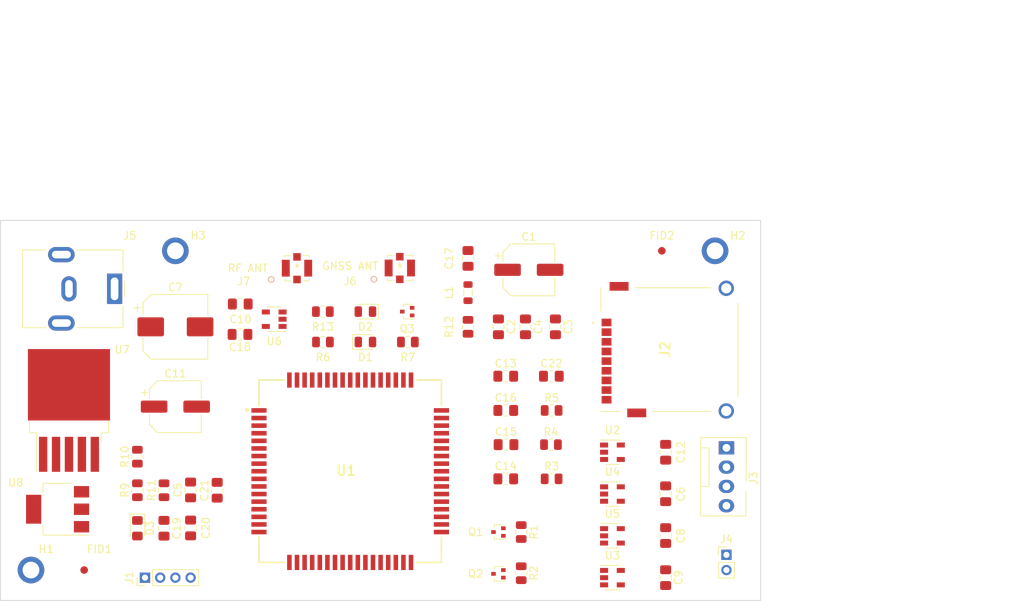
<source format=kicad_pcb>
(kicad_pcb (version 20171130) (host pcbnew 5.1.10-88a1d61d58~90~ubuntu20.04.1)

  (general
    (thickness 1.6)
    (drawings 10)
    (tracks 0)
    (zones 0)
    (modules 61)
    (nets 60)
  )

  (page A4)
  (title_block
    (title "Modulo de comunicacion basado en SIM7000G")
    (date 2021-09-22)
    (rev "Diego Brengi")
    (company FIUBA)
    (comment 1 "Autor: German Velardez")
  )

  (layers
    (0 F.Cu signal)
    (31 B.Cu signal)
    (32 B.Adhes user)
    (33 F.Adhes user)
    (34 B.Paste user)
    (35 F.Paste user)
    (36 B.SilkS user hide)
    (37 F.SilkS user)
    (38 B.Mask user hide)
    (39 F.Mask user)
    (40 Dwgs.User user)
    (41 Cmts.User user)
    (42 Eco1.User user)
    (43 Eco2.User user)
    (44 Edge.Cuts user)
    (45 Margin user)
    (46 B.CrtYd user)
    (47 F.CrtYd user)
    (48 B.Fab user)
    (49 F.Fab user hide)
  )

  (setup
    (last_trace_width 0.25)
    (trace_clearance 0.2)
    (zone_clearance 0.508)
    (zone_45_only no)
    (trace_min 0.2)
    (via_size 0.8)
    (via_drill 0.4)
    (via_min_size 0.4)
    (via_min_drill 0.3)
    (uvia_size 0.3)
    (uvia_drill 0.1)
    (uvias_allowed no)
    (uvia_min_size 0.2)
    (uvia_min_drill 0.1)
    (edge_width 0.05)
    (segment_width 0.2)
    (pcb_text_width 0.3)
    (pcb_text_size 1.5 1.5)
    (mod_edge_width 0.12)
    (mod_text_size 1 1)
    (mod_text_width 0.15)
    (pad_size 1.524 1.524)
    (pad_drill 0.762)
    (pad_to_mask_clearance 0)
    (aux_axis_origin 0 0)
    (visible_elements FFFFEF7F)
    (pcbplotparams
      (layerselection 0x010fc_ffffffff)
      (usegerberextensions false)
      (usegerberattributes true)
      (usegerberadvancedattributes true)
      (creategerberjobfile true)
      (excludeedgelayer true)
      (linewidth 0.100000)
      (plotframeref false)
      (viasonmask false)
      (mode 1)
      (useauxorigin false)
      (hpglpennumber 1)
      (hpglpenspeed 20)
      (hpglpendiameter 15.000000)
      (psnegative false)
      (psa4output false)
      (plotreference true)
      (plotvalue true)
      (plotinvisibletext false)
      (padsonsilk false)
      (subtractmaskfromsilk false)
      (outputformat 1)
      (mirror false)
      (drillshape 1)
      (scaleselection 1)
      (outputdirectory ""))
  )

  (net 0 "")
  (net 1 GND)
  (net 2 "Net-(C13-Pad1)")
  (net 3 "Net-(C14-Pad1)")
  (net 4 "Net-(C15-Pad1)")
  (net 5 "Net-(C16-Pad1)")
  (net 6 "Net-(C17-Pad2)")
  (net 7 "Net-(C19-Pad1)")
  (net 8 "Net-(C21-Pad1)")
  (net 9 "Net-(C22-Pad1)")
  (net 10 "Net-(D1-Pad2)")
  (net 11 "Net-(D1-Pad1)")
  (net 12 "Net-(D2-Pad2)")
  (net 13 "Net-(J1-Pad2)")
  (net 14 "Net-(J1-Pad3)")
  (net 15 "Net-(J3-Pad1)")
  (net 16 "Net-(J3-Pad2)")
  (net 17 "Net-(J3-Pad3)")
  (net 18 "Net-(J3-Pad4)")
  (net 19 "Net-(J4-Pad1)")
  (net 20 "Net-(J4-Pad2)")
  (net 21 "Net-(Q1-Pad3)")
  (net 22 "Net-(Q2-Pad3)")
  (net 23 "Net-(Q3-Pad1)")
  (net 24 "Net-(R10-Pad1)")
  (net 25 "Net-(R13-Pad2)")
  (net 26 "Net-(U1-Pad3)")
  (net 27 "Net-(U1-Pad4)")
  (net 28 "Net-(U1-Pad5)")
  (net 29 "Net-(U1-Pad6)")
  (net 30 "Net-(U1-Pad7)")
  (net 31 "Net-(U1-Pad8)")
  (net 32 "Net-(U1-Pad9)")
  (net 33 "Net-(U1-Pad10)")
  (net 34 "Net-(U1-Pad11)")
  (net 35 "Net-(U1-Pad12)")
  (net 36 "Net-(U1-Pad13)")
  (net 37 "Net-(U1-Pad14)")
  (net 38 "Net-(U1-Pad23)")
  (net 39 "Net-(U1-Pad25)")
  (net 40 "Net-(U1-Pad34)")
  (net 41 "Net-(U1-Pad37)")
  (net 42 "Net-(U1-Pad38)")
  (net 43 "Net-(U1-Pad48)")
  (net 44 "Net-(U1-Pad49)")
  (net 45 "Net-(U1-Pad50)")
  (net 46 "Net-(U1-Pad66)")
  (net 47 "Net-(U1-Pad67)")
  (net 48 "Net-(U1-Pad68)")
  (net 49 "Net-(C22-Pad2)")
  (net 50 "Net-(J2-PadP7)")
  (net 51 "Net-(J2-PadP3)")
  (net 52 "Net-(J2-PadP2)")
  (net 53 "Net-(J2-PadP6)")
  (net 54 "Net-(C17-Pad1)")
  (net 55 "Net-(J7-Pad1)")
  (net 56 +BATT)
  (net 57 +3V3)
  (net 58 +5VD)
  (net 59 VDD)

  (net_class Default "This is the default net class."
    (clearance 0.2)
    (trace_width 0.25)
    (via_dia 0.8)
    (via_drill 0.4)
    (uvia_dia 0.3)
    (uvia_drill 0.1)
    (add_net +3V3)
    (add_net +5VD)
    (add_net +BATT)
    (add_net GND)
    (add_net "Net-(C13-Pad1)")
    (add_net "Net-(C14-Pad1)")
    (add_net "Net-(C15-Pad1)")
    (add_net "Net-(C16-Pad1)")
    (add_net "Net-(C17-Pad1)")
    (add_net "Net-(C17-Pad2)")
    (add_net "Net-(C19-Pad1)")
    (add_net "Net-(C21-Pad1)")
    (add_net "Net-(C22-Pad1)")
    (add_net "Net-(C22-Pad2)")
    (add_net "Net-(D1-Pad1)")
    (add_net "Net-(D1-Pad2)")
    (add_net "Net-(D2-Pad2)")
    (add_net "Net-(J1-Pad2)")
    (add_net "Net-(J1-Pad3)")
    (add_net "Net-(J2-PadP2)")
    (add_net "Net-(J2-PadP3)")
    (add_net "Net-(J2-PadP6)")
    (add_net "Net-(J2-PadP7)")
    (add_net "Net-(J3-Pad1)")
    (add_net "Net-(J3-Pad2)")
    (add_net "Net-(J3-Pad3)")
    (add_net "Net-(J3-Pad4)")
    (add_net "Net-(J4-Pad1)")
    (add_net "Net-(J4-Pad2)")
    (add_net "Net-(J7-Pad1)")
    (add_net "Net-(Q1-Pad3)")
    (add_net "Net-(Q2-Pad3)")
    (add_net "Net-(Q3-Pad1)")
    (add_net "Net-(R10-Pad1)")
    (add_net "Net-(R13-Pad2)")
    (add_net "Net-(U1-Pad10)")
    (add_net "Net-(U1-Pad11)")
    (add_net "Net-(U1-Pad12)")
    (add_net "Net-(U1-Pad13)")
    (add_net "Net-(U1-Pad14)")
    (add_net "Net-(U1-Pad23)")
    (add_net "Net-(U1-Pad25)")
    (add_net "Net-(U1-Pad3)")
    (add_net "Net-(U1-Pad34)")
    (add_net "Net-(U1-Pad37)")
    (add_net "Net-(U1-Pad38)")
    (add_net "Net-(U1-Pad4)")
    (add_net "Net-(U1-Pad48)")
    (add_net "Net-(U1-Pad49)")
    (add_net "Net-(U1-Pad5)")
    (add_net "Net-(U1-Pad50)")
    (add_net "Net-(U1-Pad6)")
    (add_net "Net-(U1-Pad66)")
    (add_net "Net-(U1-Pad67)")
    (add_net "Net-(U1-Pad68)")
    (add_net "Net-(U1-Pad7)")
    (add_net "Net-(U1-Pad8)")
    (add_net "Net-(U1-Pad9)")
    (add_net VDD)
  )

  (module 115Q-BCA0:115QBCA0 (layer F.Cu) (tedit 0) (tstamp 614B9CC2)
    (at 183 92 90)
    (descr 115Q-BCA0-2)
    (tags Connector)
    (path /614DFEAF)
    (fp_text reference J2 (at 0 -0.55 90) (layer F.SilkS)
      (effects (font (size 1.27 1.27) (thickness 0.254)))
    )
    (fp_text value 115Q-BCA0 (at 0 -0.55 90) (layer F.SilkS) hide
      (effects (font (size 1.27 1.27) (thickness 0.254)))
    )
    (fp_line (start -8.145 9.025) (end 8.145 9.025) (layer F.Fab) (width 0.2))
    (fp_line (start 8.145 9.025) (end 8.145 -9.025) (layer F.Fab) (width 0.2))
    (fp_line (start 8.145 -9.025) (end -8.145 -9.025) (layer F.Fab) (width 0.2))
    (fp_line (start -8.145 -9.025) (end -8.145 9.025) (layer F.Fab) (width 0.2))
    (fp_line (start -8.145 -9.025) (end -8.145 -9.025) (layer F.SilkS) (width 0.1))
    (fp_line (start -8.145 -9.025) (end -8.145 -6.525) (layer F.SilkS) (width 0.1))
    (fp_line (start -8.145 -6.525) (end -8.145 -6.525) (layer F.SilkS) (width 0.1))
    (fp_line (start -8.145 -6.525) (end -8.145 -9.025) (layer F.SilkS) (width 0.1))
    (fp_line (start 5.07 -9.025) (end 8.145 -9.025) (layer F.SilkS) (width 0.1))
    (fp_line (start 8.145 -9.025) (end 8.145 -9.025) (layer F.SilkS) (width 0.1))
    (fp_line (start 8.145 -9.025) (end 5.07 -9.025) (layer F.SilkS) (width 0.1))
    (fp_line (start 5.07 -9.025) (end 5.07 -9.025) (layer F.SilkS) (width 0.1))
    (fp_line (start 8.145 -4.525) (end 8.145 -4.525) (layer F.SilkS) (width 0.1))
    (fp_line (start 8.145 -4.525) (end 8.145 5.475) (layer F.SilkS) (width 0.1))
    (fp_line (start 8.145 5.475) (end 8.145 5.475) (layer F.SilkS) (width 0.1))
    (fp_line (start 8.145 5.475) (end 8.145 -4.525) (layer F.SilkS) (width 0.1))
    (fp_line (start 6.07 9.025) (end -6.18 9.025) (layer F.SilkS) (width 0.1))
    (fp_line (start -6.18 9.025) (end -6.18 9.025) (layer F.SilkS) (width 0.1))
    (fp_line (start -6.18 9.025) (end 6.07 9.025) (layer F.SilkS) (width 0.1))
    (fp_line (start 6.07 9.025) (end 6.07 9.025) (layer F.SilkS) (width 0.1))
    (fp_line (start -8.145 5.475) (end -8.145 5.475) (layer F.SilkS) (width 0.1))
    (fp_line (start -8.145 5.475) (end -8.145 -2.275) (layer F.SilkS) (width 0.1))
    (fp_line (start -8.145 -2.275) (end -8.145 -2.275) (layer F.SilkS) (width 0.1))
    (fp_line (start -8.145 -2.275) (end -8.145 5.475) (layer F.SilkS) (width 0.1))
    (fp_line (start -10.08 -11.125) (end 10.08 -11.125) (layer F.CrtYd) (width 0.1))
    (fp_line (start 10.08 -11.125) (end 10.08 10.025) (layer F.CrtYd) (width 0.1))
    (fp_line (start 10.08 10.025) (end -10.08 10.025) (layer F.CrtYd) (width 0.1))
    (fp_line (start -10.08 10.025) (end -10.08 -11.125) (layer F.CrtYd) (width 0.1))
    (fp_line (start 3.47 -10.075) (end 3.47 -10.075) (layer F.SilkS) (width 0.2))
    (fp_line (start 3.57 -10.075) (end 3.57 -10.075) (layer F.SilkS) (width 0.2))
    (fp_line (start 3.47 -10.075) (end 3.47 -10.075) (layer F.SilkS) (width 0.2))
    (fp_arc (start 3.52 -10.075) (end 3.47 -10.075) (angle -180) (layer F.SilkS) (width 0.2))
    (fp_arc (start 3.52 -10.075) (end 3.57 -10.075) (angle -180) (layer F.SilkS) (width 0.2))
    (fp_arc (start 3.52 -10.075) (end 3.47 -10.075) (angle -180) (layer F.SilkS) (width 0.2))
    (fp_text user %R (at 0 -0.55 90) (layer F.Fab)
      (effects (font (size 1.27 1.27) (thickness 0.254)))
    )
    (pad CD1 smd rect (at -6.59 -8.275 90) (size 1 1.3) (layers F.Cu F.Paste F.Mask)
      (net 1 GND))
    (pad P8 smd rect (at -5.32 -8.275 90) (size 1 1.3) (layers F.Cu F.Paste F.Mask)
      (net 1 GND))
    (pad P7 smd rect (at -2.78 -8.275 90) (size 1 1.3) (layers F.Cu F.Paste F.Mask)
      (net 50 "Net-(J2-PadP7)"))
    (pad P6 smd rect (at -0.24 -8.275 90) (size 1 1.3) (layers F.Cu F.Paste F.Mask)
      (net 53 "Net-(J2-PadP6)"))
    (pad P5 smd rect (at 2.3 -8.275 90) (size 1 1.3) (layers F.Cu F.Paste F.Mask)
      (net 1 GND))
    (pad P4 smd rect (at -4.05 -8.275 90) (size 1 1.3) (layers F.Cu F.Paste F.Mask)
      (net 1 GND))
    (pad P3 smd rect (at -1.51 -8.275 90) (size 1 1.3) (layers F.Cu F.Paste F.Mask)
      (net 51 "Net-(J2-PadP3)"))
    (pad P2 smd rect (at 1.03 -8.275 90) (size 1 1.3) (layers F.Cu F.Paste F.Mask)
      (net 52 "Net-(J2-PadP2)"))
    (pad P1 smd rect (at 3.57 -8.275 90) (size 1 1.3) (layers F.Cu F.Paste F.Mask)
      (net 49 "Net-(C22-Pad2)"))
    (pad G4 smd rect (at 8.325 -6.625 90) (size 1.15 2.5) (layers F.Cu F.Paste F.Mask)
      (net 1 GND))
    (pad G3 smd rect (at -8.325 -4.305 90) (size 1.15 2.5) (layers F.Cu F.Paste F.Mask)
      (net 1 GND))
    (pad G2 thru_hole circle (at 8.07 7.475 90) (size 2.019 2.019) (drill 1.34629) (layers *.Cu *.Mask)
      (net 1 GND))
    (pad G1 thru_hole circle (at -8.07 7.475 90) (size 2.019 2.019) (drill 1.34629) (layers *.Cu *.Mask)
      (net 1 GND))
    (model 115Q-BCA0.stp
      (at (xyz 0 0 0))
      (scale (xyz 1 1 1))
      (rotate (xyz 0 0 0))
    )
    (model /home/gvelardez/Escritorio/CLASES_DISENO_CIRCUITOS/DCI/tpfinal/pcb/115Q-BCA0/3dshapes/simcard.STEP
      (offset (xyz 0 -9 0))
      (scale (xyz 1 1 1))
      (rotate (xyz 90 180 180))
    )
  )

  (module Capacitor_SMD:CP_Elec_6.3x9.9 (layer F.Cu) (tedit 5BCA39D0) (tstamp 614B8B94)
    (at 164.5 81.5)
    (descr "SMD capacitor, aluminum electrolytic, Panasonic C10, 6.3x9.9mm")
    (tags "capacitor electrolytic")
    (path /6172B8BA)
    (attr smd)
    (fp_text reference C1 (at 0 -4.35) (layer F.SilkS)
      (effects (font (size 1 1) (thickness 0.15)))
    )
    (fp_text value 100uFx16V (at 0 4.35) (layer F.Fab)
      (effects (font (size 1 1) (thickness 0.15)))
    )
    (fp_circle (center 0 0) (end 3.15 0) (layer F.Fab) (width 0.1))
    (fp_line (start 3.3 -3.3) (end 3.3 3.3) (layer F.Fab) (width 0.1))
    (fp_line (start -2.3 -3.3) (end 3.3 -3.3) (layer F.Fab) (width 0.1))
    (fp_line (start -2.3 3.3) (end 3.3 3.3) (layer F.Fab) (width 0.1))
    (fp_line (start -3.3 -2.3) (end -3.3 2.3) (layer F.Fab) (width 0.1))
    (fp_line (start -3.3 -2.3) (end -2.3 -3.3) (layer F.Fab) (width 0.1))
    (fp_line (start -3.3 2.3) (end -2.3 3.3) (layer F.Fab) (width 0.1))
    (fp_line (start -2.704838 -1.33) (end -2.074838 -1.33) (layer F.Fab) (width 0.1))
    (fp_line (start -2.389838 -1.645) (end -2.389838 -1.015) (layer F.Fab) (width 0.1))
    (fp_line (start 3.41 3.41) (end 3.41 1.06) (layer F.SilkS) (width 0.12))
    (fp_line (start 3.41 -3.41) (end 3.41 -1.06) (layer F.SilkS) (width 0.12))
    (fp_line (start -2.345563 -3.41) (end 3.41 -3.41) (layer F.SilkS) (width 0.12))
    (fp_line (start -2.345563 3.41) (end 3.41 3.41) (layer F.SilkS) (width 0.12))
    (fp_line (start -3.41 2.345563) (end -3.41 1.06) (layer F.SilkS) (width 0.12))
    (fp_line (start -3.41 -2.345563) (end -3.41 -1.06) (layer F.SilkS) (width 0.12))
    (fp_line (start -3.41 -2.345563) (end -2.345563 -3.41) (layer F.SilkS) (width 0.12))
    (fp_line (start -3.41 2.345563) (end -2.345563 3.41) (layer F.SilkS) (width 0.12))
    (fp_line (start -4.4375 -1.8475) (end -3.65 -1.8475) (layer F.SilkS) (width 0.12))
    (fp_line (start -4.04375 -2.24125) (end -4.04375 -1.45375) (layer F.SilkS) (width 0.12))
    (fp_line (start 3.55 -3.55) (end 3.55 -1.05) (layer F.CrtYd) (width 0.05))
    (fp_line (start 3.55 -1.05) (end 4.8 -1.05) (layer F.CrtYd) (width 0.05))
    (fp_line (start 4.8 -1.05) (end 4.8 1.05) (layer F.CrtYd) (width 0.05))
    (fp_line (start 4.8 1.05) (end 3.55 1.05) (layer F.CrtYd) (width 0.05))
    (fp_line (start 3.55 1.05) (end 3.55 3.55) (layer F.CrtYd) (width 0.05))
    (fp_line (start -2.4 3.55) (end 3.55 3.55) (layer F.CrtYd) (width 0.05))
    (fp_line (start -2.4 -3.55) (end 3.55 -3.55) (layer F.CrtYd) (width 0.05))
    (fp_line (start -3.55 2.4) (end -2.4 3.55) (layer F.CrtYd) (width 0.05))
    (fp_line (start -3.55 -2.4) (end -2.4 -3.55) (layer F.CrtYd) (width 0.05))
    (fp_line (start -3.55 -2.4) (end -3.55 -1.05) (layer F.CrtYd) (width 0.05))
    (fp_line (start -3.55 1.05) (end -3.55 2.4) (layer F.CrtYd) (width 0.05))
    (fp_line (start -3.55 -1.05) (end -4.8 -1.05) (layer F.CrtYd) (width 0.05))
    (fp_line (start -4.8 -1.05) (end -4.8 1.05) (layer F.CrtYd) (width 0.05))
    (fp_line (start -4.8 1.05) (end -3.55 1.05) (layer F.CrtYd) (width 0.05))
    (fp_text user %R (at 0 0) (layer F.Fab)
      (effects (font (size 1 1) (thickness 0.15)))
    )
    (pad 1 smd roundrect (at -2.8 0) (size 3.5 1.6) (layers F.Cu F.Paste F.Mask) (roundrect_rratio 0.15625)
      (net 56 +BATT))
    (pad 2 smd roundrect (at 2.8 0) (size 3.5 1.6) (layers F.Cu F.Paste F.Mask) (roundrect_rratio 0.15625)
      (net 1 GND))
    (model ${KISYS3DMOD}/Capacitor_SMD.3dshapes/CP_Elec_6.3x9.9.wrl
      (at (xyz 0 0 0))
      (scale (xyz 1 1 1))
      (rotate (xyz 0 0 0))
    )
  )

  (module Capacitor_SMD:C_0805_2012Metric_Pad1.18x1.45mm_HandSolder (layer F.Cu) (tedit 5F68FEEF) (tstamp 614B8BA5)
    (at 160.5 89 270)
    (descr "Capacitor SMD 0805 (2012 Metric), square (rectangular) end terminal, IPC_7351 nominal with elongated pad for handsoldering. (Body size source: IPC-SM-782 page 76, https://www.pcb-3d.com/wordpress/wp-content/uploads/ipc-sm-782a_amendment_1_and_2.pdf, https://docs.google.com/spreadsheets/d/1BsfQQcO9C6DZCsRaXUlFlo91Tg2WpOkGARC1WS5S8t0/edit?usp=sharing), generated with kicad-footprint-generator")
    (tags "capacitor handsolder")
    (path /61398E80)
    (attr smd)
    (fp_text reference C2 (at 0 -1.68 90) (layer F.SilkS)
      (effects (font (size 1 1) (thickness 0.15)))
    )
    (fp_text value 1uF (at 0 1.68 90) (layer F.Fab)
      (effects (font (size 1 1) (thickness 0.15)))
    )
    (fp_line (start -1 0.625) (end -1 -0.625) (layer F.Fab) (width 0.1))
    (fp_line (start -1 -0.625) (end 1 -0.625) (layer F.Fab) (width 0.1))
    (fp_line (start 1 -0.625) (end 1 0.625) (layer F.Fab) (width 0.1))
    (fp_line (start 1 0.625) (end -1 0.625) (layer F.Fab) (width 0.1))
    (fp_line (start -0.261252 -0.735) (end 0.261252 -0.735) (layer F.SilkS) (width 0.12))
    (fp_line (start -0.261252 0.735) (end 0.261252 0.735) (layer F.SilkS) (width 0.12))
    (fp_line (start -1.88 0.98) (end -1.88 -0.98) (layer F.CrtYd) (width 0.05))
    (fp_line (start -1.88 -0.98) (end 1.88 -0.98) (layer F.CrtYd) (width 0.05))
    (fp_line (start 1.88 -0.98) (end 1.88 0.98) (layer F.CrtYd) (width 0.05))
    (fp_line (start 1.88 0.98) (end -1.88 0.98) (layer F.CrtYd) (width 0.05))
    (fp_text user %R (at 0 0 90) (layer F.Fab)
      (effects (font (size 0.5 0.5) (thickness 0.08)))
    )
    (pad 1 smd roundrect (at -1.0375 0 270) (size 1.175 1.45) (layers F.Cu F.Paste F.Mask) (roundrect_rratio 0.212766)
      (net 56 +BATT))
    (pad 2 smd roundrect (at 1.0375 0 270) (size 1.175 1.45) (layers F.Cu F.Paste F.Mask) (roundrect_rratio 0.212766)
      (net 1 GND))
    (model ${KISYS3DMOD}/Capacitor_SMD.3dshapes/C_0805_2012Metric.wrl
      (at (xyz 0 0 0))
      (scale (xyz 1 1 1))
      (rotate (xyz 0 0 0))
    )
  )

  (module Capacitor_SMD:C_0805_2012Metric_Pad1.18x1.45mm_HandSolder (layer F.Cu) (tedit 5F68FEEF) (tstamp 614B8BB6)
    (at 168 89 270)
    (descr "Capacitor SMD 0805 (2012 Metric), square (rectangular) end terminal, IPC_7351 nominal with elongated pad for handsoldering. (Body size source: IPC-SM-782 page 76, https://www.pcb-3d.com/wordpress/wp-content/uploads/ipc-sm-782a_amendment_1_and_2.pdf, https://docs.google.com/spreadsheets/d/1BsfQQcO9C6DZCsRaXUlFlo91Tg2WpOkGARC1WS5S8t0/edit?usp=sharing), generated with kicad-footprint-generator")
    (tags "capacitor handsolder")
    (path /61398274)
    (attr smd)
    (fp_text reference C3 (at 0 -1.68 90) (layer F.SilkS)
      (effects (font (size 1 1) (thickness 0.15)))
    )
    (fp_text value 100nF (at 0 1.68 90) (layer F.Fab)
      (effects (font (size 1 1) (thickness 0.15)))
    )
    (fp_line (start -1 0.625) (end -1 -0.625) (layer F.Fab) (width 0.1))
    (fp_line (start -1 -0.625) (end 1 -0.625) (layer F.Fab) (width 0.1))
    (fp_line (start 1 -0.625) (end 1 0.625) (layer F.Fab) (width 0.1))
    (fp_line (start 1 0.625) (end -1 0.625) (layer F.Fab) (width 0.1))
    (fp_line (start -0.261252 -0.735) (end 0.261252 -0.735) (layer F.SilkS) (width 0.12))
    (fp_line (start -0.261252 0.735) (end 0.261252 0.735) (layer F.SilkS) (width 0.12))
    (fp_line (start -1.88 0.98) (end -1.88 -0.98) (layer F.CrtYd) (width 0.05))
    (fp_line (start -1.88 -0.98) (end 1.88 -0.98) (layer F.CrtYd) (width 0.05))
    (fp_line (start 1.88 -0.98) (end 1.88 0.98) (layer F.CrtYd) (width 0.05))
    (fp_line (start 1.88 0.98) (end -1.88 0.98) (layer F.CrtYd) (width 0.05))
    (fp_text user %R (at 0 0 90) (layer F.Fab)
      (effects (font (size 0.5 0.5) (thickness 0.08)))
    )
    (pad 1 smd roundrect (at -1.0375 0 270) (size 1.175 1.45) (layers F.Cu F.Paste F.Mask) (roundrect_rratio 0.212766)
      (net 56 +BATT))
    (pad 2 smd roundrect (at 1.0375 0 270) (size 1.175 1.45) (layers F.Cu F.Paste F.Mask) (roundrect_rratio 0.212766)
      (net 1 GND))
    (model ${KISYS3DMOD}/Capacitor_SMD.3dshapes/C_0805_2012Metric.wrl
      (at (xyz 0 0 0))
      (scale (xyz 1 1 1))
      (rotate (xyz 0 0 0))
    )
  )

  (module Capacitor_SMD:C_0805_2012Metric_Pad1.18x1.45mm_HandSolder (layer F.Cu) (tedit 5F68FEEF) (tstamp 614B8BC7)
    (at 164.054999 89 270)
    (descr "Capacitor SMD 0805 (2012 Metric), square (rectangular) end terminal, IPC_7351 nominal with elongated pad for handsoldering. (Body size source: IPC-SM-782 page 76, https://www.pcb-3d.com/wordpress/wp-content/uploads/ipc-sm-782a_amendment_1_and_2.pdf, https://docs.google.com/spreadsheets/d/1BsfQQcO9C6DZCsRaXUlFlo91Tg2WpOkGARC1WS5S8t0/edit?usp=sharing), generated with kicad-footprint-generator")
    (tags "capacitor handsolder")
    (path /61398B01)
    (attr smd)
    (fp_text reference C4 (at 0 -1.68 90) (layer F.SilkS)
      (effects (font (size 1 1) (thickness 0.15)))
    )
    (fp_text value 47pF (at 0 1.68 90) (layer F.Fab)
      (effects (font (size 1 1) (thickness 0.15)))
    )
    (fp_line (start 1.88 0.98) (end -1.88 0.98) (layer F.CrtYd) (width 0.05))
    (fp_line (start 1.88 -0.98) (end 1.88 0.98) (layer F.CrtYd) (width 0.05))
    (fp_line (start -1.88 -0.98) (end 1.88 -0.98) (layer F.CrtYd) (width 0.05))
    (fp_line (start -1.88 0.98) (end -1.88 -0.98) (layer F.CrtYd) (width 0.05))
    (fp_line (start -0.261252 0.735) (end 0.261252 0.735) (layer F.SilkS) (width 0.12))
    (fp_line (start -0.261252 -0.735) (end 0.261252 -0.735) (layer F.SilkS) (width 0.12))
    (fp_line (start 1 0.625) (end -1 0.625) (layer F.Fab) (width 0.1))
    (fp_line (start 1 -0.625) (end 1 0.625) (layer F.Fab) (width 0.1))
    (fp_line (start -1 -0.625) (end 1 -0.625) (layer F.Fab) (width 0.1))
    (fp_line (start -1 0.625) (end -1 -0.625) (layer F.Fab) (width 0.1))
    (fp_text user %R (at 0 0 90) (layer F.Fab)
      (effects (font (size 0.5 0.5) (thickness 0.08)))
    )
    (pad 2 smd roundrect (at 1.0375 0 270) (size 1.175 1.45) (layers F.Cu F.Paste F.Mask) (roundrect_rratio 0.212766)
      (net 1 GND))
    (pad 1 smd roundrect (at -1.0375 0 270) (size 1.175 1.45) (layers F.Cu F.Paste F.Mask) (roundrect_rratio 0.212766)
      (net 56 +BATT))
    (model ${KISYS3DMOD}/Capacitor_SMD.3dshapes/C_0805_2012Metric.wrl
      (at (xyz 0 0 0))
      (scale (xyz 1 1 1))
      (rotate (xyz 0 0 0))
    )
  )

  (module Capacitor_SMD:C_0805_2012Metric_Pad1.18x1.45mm_HandSolder (layer F.Cu) (tedit 5F68FEEF) (tstamp 614B8BD8)
    (at 120 110.4625 90)
    (descr "Capacitor SMD 0805 (2012 Metric), square (rectangular) end terminal, IPC_7351 nominal with elongated pad for handsoldering. (Body size source: IPC-SM-782 page 76, https://www.pcb-3d.com/wordpress/wp-content/uploads/ipc-sm-782a_amendment_1_and_2.pdf, https://docs.google.com/spreadsheets/d/1BsfQQcO9C6DZCsRaXUlFlo91Tg2WpOkGARC1WS5S8t0/edit?usp=sharing), generated with kicad-footprint-generator")
    (tags "capacitor handsolder")
    (path /617D091D)
    (attr smd)
    (fp_text reference C5 (at 0 -1.68 90) (layer F.SilkS)
      (effects (font (size 1 1) (thickness 0.15)))
    )
    (fp_text value 100nF (at 0 1.68 90) (layer F.Fab)
      (effects (font (size 1 1) (thickness 0.15)))
    )
    (fp_line (start -1 0.625) (end -1 -0.625) (layer F.Fab) (width 0.1))
    (fp_line (start -1 -0.625) (end 1 -0.625) (layer F.Fab) (width 0.1))
    (fp_line (start 1 -0.625) (end 1 0.625) (layer F.Fab) (width 0.1))
    (fp_line (start 1 0.625) (end -1 0.625) (layer F.Fab) (width 0.1))
    (fp_line (start -0.261252 -0.735) (end 0.261252 -0.735) (layer F.SilkS) (width 0.12))
    (fp_line (start -0.261252 0.735) (end 0.261252 0.735) (layer F.SilkS) (width 0.12))
    (fp_line (start -1.88 0.98) (end -1.88 -0.98) (layer F.CrtYd) (width 0.05))
    (fp_line (start -1.88 -0.98) (end 1.88 -0.98) (layer F.CrtYd) (width 0.05))
    (fp_line (start 1.88 -0.98) (end 1.88 0.98) (layer F.CrtYd) (width 0.05))
    (fp_line (start 1.88 0.98) (end -1.88 0.98) (layer F.CrtYd) (width 0.05))
    (fp_text user %R (at 0 0 90) (layer F.Fab)
      (effects (font (size 0.5 0.5) (thickness 0.08)))
    )
    (pad 1 smd roundrect (at -1.0375 0 90) (size 1.175 1.45) (layers F.Cu F.Paste F.Mask) (roundrect_rratio 0.212766)
      (net 56 +BATT))
    (pad 2 smd roundrect (at 1.0375 0 90) (size 1.175 1.45) (layers F.Cu F.Paste F.Mask) (roundrect_rratio 0.212766)
      (net 1 GND))
    (model ${KISYS3DMOD}/Capacitor_SMD.3dshapes/C_0805_2012Metric.wrl
      (at (xyz 0 0 0))
      (scale (xyz 1 1 1))
      (rotate (xyz 0 0 0))
    )
  )

  (module Capacitor_SMD:C_0805_2012Metric_Pad1.18x1.45mm_HandSolder (layer F.Cu) (tedit 5F68FEEF) (tstamp 614B8BE9)
    (at 182.5 110.9625 270)
    (descr "Capacitor SMD 0805 (2012 Metric), square (rectangular) end terminal, IPC_7351 nominal with elongated pad for handsoldering. (Body size source: IPC-SM-782 page 76, https://www.pcb-3d.com/wordpress/wp-content/uploads/ipc-sm-782a_amendment_1_and_2.pdf, https://docs.google.com/spreadsheets/d/1BsfQQcO9C6DZCsRaXUlFlo91Tg2WpOkGARC1WS5S8t0/edit?usp=sharing), generated with kicad-footprint-generator")
    (tags "capacitor handsolder")
    (path /61493F52)
    (attr smd)
    (fp_text reference C6 (at 0.0375 -2 90) (layer F.SilkS)
      (effects (font (size 1 1) (thickness 0.15)))
    )
    (fp_text value 100nF (at 0 1.68 90) (layer F.Fab)
      (effects (font (size 1 1) (thickness 0.15)))
    )
    (fp_line (start 1.88 0.98) (end -1.88 0.98) (layer F.CrtYd) (width 0.05))
    (fp_line (start 1.88 -0.98) (end 1.88 0.98) (layer F.CrtYd) (width 0.05))
    (fp_line (start -1.88 -0.98) (end 1.88 -0.98) (layer F.CrtYd) (width 0.05))
    (fp_line (start -1.88 0.98) (end -1.88 -0.98) (layer F.CrtYd) (width 0.05))
    (fp_line (start -0.261252 0.735) (end 0.261252 0.735) (layer F.SilkS) (width 0.12))
    (fp_line (start -0.261252 -0.735) (end 0.261252 -0.735) (layer F.SilkS) (width 0.12))
    (fp_line (start 1 0.625) (end -1 0.625) (layer F.Fab) (width 0.1))
    (fp_line (start 1 -0.625) (end 1 0.625) (layer F.Fab) (width 0.1))
    (fp_line (start -1 -0.625) (end 1 -0.625) (layer F.Fab) (width 0.1))
    (fp_line (start -1 0.625) (end -1 -0.625) (layer F.Fab) (width 0.1))
    (fp_text user %R (at 0 0 90) (layer F.Fab)
      (effects (font (size 0.5 0.5) (thickness 0.08)))
    )
    (pad 2 smd roundrect (at 1.0375 0 270) (size 1.175 1.45) (layers F.Cu F.Paste F.Mask) (roundrect_rratio 0.212766)
      (net 57 +3V3))
    (pad 1 smd roundrect (at -1.0375 0 270) (size 1.175 1.45) (layers F.Cu F.Paste F.Mask) (roundrect_rratio 0.212766)
      (net 1 GND))
    (model ${KISYS3DMOD}/Capacitor_SMD.3dshapes/C_0805_2012Metric.wrl
      (at (xyz 0 0 0))
      (scale (xyz 1 1 1))
      (rotate (xyz 0 0 0))
    )
  )

  (module Capacitor_SMD:CP_Elec_8x10 (layer F.Cu) (tedit 5BCA39D0) (tstamp 614B8C11)
    (at 118 89)
    (descr "SMD capacitor, aluminum electrolytic, Nichicon, 8.0x10mm")
    (tags "capacitor electrolytic")
    (path /618BAB5F)
    (attr smd)
    (fp_text reference C7 (at 0 -5.2) (layer F.SilkS)
      (effects (font (size 1 1) (thickness 0.15)))
    )
    (fp_text value 470uFx16V (at 0 5.2) (layer F.Fab)
      (effects (font (size 1 1) (thickness 0.15)))
    )
    (fp_circle (center 0 0) (end 4 0) (layer F.Fab) (width 0.1))
    (fp_line (start 4.15 -4.15) (end 4.15 4.15) (layer F.Fab) (width 0.1))
    (fp_line (start -3.15 -4.15) (end 4.15 -4.15) (layer F.Fab) (width 0.1))
    (fp_line (start -3.15 4.15) (end 4.15 4.15) (layer F.Fab) (width 0.1))
    (fp_line (start -4.15 -3.15) (end -4.15 3.15) (layer F.Fab) (width 0.1))
    (fp_line (start -4.15 -3.15) (end -3.15 -4.15) (layer F.Fab) (width 0.1))
    (fp_line (start -4.15 3.15) (end -3.15 4.15) (layer F.Fab) (width 0.1))
    (fp_line (start -3.562278 -1.5) (end -2.762278 -1.5) (layer F.Fab) (width 0.1))
    (fp_line (start -3.162278 -1.9) (end -3.162278 -1.1) (layer F.Fab) (width 0.1))
    (fp_line (start 4.26 4.26) (end 4.26 1.51) (layer F.SilkS) (width 0.12))
    (fp_line (start 4.26 -4.26) (end 4.26 -1.51) (layer F.SilkS) (width 0.12))
    (fp_line (start -3.195563 -4.26) (end 4.26 -4.26) (layer F.SilkS) (width 0.12))
    (fp_line (start -3.195563 4.26) (end 4.26 4.26) (layer F.SilkS) (width 0.12))
    (fp_line (start -4.26 3.195563) (end -4.26 1.51) (layer F.SilkS) (width 0.12))
    (fp_line (start -4.26 -3.195563) (end -4.26 -1.51) (layer F.SilkS) (width 0.12))
    (fp_line (start -4.26 -3.195563) (end -3.195563 -4.26) (layer F.SilkS) (width 0.12))
    (fp_line (start -4.26 3.195563) (end -3.195563 4.26) (layer F.SilkS) (width 0.12))
    (fp_line (start -5.5 -2.51) (end -4.5 -2.51) (layer F.SilkS) (width 0.12))
    (fp_line (start -5 -3.01) (end -5 -2.01) (layer F.SilkS) (width 0.12))
    (fp_line (start 4.4 -4.4) (end 4.4 -1.5) (layer F.CrtYd) (width 0.05))
    (fp_line (start 4.4 -1.5) (end 5.25 -1.5) (layer F.CrtYd) (width 0.05))
    (fp_line (start 5.25 -1.5) (end 5.25 1.5) (layer F.CrtYd) (width 0.05))
    (fp_line (start 5.25 1.5) (end 4.4 1.5) (layer F.CrtYd) (width 0.05))
    (fp_line (start 4.4 1.5) (end 4.4 4.4) (layer F.CrtYd) (width 0.05))
    (fp_line (start -3.25 4.4) (end 4.4 4.4) (layer F.CrtYd) (width 0.05))
    (fp_line (start -3.25 -4.4) (end 4.4 -4.4) (layer F.CrtYd) (width 0.05))
    (fp_line (start -4.4 3.25) (end -3.25 4.4) (layer F.CrtYd) (width 0.05))
    (fp_line (start -4.4 -3.25) (end -3.25 -4.4) (layer F.CrtYd) (width 0.05))
    (fp_line (start -4.4 -3.25) (end -4.4 -1.5) (layer F.CrtYd) (width 0.05))
    (fp_line (start -4.4 1.5) (end -4.4 3.25) (layer F.CrtYd) (width 0.05))
    (fp_line (start -4.4 -1.5) (end -5.25 -1.5) (layer F.CrtYd) (width 0.05))
    (fp_line (start -5.25 -1.5) (end -5.25 1.5) (layer F.CrtYd) (width 0.05))
    (fp_line (start -5.25 1.5) (end -4.4 1.5) (layer F.CrtYd) (width 0.05))
    (fp_text user %R (at 0 0) (layer F.Fab)
      (effects (font (size 1 1) (thickness 0.15)))
    )
    (pad 1 smd roundrect (at -3.25 0) (size 3.5 2.5) (layers F.Cu F.Paste F.Mask) (roundrect_rratio 0.1)
      (net 58 +5VD))
    (pad 2 smd roundrect (at 3.25 0) (size 3.5 2.5) (layers F.Cu F.Paste F.Mask) (roundrect_rratio 0.1)
      (net 1 GND))
    (model ${KISYS3DMOD}/Capacitor_SMD.3dshapes/CP_Elec_8x10.wrl
      (at (xyz 0 0 0))
      (scale (xyz 1 1 1))
      (rotate (xyz 0 0 0))
    )
  )

  (module Capacitor_SMD:C_0805_2012Metric_Pad1.18x1.45mm_HandSolder (layer F.Cu) (tedit 5F68FEEF) (tstamp 614B8C22)
    (at 182.5 116.4625 90)
    (descr "Capacitor SMD 0805 (2012 Metric), square (rectangular) end terminal, IPC_7351 nominal with elongated pad for handsoldering. (Body size source: IPC-SM-782 page 76, https://www.pcb-3d.com/wordpress/wp-content/uploads/ipc-sm-782a_amendment_1_and_2.pdf, https://docs.google.com/spreadsheets/d/1BsfQQcO9C6DZCsRaXUlFlo91Tg2WpOkGARC1WS5S8t0/edit?usp=sharing), generated with kicad-footprint-generator")
    (tags "capacitor handsolder")
    (path /614B2A91)
    (attr smd)
    (fp_text reference C8 (at -0.0375 2 90) (layer F.SilkS)
      (effects (font (size 1 1) (thickness 0.15)))
    )
    (fp_text value 100nF (at 0 1.68 90) (layer F.Fab)
      (effects (font (size 1 1) (thickness 0.15)))
    )
    (fp_line (start -1 0.625) (end -1 -0.625) (layer F.Fab) (width 0.1))
    (fp_line (start -1 -0.625) (end 1 -0.625) (layer F.Fab) (width 0.1))
    (fp_line (start 1 -0.625) (end 1 0.625) (layer F.Fab) (width 0.1))
    (fp_line (start 1 0.625) (end -1 0.625) (layer F.Fab) (width 0.1))
    (fp_line (start -0.261252 -0.735) (end 0.261252 -0.735) (layer F.SilkS) (width 0.12))
    (fp_line (start -0.261252 0.735) (end 0.261252 0.735) (layer F.SilkS) (width 0.12))
    (fp_line (start -1.88 0.98) (end -1.88 -0.98) (layer F.CrtYd) (width 0.05))
    (fp_line (start -1.88 -0.98) (end 1.88 -0.98) (layer F.CrtYd) (width 0.05))
    (fp_line (start 1.88 -0.98) (end 1.88 0.98) (layer F.CrtYd) (width 0.05))
    (fp_line (start 1.88 0.98) (end -1.88 0.98) (layer F.CrtYd) (width 0.05))
    (fp_text user %R (at 0 0 90) (layer F.Fab)
      (effects (font (size 0.5 0.5) (thickness 0.08)))
    )
    (pad 1 smd roundrect (at -1.0375 0 90) (size 1.175 1.45) (layers F.Cu F.Paste F.Mask) (roundrect_rratio 0.212766)
      (net 1 GND))
    (pad 2 smd roundrect (at 1.0375 0 90) (size 1.175 1.45) (layers F.Cu F.Paste F.Mask) (roundrect_rratio 0.212766)
      (net 57 +3V3))
    (model ${KISYS3DMOD}/Capacitor_SMD.3dshapes/C_0805_2012Metric.wrl
      (at (xyz 0 0 0))
      (scale (xyz 1 1 1))
      (rotate (xyz 0 0 0))
    )
  )

  (module Capacitor_SMD:C_0805_2012Metric_Pad1.18x1.45mm_HandSolder (layer F.Cu) (tedit 5F68FEEF) (tstamp 614B8C33)
    (at 182.5 122 270)
    (descr "Capacitor SMD 0805 (2012 Metric), square (rectangular) end terminal, IPC_7351 nominal with elongated pad for handsoldering. (Body size source: IPC-SM-782 page 76, https://www.pcb-3d.com/wordpress/wp-content/uploads/ipc-sm-782a_amendment_1_and_2.pdf, https://docs.google.com/spreadsheets/d/1BsfQQcO9C6DZCsRaXUlFlo91Tg2WpOkGARC1WS5S8t0/edit?usp=sharing), generated with kicad-footprint-generator")
    (tags "capacitor handsolder")
    (path /61530695)
    (attr smd)
    (fp_text reference C9 (at 0 -1.68 90) (layer F.SilkS)
      (effects (font (size 1 1) (thickness 0.15)))
    )
    (fp_text value 100nF (at 0 1.68 90) (layer F.Fab)
      (effects (font (size 1 1) (thickness 0.15)))
    )
    (fp_line (start 1.88 0.98) (end -1.88 0.98) (layer F.CrtYd) (width 0.05))
    (fp_line (start 1.88 -0.98) (end 1.88 0.98) (layer F.CrtYd) (width 0.05))
    (fp_line (start -1.88 -0.98) (end 1.88 -0.98) (layer F.CrtYd) (width 0.05))
    (fp_line (start -1.88 0.98) (end -1.88 -0.98) (layer F.CrtYd) (width 0.05))
    (fp_line (start -0.261252 0.735) (end 0.261252 0.735) (layer F.SilkS) (width 0.12))
    (fp_line (start -0.261252 -0.735) (end 0.261252 -0.735) (layer F.SilkS) (width 0.12))
    (fp_line (start 1 0.625) (end -1 0.625) (layer F.Fab) (width 0.1))
    (fp_line (start 1 -0.625) (end 1 0.625) (layer F.Fab) (width 0.1))
    (fp_line (start -1 -0.625) (end 1 -0.625) (layer F.Fab) (width 0.1))
    (fp_line (start -1 0.625) (end -1 -0.625) (layer F.Fab) (width 0.1))
    (fp_text user %R (at 0 0 90) (layer F.Fab)
      (effects (font (size 0.5 0.5) (thickness 0.08)))
    )
    (pad 2 smd roundrect (at 1.0375 0 270) (size 1.175 1.45) (layers F.Cu F.Paste F.Mask) (roundrect_rratio 0.212766)
      (net 1 GND))
    (pad 1 smd roundrect (at -1.0375 0 270) (size 1.175 1.45) (layers F.Cu F.Paste F.Mask) (roundrect_rratio 0.212766)
      (net 59 VDD))
    (model ${KISYS3DMOD}/Capacitor_SMD.3dshapes/C_0805_2012Metric.wrl
      (at (xyz 0 0 0))
      (scale (xyz 1 1 1))
      (rotate (xyz 0 0 0))
    )
  )

  (module Capacitor_SMD:C_0805_2012Metric_Pad1.18x1.45mm_HandSolder (layer F.Cu) (tedit 5F68FEEF) (tstamp 614B8C44)
    (at 126.5375 86)
    (descr "Capacitor SMD 0805 (2012 Metric), square (rectangular) end terminal, IPC_7351 nominal with elongated pad for handsoldering. (Body size source: IPC-SM-782 page 76, https://www.pcb-3d.com/wordpress/wp-content/uploads/ipc-sm-782a_amendment_1_and_2.pdf, https://docs.google.com/spreadsheets/d/1BsfQQcO9C6DZCsRaXUlFlo91Tg2WpOkGARC1WS5S8t0/edit?usp=sharing), generated with kicad-footprint-generator")
    (tags "capacitor handsolder")
    (path /61939C91)
    (attr smd)
    (fp_text reference C10 (at 0.0375 2) (layer F.SilkS)
      (effects (font (size 1 1) (thickness 0.15)))
    )
    (fp_text value 1uF (at 0 1.68) (layer F.Fab)
      (effects (font (size 1 1) (thickness 0.15)))
    )
    (fp_line (start -1 0.625) (end -1 -0.625) (layer F.Fab) (width 0.1))
    (fp_line (start -1 -0.625) (end 1 -0.625) (layer F.Fab) (width 0.1))
    (fp_line (start 1 -0.625) (end 1 0.625) (layer F.Fab) (width 0.1))
    (fp_line (start 1 0.625) (end -1 0.625) (layer F.Fab) (width 0.1))
    (fp_line (start -0.261252 -0.735) (end 0.261252 -0.735) (layer F.SilkS) (width 0.12))
    (fp_line (start -0.261252 0.735) (end 0.261252 0.735) (layer F.SilkS) (width 0.12))
    (fp_line (start -1.88 0.98) (end -1.88 -0.98) (layer F.CrtYd) (width 0.05))
    (fp_line (start -1.88 -0.98) (end 1.88 -0.98) (layer F.CrtYd) (width 0.05))
    (fp_line (start 1.88 -0.98) (end 1.88 0.98) (layer F.CrtYd) (width 0.05))
    (fp_line (start 1.88 0.98) (end -1.88 0.98) (layer F.CrtYd) (width 0.05))
    (fp_text user %R (at 0 0) (layer F.Fab)
      (effects (font (size 0.5 0.5) (thickness 0.08)))
    )
    (pad 1 smd roundrect (at -1.0375 0) (size 1.175 1.45) (layers F.Cu F.Paste F.Mask) (roundrect_rratio 0.212766)
      (net 58 +5VD))
    (pad 2 smd roundrect (at 1.0375 0) (size 1.175 1.45) (layers F.Cu F.Paste F.Mask) (roundrect_rratio 0.212766)
      (net 1 GND))
    (model ${KISYS3DMOD}/Capacitor_SMD.3dshapes/C_0805_2012Metric.wrl
      (at (xyz 0 0 0))
      (scale (xyz 1 1 1))
      (rotate (xyz 0 0 0))
    )
  )

  (module Capacitor_SMD:CP_Elec_6.3x9.9 (layer F.Cu) (tedit 5BCA39D0) (tstamp 614B8C6C)
    (at 118 99.5)
    (descr "SMD capacitor, aluminum electrolytic, Panasonic C10, 6.3x9.9mm")
    (tags "capacitor electrolytic")
    (path /61832C67)
    (attr smd)
    (fp_text reference C11 (at 0 -4.35) (layer F.SilkS)
      (effects (font (size 1 1) (thickness 0.15)))
    )
    (fp_text value 100uFx16V (at 0 4.35) (layer F.Fab)
      (effects (font (size 1 1) (thickness 0.15)))
    )
    (fp_line (start -4.8 1.05) (end -3.55 1.05) (layer F.CrtYd) (width 0.05))
    (fp_line (start -4.8 -1.05) (end -4.8 1.05) (layer F.CrtYd) (width 0.05))
    (fp_line (start -3.55 -1.05) (end -4.8 -1.05) (layer F.CrtYd) (width 0.05))
    (fp_line (start -3.55 1.05) (end -3.55 2.4) (layer F.CrtYd) (width 0.05))
    (fp_line (start -3.55 -2.4) (end -3.55 -1.05) (layer F.CrtYd) (width 0.05))
    (fp_line (start -3.55 -2.4) (end -2.4 -3.55) (layer F.CrtYd) (width 0.05))
    (fp_line (start -3.55 2.4) (end -2.4 3.55) (layer F.CrtYd) (width 0.05))
    (fp_line (start -2.4 -3.55) (end 3.55 -3.55) (layer F.CrtYd) (width 0.05))
    (fp_line (start -2.4 3.55) (end 3.55 3.55) (layer F.CrtYd) (width 0.05))
    (fp_line (start 3.55 1.05) (end 3.55 3.55) (layer F.CrtYd) (width 0.05))
    (fp_line (start 4.8 1.05) (end 3.55 1.05) (layer F.CrtYd) (width 0.05))
    (fp_line (start 4.8 -1.05) (end 4.8 1.05) (layer F.CrtYd) (width 0.05))
    (fp_line (start 3.55 -1.05) (end 4.8 -1.05) (layer F.CrtYd) (width 0.05))
    (fp_line (start 3.55 -3.55) (end 3.55 -1.05) (layer F.CrtYd) (width 0.05))
    (fp_line (start -4.04375 -2.24125) (end -4.04375 -1.45375) (layer F.SilkS) (width 0.12))
    (fp_line (start -4.4375 -1.8475) (end -3.65 -1.8475) (layer F.SilkS) (width 0.12))
    (fp_line (start -3.41 2.345563) (end -2.345563 3.41) (layer F.SilkS) (width 0.12))
    (fp_line (start -3.41 -2.345563) (end -2.345563 -3.41) (layer F.SilkS) (width 0.12))
    (fp_line (start -3.41 -2.345563) (end -3.41 -1.06) (layer F.SilkS) (width 0.12))
    (fp_line (start -3.41 2.345563) (end -3.41 1.06) (layer F.SilkS) (width 0.12))
    (fp_line (start -2.345563 3.41) (end 3.41 3.41) (layer F.SilkS) (width 0.12))
    (fp_line (start -2.345563 -3.41) (end 3.41 -3.41) (layer F.SilkS) (width 0.12))
    (fp_line (start 3.41 -3.41) (end 3.41 -1.06) (layer F.SilkS) (width 0.12))
    (fp_line (start 3.41 3.41) (end 3.41 1.06) (layer F.SilkS) (width 0.12))
    (fp_line (start -2.389838 -1.645) (end -2.389838 -1.015) (layer F.Fab) (width 0.1))
    (fp_line (start -2.704838 -1.33) (end -2.074838 -1.33) (layer F.Fab) (width 0.1))
    (fp_line (start -3.3 2.3) (end -2.3 3.3) (layer F.Fab) (width 0.1))
    (fp_line (start -3.3 -2.3) (end -2.3 -3.3) (layer F.Fab) (width 0.1))
    (fp_line (start -3.3 -2.3) (end -3.3 2.3) (layer F.Fab) (width 0.1))
    (fp_line (start -2.3 3.3) (end 3.3 3.3) (layer F.Fab) (width 0.1))
    (fp_line (start -2.3 -3.3) (end 3.3 -3.3) (layer F.Fab) (width 0.1))
    (fp_line (start 3.3 -3.3) (end 3.3 3.3) (layer F.Fab) (width 0.1))
    (fp_circle (center 0 0) (end 3.15 0) (layer F.Fab) (width 0.1))
    (fp_text user %R (at 0 0) (layer F.Fab)
      (effects (font (size 1 1) (thickness 0.15)))
    )
    (pad 2 smd roundrect (at 2.8 0) (size 3.5 1.6) (layers F.Cu F.Paste F.Mask) (roundrect_rratio 0.15625)
      (net 1 GND))
    (pad 1 smd roundrect (at -2.8 0) (size 3.5 1.6) (layers F.Cu F.Paste F.Mask) (roundrect_rratio 0.15625)
      (net 56 +BATT))
    (model ${KISYS3DMOD}/Capacitor_SMD.3dshapes/CP_Elec_6.3x9.9.wrl
      (at (xyz 0 0 0))
      (scale (xyz 1 1 1))
      (rotate (xyz 0 0 0))
    )
  )

  (module Capacitor_SMD:C_0805_2012Metric_Pad1.18x1.45mm_HandSolder (layer F.Cu) (tedit 5F68FEEF) (tstamp 614B8C7D)
    (at 182.5 105.5 270)
    (descr "Capacitor SMD 0805 (2012 Metric), square (rectangular) end terminal, IPC_7351 nominal with elongated pad for handsoldering. (Body size source: IPC-SM-782 page 76, https://www.pcb-3d.com/wordpress/wp-content/uploads/ipc-sm-782a_amendment_1_and_2.pdf, https://docs.google.com/spreadsheets/d/1BsfQQcO9C6DZCsRaXUlFlo91Tg2WpOkGARC1WS5S8t0/edit?usp=sharing), generated with kicad-footprint-generator")
    (tags "capacitor handsolder")
    (path /614929A0)
    (attr smd)
    (fp_text reference C12 (at 0 -2 90) (layer F.SilkS)
      (effects (font (size 1 1) (thickness 0.15)))
    )
    (fp_text value 100nF (at 0 1.68 90) (layer F.Fab)
      (effects (font (size 1 1) (thickness 0.15)))
    )
    (fp_line (start 1.88 0.98) (end -1.88 0.98) (layer F.CrtYd) (width 0.05))
    (fp_line (start 1.88 -0.98) (end 1.88 0.98) (layer F.CrtYd) (width 0.05))
    (fp_line (start -1.88 -0.98) (end 1.88 -0.98) (layer F.CrtYd) (width 0.05))
    (fp_line (start -1.88 0.98) (end -1.88 -0.98) (layer F.CrtYd) (width 0.05))
    (fp_line (start -0.261252 0.735) (end 0.261252 0.735) (layer F.SilkS) (width 0.12))
    (fp_line (start -0.261252 -0.735) (end 0.261252 -0.735) (layer F.SilkS) (width 0.12))
    (fp_line (start 1 0.625) (end -1 0.625) (layer F.Fab) (width 0.1))
    (fp_line (start 1 -0.625) (end 1 0.625) (layer F.Fab) (width 0.1))
    (fp_line (start -1 -0.625) (end 1 -0.625) (layer F.Fab) (width 0.1))
    (fp_line (start -1 0.625) (end -1 -0.625) (layer F.Fab) (width 0.1))
    (fp_text user %R (at 0 0 90) (layer F.Fab)
      (effects (font (size 0.5 0.5) (thickness 0.08)))
    )
    (pad 2 smd roundrect (at 1.0375 0 270) (size 1.175 1.45) (layers F.Cu F.Paste F.Mask) (roundrect_rratio 0.212766)
      (net 1 GND))
    (pad 1 smd roundrect (at -1.0375 0 270) (size 1.175 1.45) (layers F.Cu F.Paste F.Mask) (roundrect_rratio 0.212766)
      (net 59 VDD))
    (model ${KISYS3DMOD}/Capacitor_SMD.3dshapes/C_0805_2012Metric.wrl
      (at (xyz 0 0 0))
      (scale (xyz 1 1 1))
      (rotate (xyz 0 0 0))
    )
  )

  (module Capacitor_SMD:C_0805_2012Metric_Pad1.18x1.45mm_HandSolder (layer F.Cu) (tedit 5F68FEEF) (tstamp 614B8C8E)
    (at 161.4625 95.5)
    (descr "Capacitor SMD 0805 (2012 Metric), square (rectangular) end terminal, IPC_7351 nominal with elongated pad for handsoldering. (Body size source: IPC-SM-782 page 76, https://www.pcb-3d.com/wordpress/wp-content/uploads/ipc-sm-782a_amendment_1_and_2.pdf, https://docs.google.com/spreadsheets/d/1BsfQQcO9C6DZCsRaXUlFlo91Tg2WpOkGARC1WS5S8t0/edit?usp=sharing), generated with kicad-footprint-generator")
    (tags "capacitor handsolder")
    (path /61746544)
    (attr smd)
    (fp_text reference C13 (at 0 -1.68) (layer F.SilkS)
      (effects (font (size 1 1) (thickness 0.15)))
    )
    (fp_text value 47pF (at 0 1.68) (layer F.Fab)
      (effects (font (size 1 1) (thickness 0.15)))
    )
    (fp_line (start -1 0.625) (end -1 -0.625) (layer F.Fab) (width 0.1))
    (fp_line (start -1 -0.625) (end 1 -0.625) (layer F.Fab) (width 0.1))
    (fp_line (start 1 -0.625) (end 1 0.625) (layer F.Fab) (width 0.1))
    (fp_line (start 1 0.625) (end -1 0.625) (layer F.Fab) (width 0.1))
    (fp_line (start -0.261252 -0.735) (end 0.261252 -0.735) (layer F.SilkS) (width 0.12))
    (fp_line (start -0.261252 0.735) (end 0.261252 0.735) (layer F.SilkS) (width 0.12))
    (fp_line (start -1.88 0.98) (end -1.88 -0.98) (layer F.CrtYd) (width 0.05))
    (fp_line (start -1.88 -0.98) (end 1.88 -0.98) (layer F.CrtYd) (width 0.05))
    (fp_line (start 1.88 -0.98) (end 1.88 0.98) (layer F.CrtYd) (width 0.05))
    (fp_line (start 1.88 0.98) (end -1.88 0.98) (layer F.CrtYd) (width 0.05))
    (fp_text user %R (at 0 0) (layer F.Fab)
      (effects (font (size 0.5 0.5) (thickness 0.08)))
    )
    (pad 1 smd roundrect (at -1.0375 0) (size 1.175 1.45) (layers F.Cu F.Paste F.Mask) (roundrect_rratio 0.212766)
      (net 2 "Net-(C13-Pad1)"))
    (pad 2 smd roundrect (at 1.0375 0) (size 1.175 1.45) (layers F.Cu F.Paste F.Mask) (roundrect_rratio 0.212766)
      (net 1 GND))
    (model ${KISYS3DMOD}/Capacitor_SMD.3dshapes/C_0805_2012Metric.wrl
      (at (xyz 0 0 0))
      (scale (xyz 1 1 1))
      (rotate (xyz 0 0 0))
    )
  )

  (module Capacitor_SMD:C_0805_2012Metric_Pad1.18x1.45mm_HandSolder (layer F.Cu) (tedit 5F68FEEF) (tstamp 614B8C9F)
    (at 161.4625 109)
    (descr "Capacitor SMD 0805 (2012 Metric), square (rectangular) end terminal, IPC_7351 nominal with elongated pad for handsoldering. (Body size source: IPC-SM-782 page 76, https://www.pcb-3d.com/wordpress/wp-content/uploads/ipc-sm-782a_amendment_1_and_2.pdf, https://docs.google.com/spreadsheets/d/1BsfQQcO9C6DZCsRaXUlFlo91Tg2WpOkGARC1WS5S8t0/edit?usp=sharing), generated with kicad-footprint-generator")
    (tags "capacitor handsolder")
    (path /61B9D262)
    (attr smd)
    (fp_text reference C14 (at 0 -1.68) (layer F.SilkS)
      (effects (font (size 1 1) (thickness 0.15)))
    )
    (fp_text value 47pF (at 0 1.68) (layer F.Fab)
      (effects (font (size 1 1) (thickness 0.15)))
    )
    (fp_line (start -1 0.625) (end -1 -0.625) (layer F.Fab) (width 0.1))
    (fp_line (start -1 -0.625) (end 1 -0.625) (layer F.Fab) (width 0.1))
    (fp_line (start 1 -0.625) (end 1 0.625) (layer F.Fab) (width 0.1))
    (fp_line (start 1 0.625) (end -1 0.625) (layer F.Fab) (width 0.1))
    (fp_line (start -0.261252 -0.735) (end 0.261252 -0.735) (layer F.SilkS) (width 0.12))
    (fp_line (start -0.261252 0.735) (end 0.261252 0.735) (layer F.SilkS) (width 0.12))
    (fp_line (start -1.88 0.98) (end -1.88 -0.98) (layer F.CrtYd) (width 0.05))
    (fp_line (start -1.88 -0.98) (end 1.88 -0.98) (layer F.CrtYd) (width 0.05))
    (fp_line (start 1.88 -0.98) (end 1.88 0.98) (layer F.CrtYd) (width 0.05))
    (fp_line (start 1.88 0.98) (end -1.88 0.98) (layer F.CrtYd) (width 0.05))
    (fp_text user %R (at 0 0) (layer F.Fab)
      (effects (font (size 0.5 0.5) (thickness 0.08)))
    )
    (pad 1 smd roundrect (at -1.0375 0) (size 1.175 1.45) (layers F.Cu F.Paste F.Mask) (roundrect_rratio 0.212766)
      (net 3 "Net-(C14-Pad1)"))
    (pad 2 smd roundrect (at 1.0375 0) (size 1.175 1.45) (layers F.Cu F.Paste F.Mask) (roundrect_rratio 0.212766)
      (net 1 GND))
    (model ${KISYS3DMOD}/Capacitor_SMD.3dshapes/C_0805_2012Metric.wrl
      (at (xyz 0 0 0))
      (scale (xyz 1 1 1))
      (rotate (xyz 0 0 0))
    )
  )

  (module Capacitor_SMD:C_0805_2012Metric_Pad1.18x1.45mm_HandSolder (layer F.Cu) (tedit 5F68FEEF) (tstamp 614B8CB0)
    (at 161.5 104.5)
    (descr "Capacitor SMD 0805 (2012 Metric), square (rectangular) end terminal, IPC_7351 nominal with elongated pad for handsoldering. (Body size source: IPC-SM-782 page 76, https://www.pcb-3d.com/wordpress/wp-content/uploads/ipc-sm-782a_amendment_1_and_2.pdf, https://docs.google.com/spreadsheets/d/1BsfQQcO9C6DZCsRaXUlFlo91Tg2WpOkGARC1WS5S8t0/edit?usp=sharing), generated with kicad-footprint-generator")
    (tags "capacitor handsolder")
    (path /61B9DBC2)
    (attr smd)
    (fp_text reference C15 (at 0 -1.68) (layer F.SilkS)
      (effects (font (size 1 1) (thickness 0.15)))
    )
    (fp_text value 47pF (at 0 1.68) (layer F.Fab)
      (effects (font (size 1 1) (thickness 0.15)))
    )
    (fp_line (start 1.88 0.98) (end -1.88 0.98) (layer F.CrtYd) (width 0.05))
    (fp_line (start 1.88 -0.98) (end 1.88 0.98) (layer F.CrtYd) (width 0.05))
    (fp_line (start -1.88 -0.98) (end 1.88 -0.98) (layer F.CrtYd) (width 0.05))
    (fp_line (start -1.88 0.98) (end -1.88 -0.98) (layer F.CrtYd) (width 0.05))
    (fp_line (start -0.261252 0.735) (end 0.261252 0.735) (layer F.SilkS) (width 0.12))
    (fp_line (start -0.261252 -0.735) (end 0.261252 -0.735) (layer F.SilkS) (width 0.12))
    (fp_line (start 1 0.625) (end -1 0.625) (layer F.Fab) (width 0.1))
    (fp_line (start 1 -0.625) (end 1 0.625) (layer F.Fab) (width 0.1))
    (fp_line (start -1 -0.625) (end 1 -0.625) (layer F.Fab) (width 0.1))
    (fp_line (start -1 0.625) (end -1 -0.625) (layer F.Fab) (width 0.1))
    (fp_text user %R (at 0 0) (layer F.Fab)
      (effects (font (size 0.5 0.5) (thickness 0.08)))
    )
    (pad 2 smd roundrect (at 1.0375 0) (size 1.175 1.45) (layers F.Cu F.Paste F.Mask) (roundrect_rratio 0.212766)
      (net 1 GND))
    (pad 1 smd roundrect (at -1.0375 0) (size 1.175 1.45) (layers F.Cu F.Paste F.Mask) (roundrect_rratio 0.212766)
      (net 4 "Net-(C15-Pad1)"))
    (model ${KISYS3DMOD}/Capacitor_SMD.3dshapes/C_0805_2012Metric.wrl
      (at (xyz 0 0 0))
      (scale (xyz 1 1 1))
      (rotate (xyz 0 0 0))
    )
  )

  (module Capacitor_SMD:C_0805_2012Metric_Pad1.18x1.45mm_HandSolder (layer F.Cu) (tedit 5F68FEEF) (tstamp 614B8CC1)
    (at 161.4625 100)
    (descr "Capacitor SMD 0805 (2012 Metric), square (rectangular) end terminal, IPC_7351 nominal with elongated pad for handsoldering. (Body size source: IPC-SM-782 page 76, https://www.pcb-3d.com/wordpress/wp-content/uploads/ipc-sm-782a_amendment_1_and_2.pdf, https://docs.google.com/spreadsheets/d/1BsfQQcO9C6DZCsRaXUlFlo91Tg2WpOkGARC1WS5S8t0/edit?usp=sharing), generated with kicad-footprint-generator")
    (tags "capacitor handsolder")
    (path /61B9E546)
    (attr smd)
    (fp_text reference C16 (at 0 -1.68) (layer F.SilkS)
      (effects (font (size 1 1) (thickness 0.15)))
    )
    (fp_text value 47pF (at 0 1.68) (layer F.Fab)
      (effects (font (size 1 1) (thickness 0.15)))
    )
    (fp_line (start -1 0.625) (end -1 -0.625) (layer F.Fab) (width 0.1))
    (fp_line (start -1 -0.625) (end 1 -0.625) (layer F.Fab) (width 0.1))
    (fp_line (start 1 -0.625) (end 1 0.625) (layer F.Fab) (width 0.1))
    (fp_line (start 1 0.625) (end -1 0.625) (layer F.Fab) (width 0.1))
    (fp_line (start -0.261252 -0.735) (end 0.261252 -0.735) (layer F.SilkS) (width 0.12))
    (fp_line (start -0.261252 0.735) (end 0.261252 0.735) (layer F.SilkS) (width 0.12))
    (fp_line (start -1.88 0.98) (end -1.88 -0.98) (layer F.CrtYd) (width 0.05))
    (fp_line (start -1.88 -0.98) (end 1.88 -0.98) (layer F.CrtYd) (width 0.05))
    (fp_line (start 1.88 -0.98) (end 1.88 0.98) (layer F.CrtYd) (width 0.05))
    (fp_line (start 1.88 0.98) (end -1.88 0.98) (layer F.CrtYd) (width 0.05))
    (fp_text user %R (at 0 0) (layer F.Fab)
      (effects (font (size 0.5 0.5) (thickness 0.08)))
    )
    (pad 1 smd roundrect (at -1.0375 0) (size 1.175 1.45) (layers F.Cu F.Paste F.Mask) (roundrect_rratio 0.212766)
      (net 5 "Net-(C16-Pad1)"))
    (pad 2 smd roundrect (at 1.0375 0) (size 1.175 1.45) (layers F.Cu F.Paste F.Mask) (roundrect_rratio 0.212766)
      (net 1 GND))
    (model ${KISYS3DMOD}/Capacitor_SMD.3dshapes/C_0805_2012Metric.wrl
      (at (xyz 0 0 0))
      (scale (xyz 1 1 1))
      (rotate (xyz 0 0 0))
    )
  )

  (module Capacitor_SMD:C_0805_2012Metric_Pad1.18x1.45mm_HandSolder (layer F.Cu) (tedit 5F68FEEF) (tstamp 614B8CD2)
    (at 156.5 80 270)
    (descr "Capacitor SMD 0805 (2012 Metric), square (rectangular) end terminal, IPC_7351 nominal with elongated pad for handsoldering. (Body size source: IPC-SM-782 page 76, https://www.pcb-3d.com/wordpress/wp-content/uploads/ipc-sm-782a_amendment_1_and_2.pdf, https://docs.google.com/spreadsheets/d/1BsfQQcO9C6DZCsRaXUlFlo91Tg2WpOkGARC1WS5S8t0/edit?usp=sharing), generated with kicad-footprint-generator")
    (tags "capacitor handsolder")
    (path /61744755)
    (attr smd)
    (fp_text reference C17 (at 0 2.5 90) (layer F.SilkS)
      (effects (font (size 1 1) (thickness 0.15)))
    )
    (fp_text value 47pF (at 0 1.68 90) (layer F.Fab)
      (effects (font (size 1 1) (thickness 0.15)))
    )
    (fp_line (start 1.88 0.98) (end -1.88 0.98) (layer F.CrtYd) (width 0.05))
    (fp_line (start 1.88 -0.98) (end 1.88 0.98) (layer F.CrtYd) (width 0.05))
    (fp_line (start -1.88 -0.98) (end 1.88 -0.98) (layer F.CrtYd) (width 0.05))
    (fp_line (start -1.88 0.98) (end -1.88 -0.98) (layer F.CrtYd) (width 0.05))
    (fp_line (start -0.261252 0.735) (end 0.261252 0.735) (layer F.SilkS) (width 0.12))
    (fp_line (start -0.261252 -0.735) (end 0.261252 -0.735) (layer F.SilkS) (width 0.12))
    (fp_line (start 1 0.625) (end -1 0.625) (layer F.Fab) (width 0.1))
    (fp_line (start 1 -0.625) (end 1 0.625) (layer F.Fab) (width 0.1))
    (fp_line (start -1 -0.625) (end 1 -0.625) (layer F.Fab) (width 0.1))
    (fp_line (start -1 0.625) (end -1 -0.625) (layer F.Fab) (width 0.1))
    (fp_text user %R (at 0 0 90) (layer F.Fab)
      (effects (font (size 0.5 0.5) (thickness 0.08)))
    )
    (pad 2 smd roundrect (at 1.0375 0 270) (size 1.175 1.45) (layers F.Cu F.Paste F.Mask) (roundrect_rratio 0.212766)
      (net 6 "Net-(C17-Pad2)"))
    (pad 1 smd roundrect (at -1.0375 0 270) (size 1.175 1.45) (layers F.Cu F.Paste F.Mask) (roundrect_rratio 0.212766)
      (net 54 "Net-(C17-Pad1)"))
    (model ${KISYS3DMOD}/Capacitor_SMD.3dshapes/C_0805_2012Metric.wrl
      (at (xyz 0 0 0))
      (scale (xyz 1 1 1))
      (rotate (xyz 0 0 0))
    )
  )

  (module Capacitor_SMD:C_0805_2012Metric_Pad1.18x1.45mm_HandSolder (layer F.Cu) (tedit 5F68FEEF) (tstamp 614B8CE3)
    (at 126.5 90 180)
    (descr "Capacitor SMD 0805 (2012 Metric), square (rectangular) end terminal, IPC_7351 nominal with elongated pad for handsoldering. (Body size source: IPC-SM-782 page 76, https://www.pcb-3d.com/wordpress/wp-content/uploads/ipc-sm-782a_amendment_1_and_2.pdf, https://docs.google.com/spreadsheets/d/1BsfQQcO9C6DZCsRaXUlFlo91Tg2WpOkGARC1WS5S8t0/edit?usp=sharing), generated with kicad-footprint-generator")
    (tags "capacitor handsolder")
    (path /62920523)
    (attr smd)
    (fp_text reference C18 (at 0 -1.68) (layer F.SilkS)
      (effects (font (size 1 1) (thickness 0.15)))
    )
    (fp_text value 100nF (at 0 1.68) (layer F.Fab)
      (effects (font (size 1 1) (thickness 0.15)))
    )
    (fp_line (start 1.88 0.98) (end -1.88 0.98) (layer F.CrtYd) (width 0.05))
    (fp_line (start 1.88 -0.98) (end 1.88 0.98) (layer F.CrtYd) (width 0.05))
    (fp_line (start -1.88 -0.98) (end 1.88 -0.98) (layer F.CrtYd) (width 0.05))
    (fp_line (start -1.88 0.98) (end -1.88 -0.98) (layer F.CrtYd) (width 0.05))
    (fp_line (start -0.261252 0.735) (end 0.261252 0.735) (layer F.SilkS) (width 0.12))
    (fp_line (start -0.261252 -0.735) (end 0.261252 -0.735) (layer F.SilkS) (width 0.12))
    (fp_line (start 1 0.625) (end -1 0.625) (layer F.Fab) (width 0.1))
    (fp_line (start 1 -0.625) (end 1 0.625) (layer F.Fab) (width 0.1))
    (fp_line (start -1 -0.625) (end 1 -0.625) (layer F.Fab) (width 0.1))
    (fp_line (start -1 0.625) (end -1 -0.625) (layer F.Fab) (width 0.1))
    (fp_text user %R (at 0 0) (layer F.Fab)
      (effects (font (size 0.5 0.5) (thickness 0.08)))
    )
    (pad 2 smd roundrect (at 1.0375 0 180) (size 1.175 1.45) (layers F.Cu F.Paste F.Mask) (roundrect_rratio 0.212766)
      (net 1 GND))
    (pad 1 smd roundrect (at -1.0375 0 180) (size 1.175 1.45) (layers F.Cu F.Paste F.Mask) (roundrect_rratio 0.212766)
      (net 57 +3V3))
    (model ${KISYS3DMOD}/Capacitor_SMD.3dshapes/C_0805_2012Metric.wrl
      (at (xyz 0 0 0))
      (scale (xyz 1 1 1))
      (rotate (xyz 0 0 0))
    )
  )

  (module Capacitor_SMD:C_0805_2012Metric_Pad1.18x1.45mm_HandSolder (layer F.Cu) (tedit 5F68FEEF) (tstamp 614B8CF4)
    (at 116.5 115.5 270)
    (descr "Capacitor SMD 0805 (2012 Metric), square (rectangular) end terminal, IPC_7351 nominal with elongated pad for handsoldering. (Body size source: IPC-SM-782 page 76, https://www.pcb-3d.com/wordpress/wp-content/uploads/ipc-sm-782a_amendment_1_and_2.pdf, https://docs.google.com/spreadsheets/d/1BsfQQcO9C6DZCsRaXUlFlo91Tg2WpOkGARC1WS5S8t0/edit?usp=sharing), generated with kicad-footprint-generator")
    (tags "capacitor handsolder")
    (path /6165746C)
    (attr smd)
    (fp_text reference C19 (at 0 -1.68 90) (layer F.SilkS)
      (effects (font (size 1 1) (thickness 0.15)))
    )
    (fp_text value 10uF (at 0 1.68 90) (layer F.Fab)
      (effects (font (size 1 1) (thickness 0.15)))
    )
    (fp_line (start 1.88 0.98) (end -1.88 0.98) (layer F.CrtYd) (width 0.05))
    (fp_line (start 1.88 -0.98) (end 1.88 0.98) (layer F.CrtYd) (width 0.05))
    (fp_line (start -1.88 -0.98) (end 1.88 -0.98) (layer F.CrtYd) (width 0.05))
    (fp_line (start -1.88 0.98) (end -1.88 -0.98) (layer F.CrtYd) (width 0.05))
    (fp_line (start -0.261252 0.735) (end 0.261252 0.735) (layer F.SilkS) (width 0.12))
    (fp_line (start -0.261252 -0.735) (end 0.261252 -0.735) (layer F.SilkS) (width 0.12))
    (fp_line (start 1 0.625) (end -1 0.625) (layer F.Fab) (width 0.1))
    (fp_line (start 1 -0.625) (end 1 0.625) (layer F.Fab) (width 0.1))
    (fp_line (start -1 -0.625) (end 1 -0.625) (layer F.Fab) (width 0.1))
    (fp_line (start -1 0.625) (end -1 -0.625) (layer F.Fab) (width 0.1))
    (fp_text user %R (at 0 0 90) (layer F.Fab)
      (effects (font (size 0.5 0.5) (thickness 0.08)))
    )
    (pad 2 smd roundrect (at 1.0375 0 270) (size 1.175 1.45) (layers F.Cu F.Paste F.Mask) (roundrect_rratio 0.212766)
      (net 1 GND))
    (pad 1 smd roundrect (at -1.0375 0 270) (size 1.175 1.45) (layers F.Cu F.Paste F.Mask) (roundrect_rratio 0.212766)
      (net 7 "Net-(C19-Pad1)"))
    (model ${KISYS3DMOD}/Capacitor_SMD.3dshapes/C_0805_2012Metric.wrl
      (at (xyz 0 0 0))
      (scale (xyz 1 1 1))
      (rotate (xyz 0 0 0))
    )
  )

  (module Capacitor_SMD:C_0805_2012Metric_Pad1.18x1.45mm_HandSolder (layer F.Cu) (tedit 5F68FEEF) (tstamp 614B8D05)
    (at 120 115.4625 90)
    (descr "Capacitor SMD 0805 (2012 Metric), square (rectangular) end terminal, IPC_7351 nominal with elongated pad for handsoldering. (Body size source: IPC-SM-782 page 76, https://www.pcb-3d.com/wordpress/wp-content/uploads/ipc-sm-782a_amendment_1_and_2.pdf, https://docs.google.com/spreadsheets/d/1BsfQQcO9C6DZCsRaXUlFlo91Tg2WpOkGARC1WS5S8t0/edit?usp=sharing), generated with kicad-footprint-generator")
    (tags "capacitor handsolder")
    (path /62ADFDA0)
    (attr smd)
    (fp_text reference C20 (at 0 2 90) (layer F.SilkS)
      (effects (font (size 1 1) (thickness 0.15)))
    )
    (fp_text value 10uF (at 0 1.68 90) (layer F.Fab)
      (effects (font (size 1 1) (thickness 0.15)))
    )
    (fp_line (start -1 0.625) (end -1 -0.625) (layer F.Fab) (width 0.1))
    (fp_line (start -1 -0.625) (end 1 -0.625) (layer F.Fab) (width 0.1))
    (fp_line (start 1 -0.625) (end 1 0.625) (layer F.Fab) (width 0.1))
    (fp_line (start 1 0.625) (end -1 0.625) (layer F.Fab) (width 0.1))
    (fp_line (start -0.261252 -0.735) (end 0.261252 -0.735) (layer F.SilkS) (width 0.12))
    (fp_line (start -0.261252 0.735) (end 0.261252 0.735) (layer F.SilkS) (width 0.12))
    (fp_line (start -1.88 0.98) (end -1.88 -0.98) (layer F.CrtYd) (width 0.05))
    (fp_line (start -1.88 -0.98) (end 1.88 -0.98) (layer F.CrtYd) (width 0.05))
    (fp_line (start 1.88 -0.98) (end 1.88 0.98) (layer F.CrtYd) (width 0.05))
    (fp_line (start 1.88 0.98) (end -1.88 0.98) (layer F.CrtYd) (width 0.05))
    (fp_text user %R (at 0 0 90) (layer F.Fab)
      (effects (font (size 0.5 0.5) (thickness 0.08)))
    )
    (pad 1 smd roundrect (at -1.0375 0 90) (size 1.175 1.45) (layers F.Cu F.Paste F.Mask) (roundrect_rratio 0.212766)
      (net 57 +3V3))
    (pad 2 smd roundrect (at 1.0375 0 90) (size 1.175 1.45) (layers F.Cu F.Paste F.Mask) (roundrect_rratio 0.212766)
      (net 1 GND))
    (model ${KISYS3DMOD}/Capacitor_SMD.3dshapes/C_0805_2012Metric.wrl
      (at (xyz 0 0 0))
      (scale (xyz 1 1 1))
      (rotate (xyz 0 0 0))
    )
  )

  (module Capacitor_SMD:C_0805_2012Metric_Pad1.18x1.45mm_HandSolder (layer F.Cu) (tedit 5F68FEEF) (tstamp 614B8D16)
    (at 123.5 110.5 90)
    (descr "Capacitor SMD 0805 (2012 Metric), square (rectangular) end terminal, IPC_7351 nominal with elongated pad for handsoldering. (Body size source: IPC-SM-782 page 76, https://www.pcb-3d.com/wordpress/wp-content/uploads/ipc-sm-782a_amendment_1_and_2.pdf, https://docs.google.com/spreadsheets/d/1BsfQQcO9C6DZCsRaXUlFlo91Tg2WpOkGARC1WS5S8t0/edit?usp=sharing), generated with kicad-footprint-generator")
    (tags "capacitor handsolder")
    (path /61A52B8E)
    (attr smd)
    (fp_text reference C21 (at 0 -1.68 90) (layer F.SilkS)
      (effects (font (size 1 1) (thickness 0.15)))
    )
    (fp_text value 100nF (at 0 1.68 90) (layer F.Fab)
      (effects (font (size 1 1) (thickness 0.15)))
    )
    (fp_line (start -1 0.625) (end -1 -0.625) (layer F.Fab) (width 0.1))
    (fp_line (start -1 -0.625) (end 1 -0.625) (layer F.Fab) (width 0.1))
    (fp_line (start 1 -0.625) (end 1 0.625) (layer F.Fab) (width 0.1))
    (fp_line (start 1 0.625) (end -1 0.625) (layer F.Fab) (width 0.1))
    (fp_line (start -0.261252 -0.735) (end 0.261252 -0.735) (layer F.SilkS) (width 0.12))
    (fp_line (start -0.261252 0.735) (end 0.261252 0.735) (layer F.SilkS) (width 0.12))
    (fp_line (start -1.88 0.98) (end -1.88 -0.98) (layer F.CrtYd) (width 0.05))
    (fp_line (start -1.88 -0.98) (end 1.88 -0.98) (layer F.CrtYd) (width 0.05))
    (fp_line (start 1.88 -0.98) (end 1.88 0.98) (layer F.CrtYd) (width 0.05))
    (fp_line (start 1.88 0.98) (end -1.88 0.98) (layer F.CrtYd) (width 0.05))
    (fp_text user %R (at 0 0 90) (layer F.Fab)
      (effects (font (size 0.5 0.5) (thickness 0.08)))
    )
    (pad 1 smd roundrect (at -1.0375 0 90) (size 1.175 1.45) (layers F.Cu F.Paste F.Mask) (roundrect_rratio 0.212766)
      (net 8 "Net-(C21-Pad1)"))
    (pad 2 smd roundrect (at 1.0375 0 90) (size 1.175 1.45) (layers F.Cu F.Paste F.Mask) (roundrect_rratio 0.212766)
      (net 1 GND))
    (model ${KISYS3DMOD}/Capacitor_SMD.3dshapes/C_0805_2012Metric.wrl
      (at (xyz 0 0 0))
      (scale (xyz 1 1 1))
      (rotate (xyz 0 0 0))
    )
  )

  (module Capacitor_SMD:C_0805_2012Metric_Pad1.18x1.45mm_HandSolder (layer F.Cu) (tedit 5F68FEEF) (tstamp 614B8D27)
    (at 167.4625 95.5)
    (descr "Capacitor SMD 0805 (2012 Metric), square (rectangular) end terminal, IPC_7351 nominal with elongated pad for handsoldering. (Body size source: IPC-SM-782 page 76, https://www.pcb-3d.com/wordpress/wp-content/uploads/ipc-sm-782a_amendment_1_and_2.pdf, https://docs.google.com/spreadsheets/d/1BsfQQcO9C6DZCsRaXUlFlo91Tg2WpOkGARC1WS5S8t0/edit?usp=sharing), generated with kicad-footprint-generator")
    (tags "capacitor handsolder")
    (path /61948495)
    (attr smd)
    (fp_text reference C22 (at 0 -1.68) (layer F.SilkS)
      (effects (font (size 1 1) (thickness 0.15)))
    )
    (fp_text value 100nF (at 0 1.68) (layer F.Fab)
      (effects (font (size 1 1) (thickness 0.15)))
    )
    (fp_line (start 1.88 0.98) (end -1.88 0.98) (layer F.CrtYd) (width 0.05))
    (fp_line (start 1.88 -0.98) (end 1.88 0.98) (layer F.CrtYd) (width 0.05))
    (fp_line (start -1.88 -0.98) (end 1.88 -0.98) (layer F.CrtYd) (width 0.05))
    (fp_line (start -1.88 0.98) (end -1.88 -0.98) (layer F.CrtYd) (width 0.05))
    (fp_line (start -0.261252 0.735) (end 0.261252 0.735) (layer F.SilkS) (width 0.12))
    (fp_line (start -0.261252 -0.735) (end 0.261252 -0.735) (layer F.SilkS) (width 0.12))
    (fp_line (start 1 0.625) (end -1 0.625) (layer F.Fab) (width 0.1))
    (fp_line (start 1 -0.625) (end 1 0.625) (layer F.Fab) (width 0.1))
    (fp_line (start -1 -0.625) (end 1 -0.625) (layer F.Fab) (width 0.1))
    (fp_line (start -1 0.625) (end -1 -0.625) (layer F.Fab) (width 0.1))
    (fp_text user %R (at 0 0) (layer F.Fab)
      (effects (font (size 0.5 0.5) (thickness 0.08)))
    )
    (pad 2 smd roundrect (at 1.0375 0) (size 1.175 1.45) (layers F.Cu F.Paste F.Mask) (roundrect_rratio 0.212766)
      (net 49 "Net-(C22-Pad2)"))
    (pad 1 smd roundrect (at -1.0375 0) (size 1.175 1.45) (layers F.Cu F.Paste F.Mask) (roundrect_rratio 0.212766)
      (net 9 "Net-(C22-Pad1)"))
    (model ${KISYS3DMOD}/Capacitor_SMD.3dshapes/C_0805_2012Metric.wrl
      (at (xyz 0 0 0))
      (scale (xyz 1 1 1))
      (rotate (xyz 0 0 0))
    )
  )

  (module LED_SMD:LED_0805_2012Metric (layer F.Cu) (tedit 5F68FEF1) (tstamp 614B8D3A)
    (at 143 91)
    (descr "LED SMD 0805 (2012 Metric), square (rectangular) end terminal, IPC_7351 nominal, (Body size source: https://docs.google.com/spreadsheets/d/1BsfQQcO9C6DZCsRaXUlFlo91Tg2WpOkGARC1WS5S8t0/edit?usp=sharing), generated with kicad-footprint-generator")
    (tags LED)
    (path /61447EB6)
    (attr smd)
    (fp_text reference D1 (at 0 2) (layer F.SilkS)
      (effects (font (size 1 1) (thickness 0.15)))
    )
    (fp_text value LED (at 0 1.65) (layer F.Fab)
      (effects (font (size 1 1) (thickness 0.15)))
    )
    (fp_line (start 1.68 0.95) (end -1.68 0.95) (layer F.CrtYd) (width 0.05))
    (fp_line (start 1.68 -0.95) (end 1.68 0.95) (layer F.CrtYd) (width 0.05))
    (fp_line (start -1.68 -0.95) (end 1.68 -0.95) (layer F.CrtYd) (width 0.05))
    (fp_line (start -1.68 0.95) (end -1.68 -0.95) (layer F.CrtYd) (width 0.05))
    (fp_line (start -1.685 0.96) (end 1 0.96) (layer F.SilkS) (width 0.12))
    (fp_line (start -1.685 -0.96) (end -1.685 0.96) (layer F.SilkS) (width 0.12))
    (fp_line (start 1 -0.96) (end -1.685 -0.96) (layer F.SilkS) (width 0.12))
    (fp_line (start 1 0.6) (end 1 -0.6) (layer F.Fab) (width 0.1))
    (fp_line (start -1 0.6) (end 1 0.6) (layer F.Fab) (width 0.1))
    (fp_line (start -1 -0.3) (end -1 0.6) (layer F.Fab) (width 0.1))
    (fp_line (start -0.7 -0.6) (end -1 -0.3) (layer F.Fab) (width 0.1))
    (fp_line (start 1 -0.6) (end -0.7 -0.6) (layer F.Fab) (width 0.1))
    (fp_text user %R (at 0 0) (layer F.Fab)
      (effects (font (size 0.5 0.5) (thickness 0.08)))
    )
    (pad 2 smd roundrect (at 0.9375 0) (size 0.975 1.4) (layers F.Cu F.Paste F.Mask) (roundrect_rratio 0.25)
      (net 10 "Net-(D1-Pad2)"))
    (pad 1 smd roundrect (at -0.9375 0) (size 0.975 1.4) (layers F.Cu F.Paste F.Mask) (roundrect_rratio 0.25)
      (net 11 "Net-(D1-Pad1)"))
    (model ${KISYS3DMOD}/LED_SMD.3dshapes/LED_0805_2012Metric.wrl
      (at (xyz 0 0 0))
      (scale (xyz 1 1 1))
      (rotate (xyz 0 0 0))
    )
  )

  (module LED_SMD:LED_0805_2012Metric (layer F.Cu) (tedit 5F68FEF1) (tstamp 614B8D4D)
    (at 143 87 180)
    (descr "LED SMD 0805 (2012 Metric), square (rectangular) end terminal, IPC_7351 nominal, (Body size source: https://docs.google.com/spreadsheets/d/1BsfQQcO9C6DZCsRaXUlFlo91Tg2WpOkGARC1WS5S8t0/edit?usp=sharing), generated with kicad-footprint-generator")
    (tags LED)
    (path /62974637)
    (attr smd)
    (fp_text reference D2 (at 0 -2) (layer F.SilkS)
      (effects (font (size 1 1) (thickness 0.15)))
    )
    (fp_text value LED (at 0 1.65) (layer F.Fab)
      (effects (font (size 1 1) (thickness 0.15)))
    )
    (fp_line (start 1 -0.6) (end -0.7 -0.6) (layer F.Fab) (width 0.1))
    (fp_line (start -0.7 -0.6) (end -1 -0.3) (layer F.Fab) (width 0.1))
    (fp_line (start -1 -0.3) (end -1 0.6) (layer F.Fab) (width 0.1))
    (fp_line (start -1 0.6) (end 1 0.6) (layer F.Fab) (width 0.1))
    (fp_line (start 1 0.6) (end 1 -0.6) (layer F.Fab) (width 0.1))
    (fp_line (start 1 -0.96) (end -1.685 -0.96) (layer F.SilkS) (width 0.12))
    (fp_line (start -1.685 -0.96) (end -1.685 0.96) (layer F.SilkS) (width 0.12))
    (fp_line (start -1.685 0.96) (end 1 0.96) (layer F.SilkS) (width 0.12))
    (fp_line (start -1.68 0.95) (end -1.68 -0.95) (layer F.CrtYd) (width 0.05))
    (fp_line (start -1.68 -0.95) (end 1.68 -0.95) (layer F.CrtYd) (width 0.05))
    (fp_line (start 1.68 -0.95) (end 1.68 0.95) (layer F.CrtYd) (width 0.05))
    (fp_line (start 1.68 0.95) (end -1.68 0.95) (layer F.CrtYd) (width 0.05))
    (fp_text user %R (at 0 0) (layer F.Fab)
      (effects (font (size 0.5 0.5) (thickness 0.08)))
    )
    (pad 1 smd roundrect (at -0.9375 0 180) (size 0.975 1.4) (layers F.Cu F.Paste F.Mask) (roundrect_rratio 0.25)
      (net 1 GND))
    (pad 2 smd roundrect (at 0.9375 0 180) (size 0.975 1.4) (layers F.Cu F.Paste F.Mask) (roundrect_rratio 0.25)
      (net 12 "Net-(D2-Pad2)"))
    (model ${KISYS3DMOD}/LED_SMD.3dshapes/LED_0805_2012Metric.wrl
      (at (xyz 0 0 0))
      (scale (xyz 1 1 1))
      (rotate (xyz 0 0 0))
    )
  )

  (module Diode_SMD:D_0805_2012Metric_Pad1.15x1.40mm_HandSolder (layer F.Cu) (tedit 5F68FEF0) (tstamp 614B8D60)
    (at 113 115.5 270)
    (descr "Diode SMD 0805 (2012 Metric), square (rectangular) end terminal, IPC_7351 nominal, (Body size source: https://docs.google.com/spreadsheets/d/1BsfQQcO9C6DZCsRaXUlFlo91Tg2WpOkGARC1WS5S8t0/edit?usp=sharing), generated with kicad-footprint-generator")
    (tags "diode handsolder")
    (path /62B45A9D)
    (attr smd)
    (fp_text reference D3 (at 0 -1.65 90) (layer F.SilkS)
      (effects (font (size 1 1) (thickness 0.15)))
    )
    (fp_text value DIODE (at 0 1.65 90) (layer F.Fab)
      (effects (font (size 1 1) (thickness 0.15)))
    )
    (fp_line (start 1 -0.6) (end -0.7 -0.6) (layer F.Fab) (width 0.1))
    (fp_line (start -0.7 -0.6) (end -1 -0.3) (layer F.Fab) (width 0.1))
    (fp_line (start -1 -0.3) (end -1 0.6) (layer F.Fab) (width 0.1))
    (fp_line (start -1 0.6) (end 1 0.6) (layer F.Fab) (width 0.1))
    (fp_line (start 1 0.6) (end 1 -0.6) (layer F.Fab) (width 0.1))
    (fp_line (start 1 -0.96) (end -1.86 -0.96) (layer F.SilkS) (width 0.12))
    (fp_line (start -1.86 -0.96) (end -1.86 0.96) (layer F.SilkS) (width 0.12))
    (fp_line (start -1.86 0.96) (end 1 0.96) (layer F.SilkS) (width 0.12))
    (fp_line (start -1.85 0.95) (end -1.85 -0.95) (layer F.CrtYd) (width 0.05))
    (fp_line (start -1.85 -0.95) (end 1.85 -0.95) (layer F.CrtYd) (width 0.05))
    (fp_line (start 1.85 -0.95) (end 1.85 0.95) (layer F.CrtYd) (width 0.05))
    (fp_line (start 1.85 0.95) (end -1.85 0.95) (layer F.CrtYd) (width 0.05))
    (fp_text user %R (at 0 0 90) (layer F.Fab)
      (effects (font (size 0.5 0.5) (thickness 0.08)))
    )
    (pad 1 smd roundrect (at -1.025 0 270) (size 1.15 1.4) (layers F.Cu F.Paste F.Mask) (roundrect_rratio 0.217391)
      (net 58 +5VD))
    (pad 2 smd roundrect (at 1.025 0 270) (size 1.15 1.4) (layers F.Cu F.Paste F.Mask) (roundrect_rratio 0.217391)
      (net 7 "Net-(C19-Pad1)"))
    (model ${KISYS3DMOD}/Diode_SMD.3dshapes/D_0805_2012Metric.wrl
      (at (xyz 0 0 0))
      (scale (xyz 1 1 1))
      (rotate (xyz 0 0 0))
    )
  )

  (module Connector_PinHeader_2.00mm:PinHeader_1x04_P2.00mm_Vertical (layer F.Cu) (tedit 59FED667) (tstamp 614B8D78)
    (at 114 122 90)
    (descr "Through hole straight pin header, 1x04, 2.00mm pitch, single row")
    (tags "Through hole pin header THT 1x04 2.00mm single row")
    (path /614A6DB3)
    (fp_text reference J1 (at 0 -2.06 90) (layer F.SilkS)
      (effects (font (size 1 1) (thickness 0.15)))
    )
    (fp_text value Conn_01x04 (at 0 8.06 90) (layer F.Fab)
      (effects (font (size 1 1) (thickness 0.15)))
    )
    (fp_line (start -0.5 -1) (end 1 -1) (layer F.Fab) (width 0.1))
    (fp_line (start 1 -1) (end 1 7) (layer F.Fab) (width 0.1))
    (fp_line (start 1 7) (end -1 7) (layer F.Fab) (width 0.1))
    (fp_line (start -1 7) (end -1 -0.5) (layer F.Fab) (width 0.1))
    (fp_line (start -1 -0.5) (end -0.5 -1) (layer F.Fab) (width 0.1))
    (fp_line (start -1.06 7.06) (end 1.06 7.06) (layer F.SilkS) (width 0.12))
    (fp_line (start -1.06 1) (end -1.06 7.06) (layer F.SilkS) (width 0.12))
    (fp_line (start 1.06 1) (end 1.06 7.06) (layer F.SilkS) (width 0.12))
    (fp_line (start -1.06 1) (end 1.06 1) (layer F.SilkS) (width 0.12))
    (fp_line (start -1.06 0) (end -1.06 -1.06) (layer F.SilkS) (width 0.12))
    (fp_line (start -1.06 -1.06) (end 0 -1.06) (layer F.SilkS) (width 0.12))
    (fp_line (start -1.5 -1.5) (end -1.5 7.5) (layer F.CrtYd) (width 0.05))
    (fp_line (start -1.5 7.5) (end 1.5 7.5) (layer F.CrtYd) (width 0.05))
    (fp_line (start 1.5 7.5) (end 1.5 -1.5) (layer F.CrtYd) (width 0.05))
    (fp_line (start 1.5 -1.5) (end -1.5 -1.5) (layer F.CrtYd) (width 0.05))
    (fp_text user %R (at 0 3) (layer F.Fab)
      (effects (font (size 1 1) (thickness 0.15)))
    )
    (pad 1 thru_hole rect (at 0 0 90) (size 1.35 1.35) (drill 0.8) (layers *.Cu *.Mask)
      (net 8 "Net-(C21-Pad1)"))
    (pad 2 thru_hole oval (at 0 2 90) (size 1.35 1.35) (drill 0.8) (layers *.Cu *.Mask)
      (net 13 "Net-(J1-Pad2)"))
    (pad 3 thru_hole oval (at 0 4 90) (size 1.35 1.35) (drill 0.8) (layers *.Cu *.Mask)
      (net 14 "Net-(J1-Pad3)"))
    (pad 4 thru_hole oval (at 0 6 90) (size 1.35 1.35) (drill 0.8) (layers *.Cu *.Mask)
      (net 1 GND))
    (model ${KISYS3DMOD}/Connector_PinHeader_2.00mm.3dshapes/PinHeader_1x04_P2.00mm_Vertical.wrl
      (at (xyz 0 0 0))
      (scale (xyz 1 1 1))
      (rotate (xyz 0 0 0))
    )
  )

  (module Connector:FanPinHeader_1x04_P2.54mm_Vertical (layer F.Cu) (tedit 5A19DE55) (tstamp 614B8D97)
    (at 190.5 104.92 270)
    (descr "4-pin CPU fan Through hole pin header, e.g. for Wieson part number 2366C888-007 Molex 47053-1000, Foxconn HF27040-M1, Tyco 1470947-1 or equivalent, see http://www.formfactors.org/developer%5Cspecs%5Crev1_2_public.pdf")
    (tags "pin header 4-pin CPU fan")
    (path /627BA5E1)
    (fp_text reference J3 (at 4 -3.55 90) (layer F.SilkS)
      (effects (font (size 1 1) (thickness 0.15)))
    )
    (fp_text value "INTERFAZ SERIAL" (at 4.05 4.35 90) (layer F.Fab)
      (effects (font (size 1 1) (thickness 0.15)))
    )
    (fp_line (start -1.35 -2.6) (end 4.4 -2.6) (layer F.SilkS) (width 0.12))
    (fp_line (start 5.75 -2.55) (end 8.95 -2.55) (layer F.SilkS) (width 0.12))
    (fp_line (start 8.95 -2.55) (end 8.95 3.4) (layer F.SilkS) (width 0.12))
    (fp_line (start 8.95 3.4) (end -1.35 3.4) (layer F.SilkS) (width 0.12))
    (fp_line (start -1.35 3.4) (end -1.35 -2.6) (layer F.SilkS) (width 0.12))
    (fp_line (start 5.1 3.3) (end 5.1 2.3) (layer F.Fab) (width 0.1))
    (fp_line (start 5.1 2.3) (end 0 2.3) (layer F.Fab) (width 0.1))
    (fp_line (start 0 2.3) (end 0 3.3) (layer F.Fab) (width 0.1))
    (fp_line (start 5.75 -2.5) (end 8.85 -2.5) (layer F.Fab) (width 0.1))
    (fp_line (start 8.85 -2.5) (end 8.85 3.3) (layer F.Fab) (width 0.1))
    (fp_line (start 8.85 3.3) (end -1.2 3.3) (layer F.Fab) (width 0.1))
    (fp_line (start -1.2 3.3) (end -1.25 3.3) (layer F.Fab) (width 0.1))
    (fp_line (start -1.25 3.3) (end -1.25 -2.5) (layer F.Fab) (width 0.1))
    (fp_line (start -1.25 -2.5) (end 4.4 -2.5) (layer F.Fab) (width 0.1))
    (fp_line (start 0 3.3) (end 0 2.29) (layer F.SilkS) (width 0.12))
    (fp_line (start 0 2.29) (end 5.08 2.29) (layer F.SilkS) (width 0.12))
    (fp_line (start 5.08 2.29) (end 5.08 3.3) (layer F.SilkS) (width 0.12))
    (fp_line (start -1.75 3.8) (end -1.75 -3.2) (layer F.CrtYd) (width 0.05))
    (fp_line (start -1.75 3.8) (end 9.35 3.8) (layer F.CrtYd) (width 0.05))
    (fp_line (start 9.35 -3.2) (end -1.75 -3.2) (layer F.CrtYd) (width 0.05))
    (fp_line (start 9.35 -3.2) (end 9.35 3.8) (layer F.CrtYd) (width 0.05))
    (fp_text user %R (at 1.85 -1.75 90) (layer F.Fab)
      (effects (font (size 1 1) (thickness 0.15)))
    )
    (pad 1 thru_hole rect (at 0 0) (size 2.03 1.73) (drill 1.02) (layers *.Cu *.Mask)
      (net 15 "Net-(J3-Pad1)"))
    (pad 2 thru_hole oval (at 2.54 0) (size 2.03 1.73) (drill 1.02) (layers *.Cu *.Mask)
      (net 16 "Net-(J3-Pad2)"))
    (pad 3 thru_hole oval (at 5.08 0) (size 2.03 1.73) (drill 1.02) (layers *.Cu *.Mask)
      (net 17 "Net-(J3-Pad3)"))
    (pad 4 thru_hole oval (at 7.62 0) (size 2.03 1.73) (drill 1.02) (layers *.Cu *.Mask)
      (net 18 "Net-(J3-Pad4)"))
    (pad "" np_thru_hole circle (at 5.08 -2.16) (size 1.1 1.1) (drill 1.1) (layers *.Cu *.Mask))
    (model ${KISYS3DMOD}/Connector.3dshapes/FanPinHeader_1x04_P2.54mm_Vertical.wrl
      (at (xyz 0 0 0))
      (scale (xyz 1 1 1))
      (rotate (xyz 0 0 0))
    )
  )

  (module Connector_PinHeader_2.00mm:PinHeader_1x02_P2.00mm_Vertical (layer F.Cu) (tedit 59FED667) (tstamp 614B8DAD)
    (at 190.5 119)
    (descr "Through hole straight pin header, 1x02, 2.00mm pitch, single row")
    (tags "Through hole pin header THT 1x02 2.00mm single row")
    (path /62C80B89)
    (fp_text reference J4 (at 0 -2.06) (layer F.SilkS)
      (effects (font (size 1 1) (thickness 0.15)))
    )
    (fp_text value Conn_01x02 (at 0 4.06) (layer F.Fab)
      (effects (font (size 1 1) (thickness 0.15)))
    )
    (fp_line (start -0.5 -1) (end 1 -1) (layer F.Fab) (width 0.1))
    (fp_line (start 1 -1) (end 1 3) (layer F.Fab) (width 0.1))
    (fp_line (start 1 3) (end -1 3) (layer F.Fab) (width 0.1))
    (fp_line (start -1 3) (end -1 -0.5) (layer F.Fab) (width 0.1))
    (fp_line (start -1 -0.5) (end -0.5 -1) (layer F.Fab) (width 0.1))
    (fp_line (start -1.06 3.06) (end 1.06 3.06) (layer F.SilkS) (width 0.12))
    (fp_line (start -1.06 1) (end -1.06 3.06) (layer F.SilkS) (width 0.12))
    (fp_line (start 1.06 1) (end 1.06 3.06) (layer F.SilkS) (width 0.12))
    (fp_line (start -1.06 1) (end 1.06 1) (layer F.SilkS) (width 0.12))
    (fp_line (start -1.06 0) (end -1.06 -1.06) (layer F.SilkS) (width 0.12))
    (fp_line (start -1.06 -1.06) (end 0 -1.06) (layer F.SilkS) (width 0.12))
    (fp_line (start -1.5 -1.5) (end -1.5 3.5) (layer F.CrtYd) (width 0.05))
    (fp_line (start -1.5 3.5) (end 1.5 3.5) (layer F.CrtYd) (width 0.05))
    (fp_line (start 1.5 3.5) (end 1.5 -1.5) (layer F.CrtYd) (width 0.05))
    (fp_line (start 1.5 -1.5) (end -1.5 -1.5) (layer F.CrtYd) (width 0.05))
    (fp_text user %R (at 0 1 90) (layer F.Fab)
      (effects (font (size 1 1) (thickness 0.15)))
    )
    (pad 1 thru_hole rect (at 0 0) (size 1.35 1.35) (drill 0.8) (layers *.Cu *.Mask)
      (net 19 "Net-(J4-Pad1)"))
    (pad 2 thru_hole oval (at 0 2) (size 1.35 1.35) (drill 0.8) (layers *.Cu *.Mask)
      (net 20 "Net-(J4-Pad2)"))
    (model ${KISYS3DMOD}/Connector_PinHeader_2.00mm.3dshapes/PinHeader_1x02_P2.00mm_Vertical.wrl
      (at (xyz 0 0 0))
      (scale (xyz 1 1 1))
      (rotate (xyz 0 0 0))
    )
  )

  (module Connector_BarrelJack:BarrelJack_CUI_PJ-063AH_Horizontal (layer F.Cu) (tedit 5B0886BD) (tstamp 614B8DCA)
    (at 110 84 270)
    (descr "Barrel Jack, 2.0mm ID, 5.5mm OD, 24V, 8A, no switch, https://www.cui.com/product/resource/pj-063ah.pdf")
    (tags "barrel jack cui dc power")
    (path /614B53F2)
    (fp_text reference J5 (at -7 -2 180) (layer F.SilkS)
      (effects (font (size 1 1) (thickness 0.15)))
    )
    (fp_text value Jack-DC (at 0 13 90) (layer F.Fab)
      (effects (font (size 1 1) (thickness 0.15)))
    )
    (fp_line (start -5 -1) (end -1 -1) (layer F.Fab) (width 0.1))
    (fp_line (start -1 -1) (end 0 0) (layer F.Fab) (width 0.1))
    (fp_line (start 0 0) (end 1 -1) (layer F.Fab) (width 0.1))
    (fp_line (start 1 -1) (end 5 -1) (layer F.Fab) (width 0.1))
    (fp_line (start 5 -1) (end 5 12) (layer F.Fab) (width 0.1))
    (fp_line (start 5 12) (end -5 12) (layer F.Fab) (width 0.1))
    (fp_line (start -5 12) (end -5 -1) (layer F.Fab) (width 0.1))
    (fp_line (start -5.11 4.95) (end -5.11 -1.11) (layer F.SilkS) (width 0.12))
    (fp_line (start -5.11 -1.11) (end -2.3 -1.11) (layer F.SilkS) (width 0.12))
    (fp_line (start 2.3 -1.11) (end 5.11 -1.11) (layer F.SilkS) (width 0.12))
    (fp_line (start 5.11 -1.11) (end 5.11 4.95) (layer F.SilkS) (width 0.12))
    (fp_line (start 5.11 9.05) (end 5.11 12.11) (layer F.SilkS) (width 0.12))
    (fp_line (start 5.11 12.11) (end -5.11 12.11) (layer F.SilkS) (width 0.12))
    (fp_line (start -5.11 12.11) (end -5.11 9.05) (layer F.SilkS) (width 0.12))
    (fp_line (start -1 -1.3) (end 1 -1.3) (layer F.SilkS) (width 0.12))
    (fp_line (start -6 -1.5) (end -6 12.5) (layer F.CrtYd) (width 0.05))
    (fp_line (start -6 12.5) (end 6 12.5) (layer F.CrtYd) (width 0.05))
    (fp_line (start 6 12.5) (end 6 -1.5) (layer F.CrtYd) (width 0.05))
    (fp_line (start 6 -1.5) (end -6 -1.5) (layer F.CrtYd) (width 0.05))
    (fp_text user %R (at 0 5.5 90) (layer F.Fab)
      (effects (font (size 1 1) (thickness 0.15)))
    )
    (pad 1 thru_hole rect (at 0 0 270) (size 4 2) (drill oval 3 1) (layers *.Cu *.Mask)
      (net 58 +5VD))
    (pad 2 thru_hole oval (at 0 6 270) (size 3.3 2) (drill oval 2.3 1) (layers *.Cu *.Mask)
      (net 1 GND))
    (pad MP thru_hole oval (at -4.5 7 270) (size 2 3.5) (drill oval 1 2.5) (layers *.Cu *.Mask))
    (pad MP thru_hole oval (at 4.5 7 270) (size 2 3.5) (drill oval 1 2.5) (layers *.Cu *.Mask))
    (pad "" np_thru_hole circle (at 0 9 270) (size 1.6 1.6) (drill 1.6) (layers *.Cu *.Mask))
    (model ${KISYS3DMOD}/Connector_BarrelJack.3dshapes/BarrelJack_CUI_PJ-063AH_Horizontal.wrl
      (at (xyz 0 0 0))
      (scale (xyz 1 1 1))
      (rotate (xyz 0 0 0))
    )
  )

  (module Inductor_SMD:L_0805_2012Metric (layer F.Cu) (tedit 5F68FEF0) (tstamp 614B8DDB)
    (at 156.5 84.5 90)
    (descr "Inductor SMD 0805 (2012 Metric), square (rectangular) end terminal, IPC_7351 nominal, (Body size source: IPC-SM-782 page 80, https://www.pcb-3d.com/wordpress/wp-content/uploads/ipc-sm-782a_amendment_1_and_2.pdf), generated with kicad-footprint-generator")
    (tags inductor)
    (path /61747DF7)
    (attr smd)
    (fp_text reference L1 (at 0 -2.5 90) (layer F.SilkS)
      (effects (font (size 1 1) (thickness 0.15)))
    )
    (fp_text value 47nH (at 0 1.55 90) (layer F.Fab)
      (effects (font (size 1 1) (thickness 0.15)))
    )
    (fp_line (start -1 0.45) (end -1 -0.45) (layer F.Fab) (width 0.1))
    (fp_line (start -1 -0.45) (end 1 -0.45) (layer F.Fab) (width 0.1))
    (fp_line (start 1 -0.45) (end 1 0.45) (layer F.Fab) (width 0.1))
    (fp_line (start 1 0.45) (end -1 0.45) (layer F.Fab) (width 0.1))
    (fp_line (start -0.399622 -0.56) (end 0.399622 -0.56) (layer F.SilkS) (width 0.12))
    (fp_line (start -0.399622 0.56) (end 0.399622 0.56) (layer F.SilkS) (width 0.12))
    (fp_line (start -1.75 0.85) (end -1.75 -0.85) (layer F.CrtYd) (width 0.05))
    (fp_line (start -1.75 -0.85) (end 1.75 -0.85) (layer F.CrtYd) (width 0.05))
    (fp_line (start 1.75 -0.85) (end 1.75 0.85) (layer F.CrtYd) (width 0.05))
    (fp_line (start 1.75 0.85) (end -1.75 0.85) (layer F.CrtYd) (width 0.05))
    (fp_text user %R (at 0 0 90) (layer F.Fab)
      (effects (font (size 0.5 0.5) (thickness 0.08)))
    )
    (pad 1 smd roundrect (at -1.0625 0 90) (size 0.875 1.2) (layers F.Cu F.Paste F.Mask) (roundrect_rratio 0.25)
      (net 2 "Net-(C13-Pad1)"))
    (pad 2 smd roundrect (at 1.0625 0 90) (size 0.875 1.2) (layers F.Cu F.Paste F.Mask) (roundrect_rratio 0.25)
      (net 54 "Net-(C17-Pad1)"))
    (model ${KISYS3DMOD}/Inductor_SMD.3dshapes/L_0805_2012Metric.wrl
      (at (xyz 0 0 0))
      (scale (xyz 1 1 1))
      (rotate (xyz 0 0 0))
    )
  )

  (module Package_TO_SOT_SMD:SOT-416 (layer F.Cu) (tedit 5BAABB2E) (tstamp 614B8DF0)
    (at 160.5 116 180)
    (descr "SOT-416, https://www.nxp.com/docs/en/package-information/SOT416.pdf")
    (tags SOT-416)
    (path /6146A9EB)
    (attr smd)
    (fp_text reference Q1 (at 3 0) (layer F.SilkS)
      (effects (font (size 1 1) (thickness 0.15)))
    )
    (fp_text value NTE4153NT1G (at 0 2.25) (layer F.Fab)
      (effects (font (size 1 1) (thickness 0.15)))
    )
    (fp_line (start -0.45 -0.6) (end -0.45 0.9) (layer F.Fab) (width 0.1))
    (fp_line (start -0.15 -0.9) (end 0.45 -0.9) (layer F.Fab) (width 0.1))
    (fp_line (start 0.45 -0.9) (end 0.45 0.9) (layer F.Fab) (width 0.1))
    (fp_line (start -0.45 0.9) (end 0.45 0.9) (layer F.Fab) (width 0.1))
    (fp_line (start 0.51 0.96) (end 0.51 0.65) (layer F.SilkS) (width 0.12))
    (fp_line (start 0.51 -0.96) (end 0.51 -0.65) (layer F.SilkS) (width 0.12))
    (fp_line (start -1.2 -1.15) (end 1.2 -1.15) (layer F.CrtYd) (width 0.05))
    (fp_line (start 1.2 -1.15) (end 1.2 1.15) (layer F.CrtYd) (width 0.05))
    (fp_line (start 1.2 1.15) (end -1.2 1.15) (layer F.CrtYd) (width 0.05))
    (fp_line (start -1.2 1.15) (end -1.2 -1.15) (layer F.CrtYd) (width 0.05))
    (fp_line (start 0.51 -0.96) (end -0.9 -0.96) (layer F.SilkS) (width 0.12))
    (fp_line (start 0.51 0.96) (end -0.65 0.96) (layer F.SilkS) (width 0.12))
    (fp_line (start -0.15 -0.9) (end -0.45 -0.6) (layer F.Fab) (width 0.1))
    (fp_text user %R (at 0 0 90) (layer F.Fab)
      (effects (font (size 0.35 0.35) (thickness 0.05)))
    )
    (pad 1 smd rect (at -0.65 -0.5 180) (size 0.6 0.5) (layers F.Cu F.Paste F.Mask)
      (net 19 "Net-(J4-Pad1)"))
    (pad 2 smd rect (at -0.65 0.5 180) (size 0.6 0.5) (layers F.Cu F.Paste F.Mask)
      (net 1 GND))
    (pad 3 smd rect (at 0.65 0 180) (size 0.6 0.5) (layers F.Cu F.Paste F.Mask)
      (net 21 "Net-(Q1-Pad3)"))
    (model ${KISYS3DMOD}/Package_TO_SOT_SMD.3dshapes/SOT-416.wrl
      (at (xyz 0 0 0))
      (scale (xyz 1 1 1))
      (rotate (xyz 0 0 0))
    )
    (model /home/gvelardez/Escritorio/CLASES_DISENO_CIRCUITOS/DCI/tpfinal/pcb/LIB_NTE4153NT1G/3dshapes/SC-89.STEP
      (at (xyz 0 0 0))
      (scale (xyz 1 1 1))
      (rotate (xyz -90 0 90))
    )
  )

  (module Package_TO_SOT_SMD:SOT-416 (layer F.Cu) (tedit 5BAABB2E) (tstamp 614B8E05)
    (at 160.5 121.5 180)
    (descr "SOT-416, https://www.nxp.com/docs/en/package-information/SOT416.pdf")
    (tags SOT-416)
    (path /6146EC82)
    (attr smd)
    (fp_text reference Q2 (at 3 0) (layer F.SilkS)
      (effects (font (size 1 1) (thickness 0.15)))
    )
    (fp_text value NTE4153NT1G (at 0 2.25) (layer F.Fab)
      (effects (font (size 1 1) (thickness 0.15)))
    )
    (fp_line (start -0.45 -0.6) (end -0.45 0.9) (layer F.Fab) (width 0.1))
    (fp_line (start -0.15 -0.9) (end 0.45 -0.9) (layer F.Fab) (width 0.1))
    (fp_line (start 0.45 -0.9) (end 0.45 0.9) (layer F.Fab) (width 0.1))
    (fp_line (start -0.45 0.9) (end 0.45 0.9) (layer F.Fab) (width 0.1))
    (fp_line (start 0.51 0.96) (end 0.51 0.65) (layer F.SilkS) (width 0.12))
    (fp_line (start 0.51 -0.96) (end 0.51 -0.65) (layer F.SilkS) (width 0.12))
    (fp_line (start -1.2 -1.15) (end 1.2 -1.15) (layer F.CrtYd) (width 0.05))
    (fp_line (start 1.2 -1.15) (end 1.2 1.15) (layer F.CrtYd) (width 0.05))
    (fp_line (start 1.2 1.15) (end -1.2 1.15) (layer F.CrtYd) (width 0.05))
    (fp_line (start -1.2 1.15) (end -1.2 -1.15) (layer F.CrtYd) (width 0.05))
    (fp_line (start 0.51 -0.96) (end -0.9 -0.96) (layer F.SilkS) (width 0.12))
    (fp_line (start 0.51 0.96) (end -0.65 0.96) (layer F.SilkS) (width 0.12))
    (fp_line (start -0.15 -0.9) (end -0.45 -0.6) (layer F.Fab) (width 0.1))
    (fp_text user %R (at 0 0 90) (layer F.Fab)
      (effects (font (size 0.35 0.35) (thickness 0.05)))
    )
    (pad 1 smd rect (at -0.65 -0.5 180) (size 0.6 0.5) (layers F.Cu F.Paste F.Mask)
      (net 20 "Net-(J4-Pad2)"))
    (pad 2 smd rect (at -0.65 0.5 180) (size 0.6 0.5) (layers F.Cu F.Paste F.Mask)
      (net 1 GND))
    (pad 3 smd rect (at 0.65 0 180) (size 0.6 0.5) (layers F.Cu F.Paste F.Mask)
      (net 22 "Net-(Q2-Pad3)"))
    (model ${KISYS3DMOD}/Package_TO_SOT_SMD.3dshapes/SOT-416.wrl
      (at (xyz 0 0 0))
      (scale (xyz 1 1 1))
      (rotate (xyz 0 0 0))
    )
    (model /home/gvelardez/Escritorio/CLASES_DISENO_CIRCUITOS/DCI/tpfinal/pcb/LIB_NTE4153NT1G/3dshapes/SC-89.STEP
      (at (xyz 0 0 0))
      (scale (xyz 1 1 1))
      (rotate (xyz -90 0 90))
    )
  )

  (module Package_TO_SOT_SMD:SOT-416 (layer F.Cu) (tedit 5BAABB2E) (tstamp 614B8E1A)
    (at 148.5 87 180)
    (descr "SOT-416, https://www.nxp.com/docs/en/package-information/SOT416.pdf")
    (tags SOT-416)
    (path /6143BDA3)
    (attr smd)
    (fp_text reference Q3 (at 0 -2.25) (layer F.SilkS)
      (effects (font (size 1 1) (thickness 0.15)))
    )
    (fp_text value NTE4153NT1G (at 0 2.25) (layer F.Fab)
      (effects (font (size 1 1) (thickness 0.15)))
    )
    (fp_line (start -0.15 -0.9) (end -0.45 -0.6) (layer F.Fab) (width 0.1))
    (fp_line (start 0.51 0.96) (end -0.65 0.96) (layer F.SilkS) (width 0.12))
    (fp_line (start 0.51 -0.96) (end -0.9 -0.96) (layer F.SilkS) (width 0.12))
    (fp_line (start -1.2 1.15) (end -1.2 -1.15) (layer F.CrtYd) (width 0.05))
    (fp_line (start 1.2 1.15) (end -1.2 1.15) (layer F.CrtYd) (width 0.05))
    (fp_line (start 1.2 -1.15) (end 1.2 1.15) (layer F.CrtYd) (width 0.05))
    (fp_line (start -1.2 -1.15) (end 1.2 -1.15) (layer F.CrtYd) (width 0.05))
    (fp_line (start 0.51 -0.96) (end 0.51 -0.65) (layer F.SilkS) (width 0.12))
    (fp_line (start 0.51 0.96) (end 0.51 0.65) (layer F.SilkS) (width 0.12))
    (fp_line (start -0.45 0.9) (end 0.45 0.9) (layer F.Fab) (width 0.1))
    (fp_line (start 0.45 -0.9) (end 0.45 0.9) (layer F.Fab) (width 0.1))
    (fp_line (start -0.15 -0.9) (end 0.45 -0.9) (layer F.Fab) (width 0.1))
    (fp_line (start -0.45 -0.6) (end -0.45 0.9) (layer F.Fab) (width 0.1))
    (fp_text user %R (at 0 0 90) (layer F.Fab)
      (effects (font (size 0.35 0.35) (thickness 0.05)))
    )
    (pad 3 smd rect (at 0.65 0 180) (size 0.6 0.5) (layers F.Cu F.Paste F.Mask)
      (net 11 "Net-(D1-Pad1)"))
    (pad 2 smd rect (at -0.65 0.5 180) (size 0.6 0.5) (layers F.Cu F.Paste F.Mask)
      (net 1 GND))
    (pad 1 smd rect (at -0.65 -0.5 180) (size 0.6 0.5) (layers F.Cu F.Paste F.Mask)
      (net 23 "Net-(Q3-Pad1)"))
    (model ${KISYS3DMOD}/Package_TO_SOT_SMD.3dshapes/SOT-416.wrl
      (at (xyz 0 0 0))
      (scale (xyz 1 1 1))
      (rotate (xyz 0 0 0))
    )
    (model /home/gvelardez/Escritorio/CLASES_DISENO_CIRCUITOS/DCI/tpfinal/pcb/LIB_NTE4153NT1G/3dshapes/SC-89.STEP
      (at (xyz 0 0 0))
      (scale (xyz 1 1 1))
      (rotate (xyz -90 0 90))
    )
  )

  (module Resistor_SMD:R_0805_2012Metric (layer F.Cu) (tedit 5F68FEEE) (tstamp 614B8E2B)
    (at 163.5 116 270)
    (descr "Resistor SMD 0805 (2012 Metric), square (rectangular) end terminal, IPC_7351 nominal, (Body size source: IPC-SM-782 page 72, https://www.pcb-3d.com/wordpress/wp-content/uploads/ipc-sm-782a_amendment_1_and_2.pdf), generated with kicad-footprint-generator")
    (tags resistor)
    (path /6143261C)
    (attr smd)
    (fp_text reference R1 (at 0 -1.65 90) (layer F.SilkS)
      (effects (font (size 1 1) (thickness 0.15)))
    )
    (fp_text value 10K (at 0 1.65 90) (layer F.Fab)
      (effects (font (size 1 1) (thickness 0.15)))
    )
    (fp_line (start 1.68 0.95) (end -1.68 0.95) (layer F.CrtYd) (width 0.05))
    (fp_line (start 1.68 -0.95) (end 1.68 0.95) (layer F.CrtYd) (width 0.05))
    (fp_line (start -1.68 -0.95) (end 1.68 -0.95) (layer F.CrtYd) (width 0.05))
    (fp_line (start -1.68 0.95) (end -1.68 -0.95) (layer F.CrtYd) (width 0.05))
    (fp_line (start -0.227064 0.735) (end 0.227064 0.735) (layer F.SilkS) (width 0.12))
    (fp_line (start -0.227064 -0.735) (end 0.227064 -0.735) (layer F.SilkS) (width 0.12))
    (fp_line (start 1 0.625) (end -1 0.625) (layer F.Fab) (width 0.1))
    (fp_line (start 1 -0.625) (end 1 0.625) (layer F.Fab) (width 0.1))
    (fp_line (start -1 -0.625) (end 1 -0.625) (layer F.Fab) (width 0.1))
    (fp_line (start -1 0.625) (end -1 -0.625) (layer F.Fab) (width 0.1))
    (fp_text user %R (at 0 0 90) (layer F.Fab)
      (effects (font (size 0.5 0.5) (thickness 0.08)))
    )
    (pad 2 smd roundrect (at 0.9125 0 270) (size 1.025 1.4) (layers F.Cu F.Paste F.Mask) (roundrect_rratio 0.243902)
      (net 19 "Net-(J4-Pad1)"))
    (pad 1 smd roundrect (at -0.9125 0 270) (size 1.025 1.4) (layers F.Cu F.Paste F.Mask) (roundrect_rratio 0.243902)
      (net 1 GND))
    (model ${KISYS3DMOD}/Resistor_SMD.3dshapes/R_0805_2012Metric.wrl
      (at (xyz 0 0 0))
      (scale (xyz 1 1 1))
      (rotate (xyz 0 0 0))
    )
  )

  (module Resistor_SMD:R_0805_2012Metric (layer F.Cu) (tedit 5F68FEEE) (tstamp 614B8E3C)
    (at 163.5 121.4125 270)
    (descr "Resistor SMD 0805 (2012 Metric), square (rectangular) end terminal, IPC_7351 nominal, (Body size source: IPC-SM-782 page 72, https://www.pcb-3d.com/wordpress/wp-content/uploads/ipc-sm-782a_amendment_1_and_2.pdf), generated with kicad-footprint-generator")
    (tags resistor)
    (path /6143368D)
    (attr smd)
    (fp_text reference R2 (at 0 -1.65 90) (layer F.SilkS)
      (effects (font (size 1 1) (thickness 0.15)))
    )
    (fp_text value 10K (at 0 1.65 90) (layer F.Fab)
      (effects (font (size 1 1) (thickness 0.15)))
    )
    (fp_line (start -1 0.625) (end -1 -0.625) (layer F.Fab) (width 0.1))
    (fp_line (start -1 -0.625) (end 1 -0.625) (layer F.Fab) (width 0.1))
    (fp_line (start 1 -0.625) (end 1 0.625) (layer F.Fab) (width 0.1))
    (fp_line (start 1 0.625) (end -1 0.625) (layer F.Fab) (width 0.1))
    (fp_line (start -0.227064 -0.735) (end 0.227064 -0.735) (layer F.SilkS) (width 0.12))
    (fp_line (start -0.227064 0.735) (end 0.227064 0.735) (layer F.SilkS) (width 0.12))
    (fp_line (start -1.68 0.95) (end -1.68 -0.95) (layer F.CrtYd) (width 0.05))
    (fp_line (start -1.68 -0.95) (end 1.68 -0.95) (layer F.CrtYd) (width 0.05))
    (fp_line (start 1.68 -0.95) (end 1.68 0.95) (layer F.CrtYd) (width 0.05))
    (fp_line (start 1.68 0.95) (end -1.68 0.95) (layer F.CrtYd) (width 0.05))
    (fp_text user %R (at 0 0 90) (layer F.Fab)
      (effects (font (size 0.5 0.5) (thickness 0.08)))
    )
    (pad 1 smd roundrect (at -0.9125 0 270) (size 1.025 1.4) (layers F.Cu F.Paste F.Mask) (roundrect_rratio 0.243902)
      (net 1 GND))
    (pad 2 smd roundrect (at 0.9125 0 270) (size 1.025 1.4) (layers F.Cu F.Paste F.Mask) (roundrect_rratio 0.243902)
      (net 20 "Net-(J4-Pad2)"))
    (model ${KISYS3DMOD}/Resistor_SMD.3dshapes/R_0805_2012Metric.wrl
      (at (xyz 0 0 0))
      (scale (xyz 1 1 1))
      (rotate (xyz 0 0 0))
    )
  )

  (module Resistor_SMD:R_0805_2012Metric (layer F.Cu) (tedit 5F68FEEE) (tstamp 614B8E4D)
    (at 167.5 109)
    (descr "Resistor SMD 0805 (2012 Metric), square (rectangular) end terminal, IPC_7351 nominal, (Body size source: IPC-SM-782 page 72, https://www.pcb-3d.com/wordpress/wp-content/uploads/ipc-sm-782a_amendment_1_and_2.pdf), generated with kicad-footprint-generator")
    (tags resistor)
    (path /6161426B)
    (attr smd)
    (fp_text reference R3 (at 0 -1.65) (layer F.SilkS)
      (effects (font (size 1 1) (thickness 0.15)))
    )
    (fp_text value 22 (at 0 1.65) (layer F.Fab)
      (effects (font (size 1 1) (thickness 0.15)))
    )
    (fp_line (start -1 0.625) (end -1 -0.625) (layer F.Fab) (width 0.1))
    (fp_line (start -1 -0.625) (end 1 -0.625) (layer F.Fab) (width 0.1))
    (fp_line (start 1 -0.625) (end 1 0.625) (layer F.Fab) (width 0.1))
    (fp_line (start 1 0.625) (end -1 0.625) (layer F.Fab) (width 0.1))
    (fp_line (start -0.227064 -0.735) (end 0.227064 -0.735) (layer F.SilkS) (width 0.12))
    (fp_line (start -0.227064 0.735) (end 0.227064 0.735) (layer F.SilkS) (width 0.12))
    (fp_line (start -1.68 0.95) (end -1.68 -0.95) (layer F.CrtYd) (width 0.05))
    (fp_line (start -1.68 -0.95) (end 1.68 -0.95) (layer F.CrtYd) (width 0.05))
    (fp_line (start 1.68 -0.95) (end 1.68 0.95) (layer F.CrtYd) (width 0.05))
    (fp_line (start 1.68 0.95) (end -1.68 0.95) (layer F.CrtYd) (width 0.05))
    (fp_text user %R (at 0 0) (layer F.Fab)
      (effects (font (size 0.5 0.5) (thickness 0.08)))
    )
    (pad 1 smd roundrect (at -0.9125 0) (size 1.025 1.4) (layers F.Cu F.Paste F.Mask) (roundrect_rratio 0.243902)
      (net 3 "Net-(C14-Pad1)"))
    (pad 2 smd roundrect (at 0.9125 0) (size 1.025 1.4) (layers F.Cu F.Paste F.Mask) (roundrect_rratio 0.243902)
      (net 50 "Net-(J2-PadP7)"))
    (model ${KISYS3DMOD}/Resistor_SMD.3dshapes/R_0805_2012Metric.wrl
      (at (xyz 0 0 0))
      (scale (xyz 1 1 1))
      (rotate (xyz 0 0 0))
    )
  )

  (module Resistor_SMD:R_0805_2012Metric (layer F.Cu) (tedit 5F68FEEE) (tstamp 614B8E5E)
    (at 167.4125 104.5)
    (descr "Resistor SMD 0805 (2012 Metric), square (rectangular) end terminal, IPC_7351 nominal, (Body size source: IPC-SM-782 page 72, https://www.pcb-3d.com/wordpress/wp-content/uploads/ipc-sm-782a_amendment_1_and_2.pdf), generated with kicad-footprint-generator")
    (tags resistor)
    (path /61614F9B)
    (attr smd)
    (fp_text reference R4 (at 0 -1.65) (layer F.SilkS)
      (effects (font (size 1 1) (thickness 0.15)))
    )
    (fp_text value 22 (at 0 1.65) (layer F.Fab)
      (effects (font (size 1 1) (thickness 0.15)))
    )
    (fp_line (start 1.68 0.95) (end -1.68 0.95) (layer F.CrtYd) (width 0.05))
    (fp_line (start 1.68 -0.95) (end 1.68 0.95) (layer F.CrtYd) (width 0.05))
    (fp_line (start -1.68 -0.95) (end 1.68 -0.95) (layer F.CrtYd) (width 0.05))
    (fp_line (start -1.68 0.95) (end -1.68 -0.95) (layer F.CrtYd) (width 0.05))
    (fp_line (start -0.227064 0.735) (end 0.227064 0.735) (layer F.SilkS) (width 0.12))
    (fp_line (start -0.227064 -0.735) (end 0.227064 -0.735) (layer F.SilkS) (width 0.12))
    (fp_line (start 1 0.625) (end -1 0.625) (layer F.Fab) (width 0.1))
    (fp_line (start 1 -0.625) (end 1 0.625) (layer F.Fab) (width 0.1))
    (fp_line (start -1 -0.625) (end 1 -0.625) (layer F.Fab) (width 0.1))
    (fp_line (start -1 0.625) (end -1 -0.625) (layer F.Fab) (width 0.1))
    (fp_text user %R (at 0 0) (layer F.Fab)
      (effects (font (size 0.5 0.5) (thickness 0.08)))
    )
    (pad 2 smd roundrect (at 0.9125 0) (size 1.025 1.4) (layers F.Cu F.Paste F.Mask) (roundrect_rratio 0.243902)
      (net 51 "Net-(J2-PadP3)"))
    (pad 1 smd roundrect (at -0.9125 0) (size 1.025 1.4) (layers F.Cu F.Paste F.Mask) (roundrect_rratio 0.243902)
      (net 4 "Net-(C15-Pad1)"))
    (model ${KISYS3DMOD}/Resistor_SMD.3dshapes/R_0805_2012Metric.wrl
      (at (xyz 0 0 0))
      (scale (xyz 1 1 1))
      (rotate (xyz 0 0 0))
    )
  )

  (module Resistor_SMD:R_0805_2012Metric (layer F.Cu) (tedit 5F68FEEE) (tstamp 614B8E6F)
    (at 167.5 100)
    (descr "Resistor SMD 0805 (2012 Metric), square (rectangular) end terminal, IPC_7351 nominal, (Body size source: IPC-SM-782 page 72, https://www.pcb-3d.com/wordpress/wp-content/uploads/ipc-sm-782a_amendment_1_and_2.pdf), generated with kicad-footprint-generator")
    (tags resistor)
    (path /616158A9)
    (attr smd)
    (fp_text reference R5 (at 0 -1.65) (layer F.SilkS)
      (effects (font (size 1 1) (thickness 0.15)))
    )
    (fp_text value 22 (at 0 1.65) (layer F.Fab)
      (effects (font (size 1 1) (thickness 0.15)))
    )
    (fp_line (start -1 0.625) (end -1 -0.625) (layer F.Fab) (width 0.1))
    (fp_line (start -1 -0.625) (end 1 -0.625) (layer F.Fab) (width 0.1))
    (fp_line (start 1 -0.625) (end 1 0.625) (layer F.Fab) (width 0.1))
    (fp_line (start 1 0.625) (end -1 0.625) (layer F.Fab) (width 0.1))
    (fp_line (start -0.227064 -0.735) (end 0.227064 -0.735) (layer F.SilkS) (width 0.12))
    (fp_line (start -0.227064 0.735) (end 0.227064 0.735) (layer F.SilkS) (width 0.12))
    (fp_line (start -1.68 0.95) (end -1.68 -0.95) (layer F.CrtYd) (width 0.05))
    (fp_line (start -1.68 -0.95) (end 1.68 -0.95) (layer F.CrtYd) (width 0.05))
    (fp_line (start 1.68 -0.95) (end 1.68 0.95) (layer F.CrtYd) (width 0.05))
    (fp_line (start 1.68 0.95) (end -1.68 0.95) (layer F.CrtYd) (width 0.05))
    (fp_text user %R (at 0 0) (layer F.Fab)
      (effects (font (size 0.5 0.5) (thickness 0.08)))
    )
    (pad 1 smd roundrect (at -0.9125 0) (size 1.025 1.4) (layers F.Cu F.Paste F.Mask) (roundrect_rratio 0.243902)
      (net 5 "Net-(C16-Pad1)"))
    (pad 2 smd roundrect (at 0.9125 0) (size 1.025 1.4) (layers F.Cu F.Paste F.Mask) (roundrect_rratio 0.243902)
      (net 52 "Net-(J2-PadP2)"))
    (model ${KISYS3DMOD}/Resistor_SMD.3dshapes/R_0805_2012Metric.wrl
      (at (xyz 0 0 0))
      (scale (xyz 1 1 1))
      (rotate (xyz 0 0 0))
    )
  )

  (module Resistor_SMD:R_0805_2012Metric (layer F.Cu) (tedit 5F68FEEE) (tstamp 614B8E80)
    (at 137.4125 91)
    (descr "Resistor SMD 0805 (2012 Metric), square (rectangular) end terminal, IPC_7351 nominal, (Body size source: IPC-SM-782 page 72, https://www.pcb-3d.com/wordpress/wp-content/uploads/ipc-sm-782a_amendment_1_and_2.pdf), generated with kicad-footprint-generator")
    (tags resistor)
    (path /6144CA1E)
    (attr smd)
    (fp_text reference R6 (at 0 2) (layer F.SilkS)
      (effects (font (size 1 1) (thickness 0.15)))
    )
    (fp_text value 10K (at 0 1.65) (layer F.Fab)
      (effects (font (size 1 1) (thickness 0.15)))
    )
    (fp_line (start 1.68 0.95) (end -1.68 0.95) (layer F.CrtYd) (width 0.05))
    (fp_line (start 1.68 -0.95) (end 1.68 0.95) (layer F.CrtYd) (width 0.05))
    (fp_line (start -1.68 -0.95) (end 1.68 -0.95) (layer F.CrtYd) (width 0.05))
    (fp_line (start -1.68 0.95) (end -1.68 -0.95) (layer F.CrtYd) (width 0.05))
    (fp_line (start -0.227064 0.735) (end 0.227064 0.735) (layer F.SilkS) (width 0.12))
    (fp_line (start -0.227064 -0.735) (end 0.227064 -0.735) (layer F.SilkS) (width 0.12))
    (fp_line (start 1 0.625) (end -1 0.625) (layer F.Fab) (width 0.1))
    (fp_line (start 1 -0.625) (end 1 0.625) (layer F.Fab) (width 0.1))
    (fp_line (start -1 -0.625) (end 1 -0.625) (layer F.Fab) (width 0.1))
    (fp_line (start -1 0.625) (end -1 -0.625) (layer F.Fab) (width 0.1))
    (fp_text user %R (at 0 0) (layer F.Fab)
      (effects (font (size 0.5 0.5) (thickness 0.08)))
    )
    (pad 2 smd roundrect (at 0.9125 0) (size 1.025 1.4) (layers F.Cu F.Paste F.Mask) (roundrect_rratio 0.243902)
      (net 23 "Net-(Q3-Pad1)"))
    (pad 1 smd roundrect (at -0.9125 0) (size 1.025 1.4) (layers F.Cu F.Paste F.Mask) (roundrect_rratio 0.243902)
      (net 1 GND))
    (model ${KISYS3DMOD}/Resistor_SMD.3dshapes/R_0805_2012Metric.wrl
      (at (xyz 0 0 0))
      (scale (xyz 1 1 1))
      (rotate (xyz 0 0 0))
    )
  )

  (module Resistor_SMD:R_0805_2012Metric (layer F.Cu) (tedit 5F68FEEE) (tstamp 614B8E91)
    (at 148.5875 91 180)
    (descr "Resistor SMD 0805 (2012 Metric), square (rectangular) end terminal, IPC_7351 nominal, (Body size source: IPC-SM-782 page 72, https://www.pcb-3d.com/wordpress/wp-content/uploads/ipc-sm-782a_amendment_1_and_2.pdf), generated with kicad-footprint-generator")
    (tags resistor)
    (path /6144734F)
    (attr smd)
    (fp_text reference R7 (at 0 -2) (layer F.SilkS)
      (effects (font (size 1 1) (thickness 0.15)))
    )
    (fp_text value 330 (at 0 1.65) (layer F.Fab)
      (effects (font (size 1 1) (thickness 0.15)))
    )
    (fp_line (start 1.68 0.95) (end -1.68 0.95) (layer F.CrtYd) (width 0.05))
    (fp_line (start 1.68 -0.95) (end 1.68 0.95) (layer F.CrtYd) (width 0.05))
    (fp_line (start -1.68 -0.95) (end 1.68 -0.95) (layer F.CrtYd) (width 0.05))
    (fp_line (start -1.68 0.95) (end -1.68 -0.95) (layer F.CrtYd) (width 0.05))
    (fp_line (start -0.227064 0.735) (end 0.227064 0.735) (layer F.SilkS) (width 0.12))
    (fp_line (start -0.227064 -0.735) (end 0.227064 -0.735) (layer F.SilkS) (width 0.12))
    (fp_line (start 1 0.625) (end -1 0.625) (layer F.Fab) (width 0.1))
    (fp_line (start 1 -0.625) (end 1 0.625) (layer F.Fab) (width 0.1))
    (fp_line (start -1 -0.625) (end 1 -0.625) (layer F.Fab) (width 0.1))
    (fp_line (start -1 0.625) (end -1 -0.625) (layer F.Fab) (width 0.1))
    (fp_text user %R (at 0 0) (layer F.Fab)
      (effects (font (size 0.5 0.5) (thickness 0.08)))
    )
    (pad 2 smd roundrect (at 0.9125 0 180) (size 1.025 1.4) (layers F.Cu F.Paste F.Mask) (roundrect_rratio 0.243902)
      (net 10 "Net-(D1-Pad2)"))
    (pad 1 smd roundrect (at -0.9125 0 180) (size 1.025 1.4) (layers F.Cu F.Paste F.Mask) (roundrect_rratio 0.243902)
      (net 56 +BATT))
    (model ${KISYS3DMOD}/Resistor_SMD.3dshapes/R_0805_2012Metric.wrl
      (at (xyz 0 0 0))
      (scale (xyz 1 1 1))
      (rotate (xyz 0 0 0))
    )
  )

  (module Resistor_SMD:R_0805_2012Metric (layer F.Cu) (tedit 5F68FEEE) (tstamp 614B8EA2)
    (at 113 110.5 90)
    (descr "Resistor SMD 0805 (2012 Metric), square (rectangular) end terminal, IPC_7351 nominal, (Body size source: IPC-SM-782 page 72, https://www.pcb-3d.com/wordpress/wp-content/uploads/ipc-sm-782a_amendment_1_and_2.pdf), generated with kicad-footprint-generator")
    (tags resistor)
    (path /617F835D)
    (attr smd)
    (fp_text reference R9 (at 0 -1.65 90) (layer F.SilkS)
      (effects (font (size 1 1) (thickness 0.15)))
    )
    (fp_text value 100K (at 0 1.65 90) (layer F.Fab)
      (effects (font (size 1 1) (thickness 0.15)))
    )
    (fp_line (start -1 0.625) (end -1 -0.625) (layer F.Fab) (width 0.1))
    (fp_line (start -1 -0.625) (end 1 -0.625) (layer F.Fab) (width 0.1))
    (fp_line (start 1 -0.625) (end 1 0.625) (layer F.Fab) (width 0.1))
    (fp_line (start 1 0.625) (end -1 0.625) (layer F.Fab) (width 0.1))
    (fp_line (start -0.227064 -0.735) (end 0.227064 -0.735) (layer F.SilkS) (width 0.12))
    (fp_line (start -0.227064 0.735) (end 0.227064 0.735) (layer F.SilkS) (width 0.12))
    (fp_line (start -1.68 0.95) (end -1.68 -0.95) (layer F.CrtYd) (width 0.05))
    (fp_line (start -1.68 -0.95) (end 1.68 -0.95) (layer F.CrtYd) (width 0.05))
    (fp_line (start 1.68 -0.95) (end 1.68 0.95) (layer F.CrtYd) (width 0.05))
    (fp_line (start 1.68 0.95) (end -1.68 0.95) (layer F.CrtYd) (width 0.05))
    (fp_text user %R (at 0 0 90) (layer F.Fab)
      (effects (font (size 0.5 0.5) (thickness 0.08)))
    )
    (pad 1 smd roundrect (at -0.9125 0 90) (size 1.025 1.4) (layers F.Cu F.Paste F.Mask) (roundrect_rratio 0.243902)
      (net 56 +BATT))
    (pad 2 smd roundrect (at 0.9125 0 90) (size 1.025 1.4) (layers F.Cu F.Paste F.Mask) (roundrect_rratio 0.243902)
      (net 24 "Net-(R10-Pad1)"))
    (model ${KISYS3DMOD}/Resistor_SMD.3dshapes/R_0805_2012Metric.wrl
      (at (xyz 0 0 0))
      (scale (xyz 1 1 1))
      (rotate (xyz 0 0 0))
    )
  )

  (module Resistor_SMD:R_0805_2012Metric (layer F.Cu) (tedit 5F68FEEE) (tstamp 614B8EB3)
    (at 113 106.0875 90)
    (descr "Resistor SMD 0805 (2012 Metric), square (rectangular) end terminal, IPC_7351 nominal, (Body size source: IPC-SM-782 page 72, https://www.pcb-3d.com/wordpress/wp-content/uploads/ipc-sm-782a_amendment_1_and_2.pdf), generated with kicad-footprint-generator")
    (tags resistor)
    (path /617F8C13)
    (attr smd)
    (fp_text reference R10 (at 0 -1.65 90) (layer F.SilkS)
      (effects (font (size 1 1) (thickness 0.15)))
    )
    (fp_text value 47K (at 0 1.65 90) (layer F.Fab)
      (effects (font (size 1 1) (thickness 0.15)))
    )
    (fp_line (start 1.68 0.95) (end -1.68 0.95) (layer F.CrtYd) (width 0.05))
    (fp_line (start 1.68 -0.95) (end 1.68 0.95) (layer F.CrtYd) (width 0.05))
    (fp_line (start -1.68 -0.95) (end 1.68 -0.95) (layer F.CrtYd) (width 0.05))
    (fp_line (start -1.68 0.95) (end -1.68 -0.95) (layer F.CrtYd) (width 0.05))
    (fp_line (start -0.227064 0.735) (end 0.227064 0.735) (layer F.SilkS) (width 0.12))
    (fp_line (start -0.227064 -0.735) (end 0.227064 -0.735) (layer F.SilkS) (width 0.12))
    (fp_line (start 1 0.625) (end -1 0.625) (layer F.Fab) (width 0.1))
    (fp_line (start 1 -0.625) (end 1 0.625) (layer F.Fab) (width 0.1))
    (fp_line (start -1 -0.625) (end 1 -0.625) (layer F.Fab) (width 0.1))
    (fp_line (start -1 0.625) (end -1 -0.625) (layer F.Fab) (width 0.1))
    (fp_text user %R (at 0 0 90) (layer F.Fab)
      (effects (font (size 0.5 0.5) (thickness 0.08)))
    )
    (pad 2 smd roundrect (at 0.9125 0 90) (size 1.025 1.4) (layers F.Cu F.Paste F.Mask) (roundrect_rratio 0.243902)
      (net 1 GND))
    (pad 1 smd roundrect (at -0.9125 0 90) (size 1.025 1.4) (layers F.Cu F.Paste F.Mask) (roundrect_rratio 0.243902)
      (net 24 "Net-(R10-Pad1)"))
    (model ${KISYS3DMOD}/Resistor_SMD.3dshapes/R_0805_2012Metric.wrl
      (at (xyz 0 0 0))
      (scale (xyz 1 1 1))
      (rotate (xyz 0 0 0))
    )
  )

  (module Resistor_SMD:R_0805_2012Metric (layer F.Cu) (tedit 5F68FEEE) (tstamp 614B8EC4)
    (at 116.5 110.5 90)
    (descr "Resistor SMD 0805 (2012 Metric), square (rectangular) end terminal, IPC_7351 nominal, (Body size source: IPC-SM-782 page 72, https://www.pcb-3d.com/wordpress/wp-content/uploads/ipc-sm-782a_amendment_1_and_2.pdf), generated with kicad-footprint-generator")
    (tags resistor)
    (path /6181A790)
    (attr smd)
    (fp_text reference R11 (at 0 -1.65 90) (layer F.SilkS)
      (effects (font (size 1 1) (thickness 0.15)))
    )
    (fp_text value 470K (at 0 1.65 90) (layer F.Fab)
      (effects (font (size 1 1) (thickness 0.15)))
    )
    (fp_line (start 1.68 0.95) (end -1.68 0.95) (layer F.CrtYd) (width 0.05))
    (fp_line (start 1.68 -0.95) (end 1.68 0.95) (layer F.CrtYd) (width 0.05))
    (fp_line (start -1.68 -0.95) (end 1.68 -0.95) (layer F.CrtYd) (width 0.05))
    (fp_line (start -1.68 0.95) (end -1.68 -0.95) (layer F.CrtYd) (width 0.05))
    (fp_line (start -0.227064 0.735) (end 0.227064 0.735) (layer F.SilkS) (width 0.12))
    (fp_line (start -0.227064 -0.735) (end 0.227064 -0.735) (layer F.SilkS) (width 0.12))
    (fp_line (start 1 0.625) (end -1 0.625) (layer F.Fab) (width 0.1))
    (fp_line (start 1 -0.625) (end 1 0.625) (layer F.Fab) (width 0.1))
    (fp_line (start -1 -0.625) (end 1 -0.625) (layer F.Fab) (width 0.1))
    (fp_line (start -1 0.625) (end -1 -0.625) (layer F.Fab) (width 0.1))
    (fp_text user %R (at 0 0 90) (layer F.Fab)
      (effects (font (size 0.5 0.5) (thickness 0.08)))
    )
    (pad 2 smd roundrect (at 0.9125 0 90) (size 1.025 1.4) (layers F.Cu F.Paste F.Mask) (roundrect_rratio 0.243902)
      (net 1 GND))
    (pad 1 smd roundrect (at -0.9125 0 90) (size 1.025 1.4) (layers F.Cu F.Paste F.Mask) (roundrect_rratio 0.243902)
      (net 56 +BATT))
    (model ${KISYS3DMOD}/Resistor_SMD.3dshapes/R_0805_2012Metric.wrl
      (at (xyz 0 0 0))
      (scale (xyz 1 1 1))
      (rotate (xyz 0 0 0))
    )
  )

  (module Resistor_SMD:R_0805_2012Metric (layer F.Cu) (tedit 5F68FEEE) (tstamp 614B8ED5)
    (at 156.5 89 270)
    (descr "Resistor SMD 0805 (2012 Metric), square (rectangular) end terminal, IPC_7351 nominal, (Body size source: IPC-SM-782 page 72, https://www.pcb-3d.com/wordpress/wp-content/uploads/ipc-sm-782a_amendment_1_and_2.pdf), generated with kicad-footprint-generator")
    (tags resistor)
    (path /61747322)
    (attr smd)
    (fp_text reference R12 (at 0 2.5 90) (layer F.SilkS)
      (effects (font (size 1 1) (thickness 0.15)))
    )
    (fp_text value 10 (at 0 1.65 90) (layer F.Fab)
      (effects (font (size 1 1) (thickness 0.15)))
    )
    (fp_line (start -1 0.625) (end -1 -0.625) (layer F.Fab) (width 0.1))
    (fp_line (start -1 -0.625) (end 1 -0.625) (layer F.Fab) (width 0.1))
    (fp_line (start 1 -0.625) (end 1 0.625) (layer F.Fab) (width 0.1))
    (fp_line (start 1 0.625) (end -1 0.625) (layer F.Fab) (width 0.1))
    (fp_line (start -0.227064 -0.735) (end 0.227064 -0.735) (layer F.SilkS) (width 0.12))
    (fp_line (start -0.227064 0.735) (end 0.227064 0.735) (layer F.SilkS) (width 0.12))
    (fp_line (start -1.68 0.95) (end -1.68 -0.95) (layer F.CrtYd) (width 0.05))
    (fp_line (start -1.68 -0.95) (end 1.68 -0.95) (layer F.CrtYd) (width 0.05))
    (fp_line (start 1.68 -0.95) (end 1.68 0.95) (layer F.CrtYd) (width 0.05))
    (fp_line (start 1.68 0.95) (end -1.68 0.95) (layer F.CrtYd) (width 0.05))
    (fp_text user %R (at 0 0 90) (layer F.Fab)
      (effects (font (size 0.5 0.5) (thickness 0.08)))
    )
    (pad 1 smd roundrect (at -0.9125 0 270) (size 1.025 1.4) (layers F.Cu F.Paste F.Mask) (roundrect_rratio 0.243902)
      (net 56 +BATT))
    (pad 2 smd roundrect (at 0.9125 0 270) (size 1.025 1.4) (layers F.Cu F.Paste F.Mask) (roundrect_rratio 0.243902)
      (net 2 "Net-(C13-Pad1)"))
    (model ${KISYS3DMOD}/Resistor_SMD.3dshapes/R_0805_2012Metric.wrl
      (at (xyz 0 0 0))
      (scale (xyz 1 1 1))
      (rotate (xyz 0 0 0))
    )
  )

  (module Resistor_SMD:R_0805_2012Metric (layer F.Cu) (tedit 5F68FEEE) (tstamp 614B8EE6)
    (at 137.4 87)
    (descr "Resistor SMD 0805 (2012 Metric), square (rectangular) end terminal, IPC_7351 nominal, (Body size source: IPC-SM-782 page 72, https://www.pcb-3d.com/wordpress/wp-content/uploads/ipc-sm-782a_amendment_1_and_2.pdf), generated with kicad-footprint-generator")
    (tags resistor)
    (path /629737C4)
    (attr smd)
    (fp_text reference R13 (at 0 2) (layer F.SilkS)
      (effects (font (size 1 1) (thickness 0.15)))
    )
    (fp_text value 330 (at 0 1.65) (layer F.Fab)
      (effects (font (size 1 1) (thickness 0.15)))
    )
    (fp_line (start -1 0.625) (end -1 -0.625) (layer F.Fab) (width 0.1))
    (fp_line (start -1 -0.625) (end 1 -0.625) (layer F.Fab) (width 0.1))
    (fp_line (start 1 -0.625) (end 1 0.625) (layer F.Fab) (width 0.1))
    (fp_line (start 1 0.625) (end -1 0.625) (layer F.Fab) (width 0.1))
    (fp_line (start -0.227064 -0.735) (end 0.227064 -0.735) (layer F.SilkS) (width 0.12))
    (fp_line (start -0.227064 0.735) (end 0.227064 0.735) (layer F.SilkS) (width 0.12))
    (fp_line (start -1.68 0.95) (end -1.68 -0.95) (layer F.CrtYd) (width 0.05))
    (fp_line (start -1.68 -0.95) (end 1.68 -0.95) (layer F.CrtYd) (width 0.05))
    (fp_line (start 1.68 -0.95) (end 1.68 0.95) (layer F.CrtYd) (width 0.05))
    (fp_line (start 1.68 0.95) (end -1.68 0.95) (layer F.CrtYd) (width 0.05))
    (fp_text user %R (at 0 0) (layer F.Fab)
      (effects (font (size 0.5 0.5) (thickness 0.08)))
    )
    (pad 1 smd roundrect (at -0.9125 0) (size 1.025 1.4) (layers F.Cu F.Paste F.Mask) (roundrect_rratio 0.243902)
      (net 12 "Net-(D2-Pad2)"))
    (pad 2 smd roundrect (at 0.9125 0) (size 1.025 1.4) (layers F.Cu F.Paste F.Mask) (roundrect_rratio 0.243902)
      (net 25 "Net-(R13-Pad2)"))
    (model ${KISYS3DMOD}/Resistor_SMD.3dshapes/R_0805_2012Metric.wrl
      (at (xyz 0 0 0))
      (scale (xyz 1 1 1))
      (rotate (xyz 0 0 0))
    )
  )

  (module RF_GSM:SIM7000 (layer F.Cu) (tedit 0) (tstamp 614B8F3C)
    (at 141 108)
    (descr SIM7000)
    (tags "Undefined or Miscellaneous")
    (path /614D3DBD)
    (attr smd)
    (fp_text reference U1 (at -0.545 -0.09) (layer F.SilkS)
      (effects (font (size 1.27 1.27) (thickness 0.254)))
    )
    (fp_text value SIM7000G (at -0.545 -0.09) (layer F.SilkS) hide
      (effects (font (size 1.27 1.27) (thickness 0.254)))
    )
    (fp_line (start -12 -12) (end 12 -12) (layer F.Fab) (width 0.2))
    (fp_line (start 12 -12) (end 12 12) (layer F.Fab) (width 0.2))
    (fp_line (start 12 12) (end -12 12) (layer F.Fab) (width 0.2))
    (fp_line (start -12 12) (end -12 -12) (layer F.Fab) (width 0.2))
    (fp_line (start -12 -12) (end -12 -8.679) (layer F.SilkS) (width 0.2))
    (fp_line (start -12 -12) (end -8.679 -12) (layer F.SilkS) (width 0.2))
    (fp_line (start -12 12) (end -8.679 12) (layer F.SilkS) (width 0.2))
    (fp_line (start 12 -12) (end 12 -8.679) (layer F.SilkS) (width 0.2))
    (fp_line (start 12 -12) (end 8.679 -12) (layer F.SilkS) (width 0.2))
    (fp_line (start 12 12) (end 8.679 12) (layer F.SilkS) (width 0.2))
    (fp_line (start -12 12) (end -12 8.679) (layer F.SilkS) (width 0.2))
    (fp_line (start 12 12) (end 12 8.679) (layer F.SilkS) (width 0.2))
    (fp_circle (center -13.581 -8.069) (end -13.581 -8.008) (layer F.SilkS) (width 0.2))
    (fp_text user %R (at -0.545 -0.09) (layer F.Fab)
      (effects (font (size 1.27 1.27) (thickness 0.254)))
    )
    (pad 1 smd rect (at -12 -8 90) (size 0.6 2) (layers F.Cu F.Paste F.Mask)
      (net 21 "Net-(Q1-Pad3)"))
    (pad 2 smd rect (at -12 -7 90) (size 0.6 2) (layers F.Cu F.Paste F.Mask)
      (net 1 GND))
    (pad 3 smd rect (at -12 -6 90) (size 0.6 2) (layers F.Cu F.Paste F.Mask)
      (net 26 "Net-(U1-Pad3)"))
    (pad 4 smd rect (at -12 -5 90) (size 0.6 2) (layers F.Cu F.Paste F.Mask)
      (net 27 "Net-(U1-Pad4)"))
    (pad 5 smd rect (at -12 -4 90) (size 0.6 2) (layers F.Cu F.Paste F.Mask)
      (net 28 "Net-(U1-Pad5)"))
    (pad 6 smd rect (at -12 -3 90) (size 0.6 2) (layers F.Cu F.Paste F.Mask)
      (net 29 "Net-(U1-Pad6)"))
    (pad 7 smd rect (at -12 -2 90) (size 0.6 2) (layers F.Cu F.Paste F.Mask)
      (net 30 "Net-(U1-Pad7)"))
    (pad 8 smd rect (at -12 -1 90) (size 0.6 2) (layers F.Cu F.Paste F.Mask)
      (net 31 "Net-(U1-Pad8)"))
    (pad 9 smd rect (at -12 0 90) (size 0.6 2) (layers F.Cu F.Paste F.Mask)
      (net 32 "Net-(U1-Pad9)"))
    (pad 10 smd rect (at -12 1 90) (size 0.6 2) (layers F.Cu F.Paste F.Mask)
      (net 33 "Net-(U1-Pad10)"))
    (pad 11 smd rect (at -12 2 90) (size 0.6 2) (layers F.Cu F.Paste F.Mask)
      (net 34 "Net-(U1-Pad11)"))
    (pad 12 smd rect (at -12 3 90) (size 0.6 2) (layers F.Cu F.Paste F.Mask)
      (net 35 "Net-(U1-Pad12)"))
    (pad 13 smd rect (at -12 4 90) (size 0.6 2) (layers F.Cu F.Paste F.Mask)
      (net 36 "Net-(U1-Pad13)"))
    (pad 14 smd rect (at -12 5 90) (size 0.6 2) (layers F.Cu F.Paste F.Mask)
      (net 37 "Net-(U1-Pad14)"))
    (pad 15 smd rect (at -12 6 90) (size 0.6 2) (layers F.Cu F.Paste F.Mask)
      (net 59 VDD))
    (pad 16 smd rect (at -12 7 90) (size 0.6 2) (layers F.Cu F.Paste F.Mask)
      (net 22 "Net-(Q2-Pad3)"))
    (pad 17 smd rect (at -12 8 90) (size 0.6 2) (layers F.Cu F.Paste F.Mask)
      (net 1 GND))
    (pad 18 smd rect (at -8 12) (size 0.6 2) (layers F.Cu F.Paste F.Mask)
      (net 1 GND))
    (pad 19 smd rect (at -7 12) (size 0.6 2) (layers F.Cu F.Paste F.Mask))
    (pad 20 smd rect (at -6 12) (size 0.6 2) (layers F.Cu F.Paste F.Mask))
    (pad 21 smd rect (at -5 12) (size 0.6 2) (layers F.Cu F.Paste F.Mask))
    (pad 22 smd rect (at -4 12) (size 0.6 2) (layers F.Cu F.Paste F.Mask))
    (pad 23 smd rect (at -3 12) (size 0.6 2) (layers F.Cu F.Paste F.Mask)
      (net 38 "Net-(U1-Pad23)"))
    (pad 24 smd rect (at -2 12) (size 0.6 2) (layers F.Cu F.Paste F.Mask)
      (net 8 "Net-(C21-Pad1)"))
    (pad 25 smd rect (at -1 12) (size 0.6 2) (layers F.Cu F.Paste F.Mask)
      (net 39 "Net-(U1-Pad25)"))
    (pad 26 smd rect (at 0 12) (size 0.6 2) (layers F.Cu F.Paste F.Mask))
    (pad 27 smd rect (at 1 12) (size 0.6 2) (layers F.Cu F.Paste F.Mask)
      (net 14 "Net-(J1-Pad3)"))
    (pad 28 smd rect (at 2 12) (size 0.6 2) (layers F.Cu F.Paste F.Mask)
      (net 13 "Net-(J1-Pad2)"))
    (pad 29 smd rect (at 3 12) (size 0.6 2) (layers F.Cu F.Paste F.Mask)
      (net 1 GND))
    (pad 30 smd rect (at 4 12) (size 0.6 2) (layers F.Cu F.Paste F.Mask)
      (net 9 "Net-(C22-Pad1)"))
    (pad 31 smd rect (at 5 12) (size 0.6 2) (layers F.Cu F.Paste F.Mask)
      (net 3 "Net-(C14-Pad1)"))
    (pad 32 smd rect (at 6 12) (size 0.6 2) (layers F.Cu F.Paste F.Mask)
      (net 4 "Net-(C15-Pad1)"))
    (pad 33 smd rect (at 7 12) (size 0.6 2) (layers F.Cu F.Paste F.Mask)
      (net 5 "Net-(C16-Pad1)"))
    (pad 34 smd rect (at 8 12) (size 0.6 2) (layers F.Cu F.Paste F.Mask)
      (net 40 "Net-(U1-Pad34)"))
    (pad 35 smd rect (at 12 8 90) (size 0.6 2) (layers F.Cu F.Paste F.Mask))
    (pad 36 smd rect (at 12 7 90) (size 0.6 2) (layers F.Cu F.Paste F.Mask))
    (pad 37 smd rect (at 12 6 90) (size 0.6 2) (layers F.Cu F.Paste F.Mask)
      (net 41 "Net-(U1-Pad37)"))
    (pad 38 smd rect (at 12 5 90) (size 0.6 2) (layers F.Cu F.Paste F.Mask)
      (net 42 "Net-(U1-Pad38)"))
    (pad 39 smd rect (at 12 4 90) (size 0.6 2) (layers F.Cu F.Paste F.Mask)
      (net 1 GND))
    (pad 40 smd rect (at 12 3 90) (size 0.6 2) (layers F.Cu F.Paste F.Mask))
    (pad 41 smd rect (at 12 2 90) (size 0.6 2) (layers F.Cu F.Paste F.Mask))
    (pad 42 smd rect (at 12 1 90) (size 0.6 2) (layers F.Cu F.Paste F.Mask))
    (pad 43 smd rect (at 12 0 90) (size 0.6 2) (layers F.Cu F.Paste F.Mask))
    (pad 44 smd rect (at 12 -1 90) (size 0.6 2) (layers F.Cu F.Paste F.Mask))
    (pad 45 smd rect (at 12 -2 90) (size 0.6 2) (layers F.Cu F.Paste F.Mask)
      (net 1 GND))
    (pad 46 smd rect (at 12 -3 90) (size 0.6 2) (layers F.Cu F.Paste F.Mask)
      (net 1 GND))
    (pad 47 smd rect (at 12 -4 90) (size 0.6 2) (layers F.Cu F.Paste F.Mask))
    (pad 48 smd rect (at 12 -5 90) (size 0.6 2) (layers F.Cu F.Paste F.Mask)
      (net 43 "Net-(U1-Pad48)"))
    (pad 49 smd rect (at 12 -6 90) (size 0.6 2) (layers F.Cu F.Paste F.Mask)
      (net 44 "Net-(U1-Pad49)"))
    (pad 50 smd rect (at 12 -7 90) (size 0.6 2) (layers F.Cu F.Paste F.Mask)
      (net 45 "Net-(U1-Pad50)"))
    (pad 51 smd rect (at 12 -8 90) (size 0.6 2) (layers F.Cu F.Paste F.Mask))
    (pad 52 smd rect (at 8 -12) (size 0.6 2) (layers F.Cu F.Paste F.Mask)
      (net 23 "Net-(Q3-Pad1)"))
    (pad 53 smd rect (at 7 -12) (size 0.6 2) (layers F.Cu F.Paste F.Mask)
      (net 6 "Net-(C17-Pad2)"))
    (pad 54 smd rect (at 6 -12) (size 0.6 2) (layers F.Cu F.Paste F.Mask)
      (net 1 GND))
    (pad 55 smd rect (at 5 -12) (size 0.6 2) (layers F.Cu F.Paste F.Mask)
      (net 56 +BATT))
    (pad 56 smd rect (at 4 -12) (size 0.6 2) (layers F.Cu F.Paste F.Mask)
      (net 56 +BATT))
    (pad 57 smd rect (at 3 -12) (size 0.6 2) (layers F.Cu F.Paste F.Mask)
      (net 56 +BATT))
    (pad 58 smd rect (at 2 -12) (size 0.6 2) (layers F.Cu F.Paste F.Mask)
      (net 1 GND))
    (pad 59 smd rect (at 1 -12) (size 0.6 2) (layers F.Cu F.Paste F.Mask)
      (net 1 GND))
    (pad 60 smd rect (at 0 -12) (size 0.6 2) (layers F.Cu F.Paste F.Mask)
      (net 55 "Net-(J7-Pad1)"))
    (pad 61 smd rect (at -1 -12) (size 0.6 2) (layers F.Cu F.Paste F.Mask)
      (net 1 GND))
    (pad 62 smd rect (at -2 -12) (size 0.6 2) (layers F.Cu F.Paste F.Mask)
      (net 1 GND))
    (pad 63 smd rect (at -3 -12) (size 0.6 2) (layers F.Cu F.Paste F.Mask)
      (net 1 GND))
    (pad 64 smd rect (at -4 -12) (size 0.6 2) (layers F.Cu F.Paste F.Mask)
      (net 1 GND))
    (pad 65 smd rect (at -5 -12) (size 0.6 2) (layers F.Cu F.Paste F.Mask)
      (net 1 GND))
    (pad 66 smd rect (at -6 -12) (size 0.6 2) (layers F.Cu F.Paste F.Mask)
      (net 46 "Net-(U1-Pad66)"))
    (pad 67 smd rect (at -7 -12) (size 0.6 2) (layers F.Cu F.Paste F.Mask)
      (net 47 "Net-(U1-Pad67)"))
    (pad 68 smd rect (at -8 -12) (size 0.6 2) (layers F.Cu F.Paste F.Mask)
      (net 48 "Net-(U1-Pad68)"))
    (model /home/gvelardez/Escritorio/CLASES_CIRCUITOS_DIEGO/tp-final-Germanvelardez2018/pcb/SIM7000G/SIM7000.step
      (at (xyz 0 0 0))
      (scale (xyz 1 1 1))
      (rotate (xyz 0 0 0))
    )
    (model /home/gvelardez/Escritorio/CLASES_CIRCUITOS_DIEGO/tp-final-Germanvelardez2018/pcb/SIM7000G/3dshapes/SIM7000.step
      (at (xyz 0 0 0))
      (scale (xyz 1 1 1))
      (rotate (xyz 0 0 0))
    )
    (model /home/gvelardez/Escritorio/CLASES_DISENO_CIRCUITOS/DCI/tpfinal/pcb/SIM7000G/3dshapes/SIM7000.step
      (at (xyz 0 0 0))
      (scale (xyz 1 1 1))
      (rotate (xyz 0 0 0))
    )
  )

  (module Package_TO_SOT_SMD:SOT-23-5 (layer F.Cu) (tedit 5A02FF57) (tstamp 614B8F51)
    (at 175.5 105.5)
    (descr "5-pin SOT23 package")
    (tags SOT-23-5)
    (path /61593BF9)
    (attr smd)
    (fp_text reference U2 (at 0 -2.9) (layer F.SilkS)
      (effects (font (size 1 1) (thickness 0.15)))
    )
    (fp_text value SN74LV1T34DCKR (at 0 2.9) (layer F.Fab)
      (effects (font (size 1 1) (thickness 0.15)))
    )
    (fp_line (start -0.9 1.61) (end 0.9 1.61) (layer F.SilkS) (width 0.12))
    (fp_line (start 0.9 -1.61) (end -1.55 -1.61) (layer F.SilkS) (width 0.12))
    (fp_line (start -1.9 -1.8) (end 1.9 -1.8) (layer F.CrtYd) (width 0.05))
    (fp_line (start 1.9 -1.8) (end 1.9 1.8) (layer F.CrtYd) (width 0.05))
    (fp_line (start 1.9 1.8) (end -1.9 1.8) (layer F.CrtYd) (width 0.05))
    (fp_line (start -1.9 1.8) (end -1.9 -1.8) (layer F.CrtYd) (width 0.05))
    (fp_line (start -0.9 -0.9) (end -0.25 -1.55) (layer F.Fab) (width 0.1))
    (fp_line (start 0.9 -1.55) (end -0.25 -1.55) (layer F.Fab) (width 0.1))
    (fp_line (start -0.9 -0.9) (end -0.9 1.55) (layer F.Fab) (width 0.1))
    (fp_line (start 0.9 1.55) (end -0.9 1.55) (layer F.Fab) (width 0.1))
    (fp_line (start 0.9 -1.55) (end 0.9 1.55) (layer F.Fab) (width 0.1))
    (fp_text user %R (at 0 0 90) (layer F.Fab)
      (effects (font (size 0.5 0.5) (thickness 0.075)))
    )
    (pad 1 smd rect (at -1.1 -0.95) (size 1.06 0.65) (layers F.Cu F.Paste F.Mask))
    (pad 2 smd rect (at -1.1 0) (size 1.06 0.65) (layers F.Cu F.Paste F.Mask)
      (net 15 "Net-(J3-Pad1)"))
    (pad 3 smd rect (at -1.1 0.95) (size 1.06 0.65) (layers F.Cu F.Paste F.Mask)
      (net 1 GND))
    (pad 4 smd rect (at 1.1 0.95) (size 1.06 0.65) (layers F.Cu F.Paste F.Mask)
      (net 26 "Net-(U1-Pad3)"))
    (pad 5 smd rect (at 1.1 -0.95) (size 1.06 0.65) (layers F.Cu F.Paste F.Mask)
      (net 59 VDD))
    (model ${KISYS3DMOD}/Package_TO_SOT_SMD.3dshapes/SOT-23-5.wrl
      (at (xyz 0 0 0))
      (scale (xyz 1 1 1))
      (rotate (xyz 0 0 0))
    )
  )

  (module Package_TO_SOT_SMD:SOT-23-5 (layer F.Cu) (tedit 5A02FF57) (tstamp 614B8F66)
    (at 175.5 122)
    (descr "5-pin SOT23 package")
    (tags SOT-23-5)
    (path /61522A68)
    (attr smd)
    (fp_text reference U3 (at 0 -2.9) (layer F.SilkS)
      (effects (font (size 1 1) (thickness 0.15)))
    )
    (fp_text value SN74LV1T34DCKR (at 0 2.9) (layer F.Fab)
      (effects (font (size 1 1) (thickness 0.15)))
    )
    (fp_line (start 0.9 -1.55) (end 0.9 1.55) (layer F.Fab) (width 0.1))
    (fp_line (start 0.9 1.55) (end -0.9 1.55) (layer F.Fab) (width 0.1))
    (fp_line (start -0.9 -0.9) (end -0.9 1.55) (layer F.Fab) (width 0.1))
    (fp_line (start 0.9 -1.55) (end -0.25 -1.55) (layer F.Fab) (width 0.1))
    (fp_line (start -0.9 -0.9) (end -0.25 -1.55) (layer F.Fab) (width 0.1))
    (fp_line (start -1.9 1.8) (end -1.9 -1.8) (layer F.CrtYd) (width 0.05))
    (fp_line (start 1.9 1.8) (end -1.9 1.8) (layer F.CrtYd) (width 0.05))
    (fp_line (start 1.9 -1.8) (end 1.9 1.8) (layer F.CrtYd) (width 0.05))
    (fp_line (start -1.9 -1.8) (end 1.9 -1.8) (layer F.CrtYd) (width 0.05))
    (fp_line (start 0.9 -1.61) (end -1.55 -1.61) (layer F.SilkS) (width 0.12))
    (fp_line (start -0.9 1.61) (end 0.9 1.61) (layer F.SilkS) (width 0.12))
    (fp_text user %R (at 0 0 90) (layer F.Fab)
      (effects (font (size 0.5 0.5) (thickness 0.075)))
    )
    (pad 5 smd rect (at 1.1 -0.95) (size 1.06 0.65) (layers F.Cu F.Paste F.Mask)
      (net 59 VDD))
    (pad 4 smd rect (at 1.1 0.95) (size 1.06 0.65) (layers F.Cu F.Paste F.Mask)
      (net 33 "Net-(U1-Pad10)"))
    (pad 3 smd rect (at -1.1 0.95) (size 1.06 0.65) (layers F.Cu F.Paste F.Mask)
      (net 1 GND))
    (pad 2 smd rect (at -1.1 0) (size 1.06 0.65) (layers F.Cu F.Paste F.Mask)
      (net 18 "Net-(J3-Pad4)"))
    (pad 1 smd rect (at -1.1 -0.95) (size 1.06 0.65) (layers F.Cu F.Paste F.Mask))
    (model ${KISYS3DMOD}/Package_TO_SOT_SMD.3dshapes/SOT-23-5.wrl
      (at (xyz 0 0 0))
      (scale (xyz 1 1 1))
      (rotate (xyz 0 0 0))
    )
  )

  (module Package_TO_SOT_SMD:SOT-23-5 (layer F.Cu) (tedit 5A02FF57) (tstamp 614B8F7B)
    (at 175.5 111)
    (descr "5-pin SOT23 package")
    (tags SOT-23-5)
    (path /6153062F)
    (attr smd)
    (fp_text reference U4 (at 0 -2.9) (layer F.SilkS)
      (effects (font (size 1 1) (thickness 0.15)))
    )
    (fp_text value SN74LV1T34DCKR (at 0 2.9) (layer F.Fab)
      (effects (font (size 1 1) (thickness 0.15)))
    )
    (fp_line (start -0.9 1.61) (end 0.9 1.61) (layer F.SilkS) (width 0.12))
    (fp_line (start 0.9 -1.61) (end -1.55 -1.61) (layer F.SilkS) (width 0.12))
    (fp_line (start -1.9 -1.8) (end 1.9 -1.8) (layer F.CrtYd) (width 0.05))
    (fp_line (start 1.9 -1.8) (end 1.9 1.8) (layer F.CrtYd) (width 0.05))
    (fp_line (start 1.9 1.8) (end -1.9 1.8) (layer F.CrtYd) (width 0.05))
    (fp_line (start -1.9 1.8) (end -1.9 -1.8) (layer F.CrtYd) (width 0.05))
    (fp_line (start -0.9 -0.9) (end -0.25 -1.55) (layer F.Fab) (width 0.1))
    (fp_line (start 0.9 -1.55) (end -0.25 -1.55) (layer F.Fab) (width 0.1))
    (fp_line (start -0.9 -0.9) (end -0.9 1.55) (layer F.Fab) (width 0.1))
    (fp_line (start 0.9 1.55) (end -0.9 1.55) (layer F.Fab) (width 0.1))
    (fp_line (start 0.9 -1.55) (end 0.9 1.55) (layer F.Fab) (width 0.1))
    (fp_text user %R (at 0 0 90) (layer F.Fab)
      (effects (font (size 0.5 0.5) (thickness 0.075)))
    )
    (pad 1 smd rect (at -1.1 -0.95) (size 1.06 0.65) (layers F.Cu F.Paste F.Mask))
    (pad 2 smd rect (at -1.1 0) (size 1.06 0.65) (layers F.Cu F.Paste F.Mask)
      (net 27 "Net-(U1-Pad4)"))
    (pad 3 smd rect (at -1.1 0.95) (size 1.06 0.65) (layers F.Cu F.Paste F.Mask)
      (net 1 GND))
    (pad 4 smd rect (at 1.1 0.95) (size 1.06 0.65) (layers F.Cu F.Paste F.Mask)
      (net 16 "Net-(J3-Pad2)"))
    (pad 5 smd rect (at 1.1 -0.95) (size 1.06 0.65) (layers F.Cu F.Paste F.Mask)
      (net 57 +3V3))
    (model ${KISYS3DMOD}/Package_TO_SOT_SMD.3dshapes/SOT-23-5.wrl
      (at (xyz 0 0 0))
      (scale (xyz 1 1 1))
      (rotate (xyz 0 0 0))
    )
  )

  (module Package_TO_SOT_SMD:SOT-23-5 (layer F.Cu) (tedit 5A02FF57) (tstamp 614B8F90)
    (at 175.5 116.5)
    (descr "5-pin SOT23 package")
    (tags SOT-23-5)
    (path /6152D798)
    (attr smd)
    (fp_text reference U5 (at 0 -2.9) (layer F.SilkS)
      (effects (font (size 1 1) (thickness 0.15)))
    )
    (fp_text value SN74LV1T34DCKR (at 0 2.9) (layer F.Fab)
      (effects (font (size 1 1) (thickness 0.15)))
    )
    (fp_line (start 0.9 -1.55) (end 0.9 1.55) (layer F.Fab) (width 0.1))
    (fp_line (start 0.9 1.55) (end -0.9 1.55) (layer F.Fab) (width 0.1))
    (fp_line (start -0.9 -0.9) (end -0.9 1.55) (layer F.Fab) (width 0.1))
    (fp_line (start 0.9 -1.55) (end -0.25 -1.55) (layer F.Fab) (width 0.1))
    (fp_line (start -0.9 -0.9) (end -0.25 -1.55) (layer F.Fab) (width 0.1))
    (fp_line (start -1.9 1.8) (end -1.9 -1.8) (layer F.CrtYd) (width 0.05))
    (fp_line (start 1.9 1.8) (end -1.9 1.8) (layer F.CrtYd) (width 0.05))
    (fp_line (start 1.9 -1.8) (end 1.9 1.8) (layer F.CrtYd) (width 0.05))
    (fp_line (start -1.9 -1.8) (end 1.9 -1.8) (layer F.CrtYd) (width 0.05))
    (fp_line (start 0.9 -1.61) (end -1.55 -1.61) (layer F.SilkS) (width 0.12))
    (fp_line (start -0.9 1.61) (end 0.9 1.61) (layer F.SilkS) (width 0.12))
    (fp_text user %R (at 0 0 90) (layer F.Fab)
      (effects (font (size 0.5 0.5) (thickness 0.075)))
    )
    (pad 5 smd rect (at 1.1 -0.95) (size 1.06 0.65) (layers F.Cu F.Paste F.Mask)
      (net 57 +3V3))
    (pad 4 smd rect (at 1.1 0.95) (size 1.06 0.65) (layers F.Cu F.Paste F.Mask)
      (net 17 "Net-(J3-Pad3)"))
    (pad 3 smd rect (at -1.1 0.95) (size 1.06 0.65) (layers F.Cu F.Paste F.Mask)
      (net 1 GND))
    (pad 2 smd rect (at -1.1 0) (size 1.06 0.65) (layers F.Cu F.Paste F.Mask)
      (net 32 "Net-(U1-Pad9)"))
    (pad 1 smd rect (at -1.1 -0.95) (size 1.06 0.65) (layers F.Cu F.Paste F.Mask))
    (model ${KISYS3DMOD}/Package_TO_SOT_SMD.3dshapes/SOT-23-5.wrl
      (at (xyz 0 0 0))
      (scale (xyz 1 1 1))
      (rotate (xyz 0 0 0))
    )
  )

  (module Package_TO_SOT_SMD:SOT-23-5 (layer F.Cu) (tedit 5A02FF57) (tstamp 614B8FA5)
    (at 131 88 180)
    (descr "5-pin SOT23 package")
    (tags SOT-23-5)
    (path /6150BE97)
    (attr smd)
    (fp_text reference U6 (at 0 -2.9) (layer F.SilkS)
      (effects (font (size 1 1) (thickness 0.15)))
    )
    (fp_text value SN74LV1T34DCKR (at 0 2.9) (layer F.Fab)
      (effects (font (size 1 1) (thickness 0.15)))
    )
    (fp_line (start -0.9 1.61) (end 0.9 1.61) (layer F.SilkS) (width 0.12))
    (fp_line (start 0.9 -1.61) (end -1.55 -1.61) (layer F.SilkS) (width 0.12))
    (fp_line (start -1.9 -1.8) (end 1.9 -1.8) (layer F.CrtYd) (width 0.05))
    (fp_line (start 1.9 -1.8) (end 1.9 1.8) (layer F.CrtYd) (width 0.05))
    (fp_line (start 1.9 1.8) (end -1.9 1.8) (layer F.CrtYd) (width 0.05))
    (fp_line (start -1.9 1.8) (end -1.9 -1.8) (layer F.CrtYd) (width 0.05))
    (fp_line (start -0.9 -0.9) (end -0.25 -1.55) (layer F.Fab) (width 0.1))
    (fp_line (start 0.9 -1.55) (end -0.25 -1.55) (layer F.Fab) (width 0.1))
    (fp_line (start -0.9 -0.9) (end -0.9 1.55) (layer F.Fab) (width 0.1))
    (fp_line (start 0.9 1.55) (end -0.9 1.55) (layer F.Fab) (width 0.1))
    (fp_line (start 0.9 -1.55) (end 0.9 1.55) (layer F.Fab) (width 0.1))
    (fp_text user %R (at 0 0 90) (layer F.Fab)
      (effects (font (size 0.5 0.5) (thickness 0.075)))
    )
    (pad 1 smd rect (at -1.1 -0.95 180) (size 1.06 0.65) (layers F.Cu F.Paste F.Mask))
    (pad 2 smd rect (at -1.1 0 180) (size 1.06 0.65) (layers F.Cu F.Paste F.Mask)
      (net 46 "Net-(U1-Pad66)"))
    (pad 3 smd rect (at -1.1 0.95 180) (size 1.06 0.65) (layers F.Cu F.Paste F.Mask)
      (net 1 GND))
    (pad 4 smd rect (at 1.1 0.95 180) (size 1.06 0.65) (layers F.Cu F.Paste F.Mask)
      (net 25 "Net-(R13-Pad2)"))
    (pad 5 smd rect (at 1.1 -0.95 180) (size 1.06 0.65) (layers F.Cu F.Paste F.Mask)
      (net 57 +3V3))
    (model ${KISYS3DMOD}/Package_TO_SOT_SMD.3dshapes/SOT-23-5.wrl
      (at (xyz 0 0 0))
      (scale (xyz 1 1 1))
      (rotate (xyz 0 0 0))
    )
  )

  (module Package_TO_SOT_SMD:TO-263-5_TabPin3 (layer F.Cu) (tedit 5A70FBB6) (tstamp 614B8FD5)
    (at 104 100 90)
    (descr "TO-263 / D2PAK / DDPAK SMD package, http://www.infineon.com/cms/en/product/packages/PG-TO263/PG-TO263-5-1/")
    (tags "D2PAK DDPAK TO-263 D2PAK-5 TO-263-5 SOT-426")
    (path /6178A0BC)
    (attr smd)
    (fp_text reference U7 (at 8 7 180) (layer F.SilkS)
      (effects (font (size 1 1) (thickness 0.15)))
    )
    (fp_text value MIC29302WU (at 0 6.65 90) (layer F.Fab)
      (effects (font (size 1 1) (thickness 0.15)))
    )
    (fp_line (start 6.5 -5) (end 7.5 -5) (layer F.Fab) (width 0.1))
    (fp_line (start 7.5 -5) (end 7.5 5) (layer F.Fab) (width 0.1))
    (fp_line (start 7.5 5) (end 6.5 5) (layer F.Fab) (width 0.1))
    (fp_line (start 6.5 -5) (end 6.5 5) (layer F.Fab) (width 0.1))
    (fp_line (start 6.5 5) (end -2.75 5) (layer F.Fab) (width 0.1))
    (fp_line (start -2.75 5) (end -2.75 -4) (layer F.Fab) (width 0.1))
    (fp_line (start -2.75 -4) (end -1.75 -5) (layer F.Fab) (width 0.1))
    (fp_line (start -1.75 -5) (end 6.5 -5) (layer F.Fab) (width 0.1))
    (fp_line (start -2.75 -3.8) (end -7.45 -3.8) (layer F.Fab) (width 0.1))
    (fp_line (start -7.45 -3.8) (end -7.45 -3) (layer F.Fab) (width 0.1))
    (fp_line (start -7.45 -3) (end -2.75 -3) (layer F.Fab) (width 0.1))
    (fp_line (start -2.75 -2.1) (end -7.45 -2.1) (layer F.Fab) (width 0.1))
    (fp_line (start -7.45 -2.1) (end -7.45 -1.3) (layer F.Fab) (width 0.1))
    (fp_line (start -7.45 -1.3) (end -2.75 -1.3) (layer F.Fab) (width 0.1))
    (fp_line (start -2.75 -0.4) (end -7.45 -0.4) (layer F.Fab) (width 0.1))
    (fp_line (start -7.45 -0.4) (end -7.45 0.4) (layer F.Fab) (width 0.1))
    (fp_line (start -7.45 0.4) (end -2.75 0.4) (layer F.Fab) (width 0.1))
    (fp_line (start -2.75 1.3) (end -7.45 1.3) (layer F.Fab) (width 0.1))
    (fp_line (start -7.45 1.3) (end -7.45 2.1) (layer F.Fab) (width 0.1))
    (fp_line (start -7.45 2.1) (end -2.75 2.1) (layer F.Fab) (width 0.1))
    (fp_line (start -2.75 3) (end -7.45 3) (layer F.Fab) (width 0.1))
    (fp_line (start -7.45 3) (end -7.45 3.8) (layer F.Fab) (width 0.1))
    (fp_line (start -7.45 3.8) (end -2.75 3.8) (layer F.Fab) (width 0.1))
    (fp_line (start -1.45 -5.2) (end -2.95 -5.2) (layer F.SilkS) (width 0.12))
    (fp_line (start -2.95 -5.2) (end -2.95 -4.25) (layer F.SilkS) (width 0.12))
    (fp_line (start -2.95 -4.25) (end -8.075 -4.25) (layer F.SilkS) (width 0.12))
    (fp_line (start -1.45 5.2) (end -2.95 5.2) (layer F.SilkS) (width 0.12))
    (fp_line (start -2.95 5.2) (end -2.95 4.25) (layer F.SilkS) (width 0.12))
    (fp_line (start -2.95 4.25) (end -4.05 4.25) (layer F.SilkS) (width 0.12))
    (fp_line (start -8.32 -5.65) (end -8.32 5.65) (layer F.CrtYd) (width 0.05))
    (fp_line (start -8.32 5.65) (end 8.32 5.65) (layer F.CrtYd) (width 0.05))
    (fp_line (start 8.32 5.65) (end 8.32 -5.65) (layer F.CrtYd) (width 0.05))
    (fp_line (start 8.32 -5.65) (end -8.32 -5.65) (layer F.CrtYd) (width 0.05))
    (fp_text user %R (at 0 0 90) (layer F.Fab)
      (effects (font (size 1 1) (thickness 0.15)))
    )
    (pad 1 smd rect (at -5.775 -3.4 90) (size 4.6 1.1) (layers F.Cu F.Paste F.Mask)
      (net 58 +5VD))
    (pad 2 smd rect (at -5.775 -1.7 90) (size 4.6 1.1) (layers F.Cu F.Paste F.Mask)
      (net 58 +5VD))
    (pad 3 smd rect (at -5.775 0 90) (size 4.6 1.1) (layers F.Cu F.Paste F.Mask)
      (net 1 GND))
    (pad 4 smd rect (at -5.775 1.7 90) (size 4.6 1.1) (layers F.Cu F.Paste F.Mask)
      (net 56 +BATT))
    (pad 5 smd rect (at -5.775 3.4 90) (size 4.6 1.1) (layers F.Cu F.Paste F.Mask)
      (net 24 "Net-(R10-Pad1)"))
    (pad 3 smd rect (at 3.375 0 90) (size 9.4 10.8) (layers F.Cu F.Mask)
      (net 1 GND))
    (pad "" smd rect (at 5.8 2.775 90) (size 4.55 5.25) (layers F.Paste))
    (pad "" smd rect (at 0.95 -2.775 90) (size 4.55 5.25) (layers F.Paste))
    (pad "" smd rect (at 5.8 -2.775 90) (size 4.55 5.25) (layers F.Paste))
    (pad "" smd rect (at 0.95 2.775 90) (size 4.55 5.25) (layers F.Paste))
    (model ${KISYS3DMOD}/Package_TO_SOT_SMD.3dshapes/TO-263-5_TabPin3.wrl
      (at (xyz 0 0 0))
      (scale (xyz 1 1 1))
      (rotate (xyz 0 0 0))
    )
  )

  (module Package_TO_SOT_SMD:SOT-223 (layer F.Cu) (tedit 5A02FF57) (tstamp 614B8FEB)
    (at 102.5 113 180)
    (descr "module CMS SOT223 4 pins")
    (tags "CMS SOT")
    (path /615E2BDE)
    (attr smd)
    (fp_text reference U8 (at 5.5 3.5) (layer F.SilkS)
      (effects (font (size 1 1) (thickness 0.15)))
    )
    (fp_text value LM1117-3.3 (at 0 4.5) (layer F.Fab)
      (effects (font (size 1 1) (thickness 0.15)))
    )
    (fp_line (start -1.85 -2.3) (end -0.8 -3.35) (layer F.Fab) (width 0.1))
    (fp_line (start 1.91 3.41) (end 1.91 2.15) (layer F.SilkS) (width 0.12))
    (fp_line (start 1.91 -3.41) (end 1.91 -2.15) (layer F.SilkS) (width 0.12))
    (fp_line (start 4.4 -3.6) (end -4.4 -3.6) (layer F.CrtYd) (width 0.05))
    (fp_line (start 4.4 3.6) (end 4.4 -3.6) (layer F.CrtYd) (width 0.05))
    (fp_line (start -4.4 3.6) (end 4.4 3.6) (layer F.CrtYd) (width 0.05))
    (fp_line (start -4.4 -3.6) (end -4.4 3.6) (layer F.CrtYd) (width 0.05))
    (fp_line (start -1.85 -2.3) (end -1.85 3.35) (layer F.Fab) (width 0.1))
    (fp_line (start -1.85 3.41) (end 1.91 3.41) (layer F.SilkS) (width 0.12))
    (fp_line (start -0.8 -3.35) (end 1.85 -3.35) (layer F.Fab) (width 0.1))
    (fp_line (start -4.1 -3.41) (end 1.91 -3.41) (layer F.SilkS) (width 0.12))
    (fp_line (start -1.85 3.35) (end 1.85 3.35) (layer F.Fab) (width 0.1))
    (fp_line (start 1.85 -3.35) (end 1.85 3.35) (layer F.Fab) (width 0.1))
    (fp_text user %R (at 0 0 90) (layer F.Fab)
      (effects (font (size 0.8 0.8) (thickness 0.12)))
    )
    (pad 4 smd rect (at 3.15 0 180) (size 2 3.8) (layers F.Cu F.Paste F.Mask))
    (pad 2 smd rect (at -3.15 0 180) (size 2 1.5) (layers F.Cu F.Paste F.Mask)
      (net 57 +3V3))
    (pad 3 smd rect (at -3.15 2.3 180) (size 2 1.5) (layers F.Cu F.Paste F.Mask)
      (net 7 "Net-(C19-Pad1)"))
    (pad 1 smd rect (at -3.15 -2.3 180) (size 2 1.5) (layers F.Cu F.Paste F.Mask)
      (net 1 GND))
    (model ${KISYS3DMOD}/Package_TO_SOT_SMD.3dshapes/SOT-223.wrl
      (at (xyz 0 0 0))
      (scale (xyz 1 1 1))
      (rotate (xyz 0 0 0))
    )
  )

  (module Fiducial:Fiducial_1mm_Mask2mm (layer F.Cu) (tedit 5C18CB26) (tstamp 614BDE3B)
    (at 106 121)
    (descr "Circular Fiducial, 1mm bare copper, 2mm soldermask opening (Level A)")
    (tags fiducial)
    (path /61548E6D)
    (attr smd)
    (fp_text reference FID1 (at 2 -2.75) (layer F.SilkS)
      (effects (font (size 1 1) (thickness 0.15)))
    )
    (fp_text value Fiducial (at 0 2) (layer F.Fab)
      (effects (font (size 1 1) (thickness 0.15)))
    )
    (fp_circle (center 0 0) (end 1 0) (layer F.Fab) (width 0.1))
    (fp_circle (center 0 0) (end 1.25 0) (layer F.CrtYd) (width 0.05))
    (fp_text user %R (at 0 0) (layer F.Fab)
      (effects (font (size 0.4 0.4) (thickness 0.06)))
    )
    (pad "" smd circle (at 0 0) (size 1 1) (layers F.Cu F.Mask)
      (solder_mask_margin 0.5) (clearance 0.5))
  )

  (module Fiducial:Fiducial_1mm_Mask2mm (layer F.Cu) (tedit 5C18CB26) (tstamp 614BDE43)
    (at 182 79)
    (descr "Circular Fiducial, 1mm bare copper, 2mm soldermask opening (Level A)")
    (tags fiducial)
    (path /6154C0F9)
    (attr smd)
    (fp_text reference FID2 (at 0 -2) (layer F.SilkS)
      (effects (font (size 1 1) (thickness 0.15)))
    )
    (fp_text value Fiducial (at 0 2) (layer F.Fab)
      (effects (font (size 1 1) (thickness 0.15)))
    )
    (fp_circle (center 0 0) (end 1.25 0) (layer F.CrtYd) (width 0.05))
    (fp_circle (center 0 0) (end 1 0) (layer F.Fab) (width 0.1))
    (fp_text user %R (at 0 0) (layer F.Fab)
      (effects (font (size 0.4 0.4) (thickness 0.06)))
    )
    (pad "" smd circle (at 0 0) (size 1 1) (layers F.Cu F.Mask)
      (solder_mask_margin 0.5) (clearance 0.5))
  )

  (module conn_ufl:1661 (layer F.Cu) (tedit 0) (tstamp 614BF139)
    (at 147.5268 81.260201)
    (path /6160E28F)
    (fp_text reference J6 (at -6.5268 1.739799) (layer F.SilkS)
      (effects (font (size 1 1) (thickness 0.15)))
    )
    (fp_text value "GNSS ANT" (at -6.5268 -0.260201) (layer F.SilkS)
      (effects (font (size 1 1) (thickness 0.15)))
    )
    (fp_line (start -1.6256 1.6637) (end -0.82804 1.6637) (layer F.SilkS) (width 0.12))
    (fp_line (start 1.6256 1.6637) (end 1.6256 1.43764) (layer F.SilkS) (width 0.12))
    (fp_line (start 1.6256 -1.6637) (end 0.82804 -1.6637) (layer F.SilkS) (width 0.12))
    (fp_line (start -1.6256 -1.6637) (end -1.6256 -1.43764) (layer F.SilkS) (width 0.12))
    (fp_line (start -1.4986 1.5367) (end 1.4986 1.5367) (layer F.Fab) (width 0.1))
    (fp_line (start 1.4986 1.5367) (end 1.4986 -1.5367) (layer F.Fab) (width 0.1))
    (fp_line (start 1.4986 -1.5367) (end -1.4986 -1.5367) (layer F.Fab) (width 0.1))
    (fp_line (start -1.4986 -1.5367) (end -1.4986 1.5367) (layer F.Fab) (width 0.1))
    (fp_line (start 0.82804 1.6637) (end 1.6256 1.6637) (layer F.SilkS) (width 0.12))
    (fp_line (start -1.6256 1.43764) (end -1.6256 1.6637) (layer F.SilkS) (width 0.12))
    (fp_line (start 1.6256 -1.43764) (end 1.6256 -1.6637) (layer F.SilkS) (width 0.12))
    (fp_line (start -0.82804 -1.6637) (end -1.6256 -1.6637) (layer F.SilkS) (width 0.12))
    (fp_line (start -2.2479 -2.2352) (end -2.2479 2.2352) (layer F.CrtYd) (width 0.05))
    (fp_line (start -2.2479 2.2352) (end 2.2479 2.2352) (layer F.CrtYd) (width 0.05))
    (fp_line (start 2.2479 2.2352) (end 2.2479 -2.2352) (layer F.CrtYd) (width 0.05))
    (fp_line (start 2.2479 -2.2352) (end -2.2479 -2.2352) (layer F.CrtYd) (width 0.05))
    (fp_circle (center -3.4036 1.4859) (end -3.0226 1.4859) (layer F.SilkS) (width 0.12))
    (fp_circle (center -3.4036 1.4859) (end -3.0226 1.4859) (layer B.SilkS) (width 0.12))
    (fp_circle (center 0 3.3909) (end 0.381 3.3909) (layer F.Fab) (width 0.1))
    (fp_text user "Copyright 2021 Accelerated Designs. All rights reserved." (at 0 0) (layer Cmts.User)
      (effects (font (size 0.127 0.127) (thickness 0.002)))
    )
    (fp_text user * (at 0 0) (layer F.SilkS)
      (effects (font (size 1 1) (thickness 0.15)))
    )
    (fp_text user * (at 0 0) (layer F.Fab)
      (effects (font (size 1 1) (thickness 0.15)))
    )
    (pad 1 smd rect (at 0 1.4859) (size 0.9906 0.9906) (layers F.Cu F.Paste F.Mask)
      (net 54 "Net-(C17-Pad1)"))
    (pad 2 smd rect (at -1.4732 0) (size 1.0414 2.2098) (layers F.Cu F.Paste F.Mask))
    (pad 3 smd rect (at 1.4732 0) (size 1.0414 2.2098) (layers F.Cu F.Paste F.Mask))
    (pad 4 smd rect (at 0 -1.4859) (size 0.9906 0.9906) (layers F.Cu F.Paste F.Mask))
    (model "/home/gvelardez/Escritorio/CLASES_DISENO_CIRCUITOS/DCI/tpfinal/pcb/ul_1661/3dshapes/I-PEX MHF_7 Recepticle.STEP"
      (at (xyz 0 0 0))
      (scale (xyz 1 1 1))
      (rotate (xyz -90 0 0))
    )
  )

  (module conn_ufl:1661 (layer F.Cu) (tedit 0) (tstamp 614BF157)
    (at 134 81.2859)
    (path /615BD618)
    (fp_text reference J7 (at -7 1.7141) (layer F.SilkS)
      (effects (font (size 1 1) (thickness 0.15)))
    )
    (fp_text value "RF ANT" (at -6.4732 0) (layer F.SilkS)
      (effects (font (size 1 1) (thickness 0.15)))
    )
    (fp_circle (center 0 3.3909) (end 0.381 3.3909) (layer F.Fab) (width 0.1))
    (fp_circle (center -3.4036 1.4859) (end -3.0226 1.4859) (layer B.SilkS) (width 0.12))
    (fp_circle (center -3.4036 1.4859) (end -3.0226 1.4859) (layer F.SilkS) (width 0.12))
    (fp_line (start 2.2479 -2.2352) (end -2.2479 -2.2352) (layer F.CrtYd) (width 0.05))
    (fp_line (start 2.2479 2.2352) (end 2.2479 -2.2352) (layer F.CrtYd) (width 0.05))
    (fp_line (start -2.2479 2.2352) (end 2.2479 2.2352) (layer F.CrtYd) (width 0.05))
    (fp_line (start -2.2479 -2.2352) (end -2.2479 2.2352) (layer F.CrtYd) (width 0.05))
    (fp_line (start -0.82804 -1.6637) (end -1.6256 -1.6637) (layer F.SilkS) (width 0.12))
    (fp_line (start 1.6256 -1.43764) (end 1.6256 -1.6637) (layer F.SilkS) (width 0.12))
    (fp_line (start -1.6256 1.43764) (end -1.6256 1.6637) (layer F.SilkS) (width 0.12))
    (fp_line (start 0.82804 1.6637) (end 1.6256 1.6637) (layer F.SilkS) (width 0.12))
    (fp_line (start -1.4986 -1.5367) (end -1.4986 1.5367) (layer F.Fab) (width 0.1))
    (fp_line (start 1.4986 -1.5367) (end -1.4986 -1.5367) (layer F.Fab) (width 0.1))
    (fp_line (start 1.4986 1.5367) (end 1.4986 -1.5367) (layer F.Fab) (width 0.1))
    (fp_line (start -1.4986 1.5367) (end 1.4986 1.5367) (layer F.Fab) (width 0.1))
    (fp_line (start -1.6256 -1.6637) (end -1.6256 -1.43764) (layer F.SilkS) (width 0.12))
    (fp_line (start 1.6256 -1.6637) (end 0.82804 -1.6637) (layer F.SilkS) (width 0.12))
    (fp_line (start 1.6256 1.6637) (end 1.6256 1.43764) (layer F.SilkS) (width 0.12))
    (fp_line (start -1.6256 1.6637) (end -0.82804 1.6637) (layer F.SilkS) (width 0.12))
    (fp_text user * (at 0 0) (layer F.Fab)
      (effects (font (size 1 1) (thickness 0.15)))
    )
    (fp_text user * (at 0 0) (layer F.SilkS)
      (effects (font (size 1 1) (thickness 0.15)))
    )
    (fp_text user "Copyright 2021 Accelerated Designs. All rights reserved." (at 0 0) (layer Cmts.User)
      (effects (font (size 0.127 0.127) (thickness 0.002)))
    )
    (pad 4 smd rect (at 0 -1.4859) (size 0.9906 0.9906) (layers F.Cu F.Paste F.Mask))
    (pad 3 smd rect (at 1.4732 0) (size 1.0414 2.2098) (layers F.Cu F.Paste F.Mask))
    (pad 2 smd rect (at -1.4732 0) (size 1.0414 2.2098) (layers F.Cu F.Paste F.Mask))
    (pad 1 smd rect (at 0 1.4859) (size 0.9906 0.9906) (layers F.Cu F.Paste F.Mask)
      (net 55 "Net-(J7-Pad1)"))
    (model "/home/gvelardez/Escritorio/CLASES_DISENO_CIRCUITOS/DCI/tpfinal/pcb/ul_1661/3dshapes/I-PEX MHF_7 Recepticle.STEP"
      (at (xyz 0 0 0))
      (scale (xyz 1 1 1))
      (rotate (xyz -90 0 0))
    )
  )

  (module MountingHole:MountingHole_2.2mm_M2_ISO7380_Pad_TopBottom (layer F.Cu) (tedit 56D1B4CB) (tstamp 614D6B50)
    (at 99 121)
    (descr "Mounting Hole 2.2mm, M2, ISO7380")
    (tags "mounting hole 2.2mm m2 iso7380")
    (path /61EA9071)
    (attr virtual)
    (fp_text reference H1 (at 2 -2.75) (layer F.SilkS)
      (effects (font (size 1 1) (thickness 0.15)))
    )
    (fp_text value MountingHole (at 0 2.75) (layer F.Fab)
      (effects (font (size 1 1) (thickness 0.15)))
    )
    (fp_text user %R (at 0.3 0) (layer F.Fab)
      (effects (font (size 1 1) (thickness 0.15)))
    )
    (fp_circle (center 0 0) (end 1.75 0) (layer Cmts.User) (width 0.15))
    (fp_circle (center 0 0) (end 2 0) (layer F.CrtYd) (width 0.05))
    (pad 1 connect circle (at 0 0) (size 3.5 3.5) (layers B.Cu B.Mask))
    (pad 1 connect circle (at 0 0) (size 3.5 3.5) (layers F.Cu F.Mask))
    (pad 1 thru_hole circle (at 0 0) (size 2.6 2.6) (drill 2.2) (layers *.Cu *.Mask))
  )

  (module MountingHole:MountingHole_2.2mm_M2_ISO7380_Pad_TopBottom (layer F.Cu) (tedit 56D1B4CB) (tstamp 614D6B5A)
    (at 189 79)
    (descr "Mounting Hole 2.2mm, M2, ISO7380")
    (tags "mounting hole 2.2mm m2 iso7380")
    (path /61EA96BA)
    (attr virtual)
    (fp_text reference H2 (at 3 -2) (layer F.SilkS)
      (effects (font (size 1 1) (thickness 0.15)))
    )
    (fp_text value MountingHole (at 0 2.75) (layer F.Fab)
      (effects (font (size 1 1) (thickness 0.15)))
    )
    (fp_circle (center 0 0) (end 2 0) (layer F.CrtYd) (width 0.05))
    (fp_circle (center 0 0) (end 1.75 0) (layer Cmts.User) (width 0.15))
    (fp_text user %R (at 0.3 0) (layer F.Fab)
      (effects (font (size 1 1) (thickness 0.15)))
    )
    (pad 1 thru_hole circle (at 0 0) (size 2.6 2.6) (drill 2.2) (layers *.Cu *.Mask))
    (pad 1 connect circle (at 0 0) (size 3.5 3.5) (layers F.Cu F.Mask))
    (pad 1 connect circle (at 0 0) (size 3.5 3.5) (layers B.Cu B.Mask))
  )

  (module MountingHole:MountingHole_2.2mm_M2_ISO7380_Pad_TopBottom (layer F.Cu) (tedit 56D1B4CB) (tstamp 614D735B)
    (at 118 79)
    (descr "Mounting Hole 2.2mm, M2, ISO7380")
    (tags "mounting hole 2.2mm m2 iso7380")
    (path /61EBD669)
    (attr virtual)
    (fp_text reference H3 (at 3 -2) (layer F.SilkS)
      (effects (font (size 1 1) (thickness 0.15)))
    )
    (fp_text value MountingHole (at 0 2.75) (layer F.Fab)
      (effects (font (size 1 1) (thickness 0.15)))
    )
    (fp_circle (center 0 0) (end 2 0) (layer F.CrtYd) (width 0.05))
    (fp_circle (center 0 0) (end 1.75 0) (layer Cmts.User) (width 0.15))
    (fp_text user %R (at 0.3 0) (layer F.Fab)
      (effects (font (size 1 1) (thickness 0.15)))
    )
    (pad 1 thru_hole circle (at 0 0) (size 2.6 2.6) (drill 2.2) (layers *.Cu *.Mask))
    (pad 1 connect circle (at 0 0) (size 3.5 3.5) (layers F.Cu F.Mask))
    (pad 1 connect circle (at 0 0) (size 3.5 3.5) (layers B.Cu B.Mask))
  )

  (dimension 50 (width 0.15) (layer Dwgs.User)
    (gr_text "50,000 mm" (at 228.3 99.5 270) (layer Dwgs.User) (tstamp 614D6C52)
      (effects (font (size 1 1) (thickness 0.15)))
    )
    (feature1 (pts (xy 198 124.5) (xy 227.586421 124.5)))
    (feature2 (pts (xy 198 74.5) (xy 227.586421 74.5)))
    (crossbar (pts (xy 227 74.5) (xy 227 124.5)))
    (arrow1a (pts (xy 227 124.5) (xy 226.413579 123.373496)))
    (arrow1b (pts (xy 227 124.5) (xy 227.586421 123.373496)))
    (arrow2a (pts (xy 227 74.5) (xy 226.413579 75.626504)))
    (arrow2b (pts (xy 227 74.5) (xy 227.586421 75.626504)))
  )
  (gr_line (start 194 76) (end 96 76) (layer Margin) (width 0.15) (tstamp 614AEC21))
  (gr_line (start 194 124) (end 194 76) (layer Margin) (width 0.15))
  (gr_line (start 96 124) (end 194 124) (layer Margin) (width 0.15))
  (gr_line (start 96 76) (end 96 124) (layer Margin) (width 0.15))
  (gr_line (start 195 75) (end 195 125) (layer Edge.Cuts) (width 0.1))
  (gr_line (start 95 75) (end 195 75) (layer Edge.Cuts) (width 0.1))
  (gr_line (start 95 125) (end 95 75) (layer Edge.Cuts) (width 0.1))
  (gr_line (start 195 125) (end 95 125) (layer Edge.Cuts) (width 0.1))
  (dimension 100 (width 0.15) (layer Dwgs.User)
    (gr_text "100,000 mm" (at 145 46.7) (layer Dwgs.User)
      (effects (font (size 1 1) (thickness 0.15)))
    )
    (feature1 (pts (xy 195 73) (xy 195 47.413579)))
    (feature2 (pts (xy 95 73) (xy 95 47.413579)))
    (crossbar (pts (xy 95 48) (xy 195 48)))
    (arrow1a (pts (xy 195 48) (xy 193.873496 48.586421)))
    (arrow1b (pts (xy 195 48) (xy 193.873496 47.413579)))
    (arrow2a (pts (xy 95 48) (xy 96.126504 48.586421)))
    (arrow2b (pts (xy 95 48) (xy 96.126504 47.413579)))
  )

)

</source>
